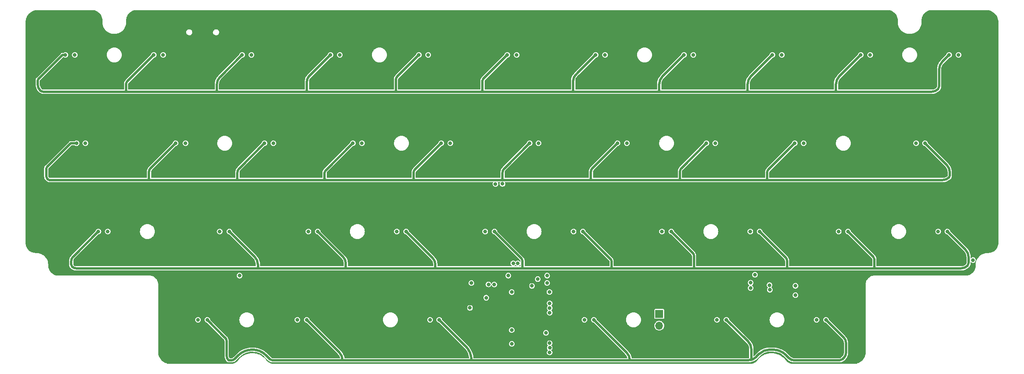
<source format=gbr>
%TF.GenerationSoftware,KiCad,Pcbnew,(7.0.0)*%
%TF.CreationDate,2023-08-03T23:03:56+02:00*%
%TF.ProjectId,travaulta,74726176-6175-46c7-9461-2e6b69636164,rev?*%
%TF.SameCoordinates,Original*%
%TF.FileFunction,Copper,L2,Inr*%
%TF.FilePolarity,Positive*%
%FSLAX46Y46*%
G04 Gerber Fmt 4.6, Leading zero omitted, Abs format (unit mm)*
G04 Created by KiCad (PCBNEW (7.0.0)) date 2023-08-03 23:03:56*
%MOMM*%
%LPD*%
G01*
G04 APERTURE LIST*
%TA.AperFunction,ComponentPad*%
%ADD10R,1.700000X1.700000*%
%TD*%
%TA.AperFunction,ComponentPad*%
%ADD11O,1.700000X1.700000*%
%TD*%
%TA.AperFunction,ViaPad*%
%ADD12C,0.800000*%
%TD*%
%TA.AperFunction,Conductor*%
%ADD13C,0.500000*%
%TD*%
G04 APERTURE END LIST*
D10*
%TO.N,VBAT*%
%TO.C,SW38*%
X180974999Y-113024999D03*
D11*
%TO.N,BOOT0*%
X180974999Y-115564999D03*
%TD*%
D12*
%TO.N,GND*%
X74295000Y-91313000D03*
X114300000Y-68278054D03*
X135597207Y-104261223D03*
X74457450Y-102146851D03*
X151003000Y-99314000D03*
X111125000Y-107950000D03*
X96463710Y-101616045D03*
X153987500Y-92075000D03*
X177165000Y-109855000D03*
X81280000Y-57277000D03*
X79634279Y-102166606D03*
X153988003Y-102068356D03*
X82550000Y-49999000D03*
X177176938Y-83255788D03*
X183356250Y-119062500D03*
X87249000Y-80010000D03*
X117475000Y-68262500D03*
X47117000Y-76200000D03*
X131445000Y-101854000D03*
X207962500Y-104366597D03*
X103187500Y-83125992D03*
X226028066Y-101600000D03*
X119027099Y-64169317D03*
X77430000Y-51094000D03*
X178593750Y-104324688D03*
X175451935Y-104317849D03*
X231534211Y-101576668D03*
X84198075Y-57286253D03*
X107950000Y-68278054D03*
X137577839Y-104298443D03*
X182499000Y-80010000D03*
X92075000Y-117475000D03*
X117445381Y-65971118D03*
X117475491Y-121047612D03*
X65244068Y-83266471D03*
X113284000Y-114300000D03*
X171831000Y-101981000D03*
X120215418Y-83268437D03*
X156464799Y-64146969D03*
X144653000Y-76200000D03*
X233867827Y-64186346D03*
X158602637Y-85060062D03*
X144688580Y-83212362D03*
X88926415Y-65964205D03*
X142113000Y-110617000D03*
X213758720Y-65997413D03*
X194539821Y-104317849D03*
X175816362Y-65997905D03*
X214425221Y-102091428D03*
X101155500Y-83125992D03*
X75819000Y-120777000D03*
X215272292Y-83233441D03*
X173101000Y-95250000D03*
X141859000Y-80010000D03*
X121059099Y-64169317D03*
X152584000Y-112903000D03*
X144374097Y-116215501D03*
X158753070Y-104320989D03*
X137901311Y-64231533D03*
X47371000Y-50800000D03*
X121095883Y-65974574D03*
X192539949Y-102088341D03*
X82558981Y-83268437D03*
X234950000Y-61087000D03*
X60075298Y-64176230D03*
X160918079Y-102299291D03*
X177839421Y-64193631D03*
X139700000Y-57150000D03*
X99867728Y-65952852D03*
X88900000Y-68262500D03*
X215781779Y-64193139D03*
X154003054Y-85382318D03*
X190232918Y-104293450D03*
X122237500Y-118268750D03*
X120650491Y-121047612D03*
X158750000Y-57150000D03*
X139262558Y-85049380D03*
X99815881Y-64231533D03*
X111125000Y-65960003D03*
X141294558Y-85049380D03*
X142081250Y-106362500D03*
X142081250Y-107950000D03*
X197035308Y-64193631D03*
X122986934Y-104249644D03*
X63212068Y-83266471D03*
X215900000Y-57150000D03*
X187325000Y-102108000D03*
X197044249Y-65997905D03*
X117331079Y-107950000D03*
X114272348Y-65964205D03*
X196850000Y-57150000D03*
X106426000Y-76200000D03*
X98422526Y-65950379D03*
X123825000Y-65951243D03*
X92868750Y-107950000D03*
X86288880Y-104214561D03*
X65253009Y-85070745D03*
X231512224Y-97872127D03*
X120506079Y-107950000D03*
X144716101Y-85427602D03*
X143668750Y-104344178D03*
X92075000Y-104154757D03*
X206505152Y-107452269D03*
X159004000Y-110744000D03*
X209550000Y-101508785D03*
X138303000Y-101981000D03*
X120904000Y-101727000D03*
X78607665Y-65964205D03*
X144653000Y-72517000D03*
X125349000Y-80010000D03*
X77600359Y-104245177D03*
X233876768Y-65990620D03*
X177800000Y-53213000D03*
X82189797Y-64153271D03*
X188111837Y-104311833D03*
X251079000Y-50800000D03*
X85751415Y-65964205D03*
X199852839Y-121754293D03*
X127000000Y-68309162D03*
X92075000Y-68262500D03*
X234146640Y-85107708D03*
X101092000Y-101600000D03*
X173573173Y-104293450D03*
X134874000Y-95250000D03*
X67120529Y-102090937D03*
X111125000Y-104214561D03*
X196338366Y-83219809D03*
X77300138Y-108312928D03*
X133985000Y-101727000D03*
X92075000Y-65964205D03*
X51435000Y-95250000D03*
X96774000Y-95250000D03*
X251206000Y-63500000D03*
X140493750Y-104333809D03*
X80962500Y-60071000D03*
X222758000Y-120650000D03*
X231844768Y-65990620D03*
X124474829Y-107950000D03*
X244094000Y-69723000D03*
X158496799Y-64146969D03*
X184221378Y-107343390D03*
X172415783Y-107530039D03*
X130175000Y-68309162D03*
X160911418Y-104281020D03*
X217417014Y-104354056D03*
X164306250Y-104289692D03*
X187216121Y-107327344D03*
X179217879Y-85060062D03*
X98425000Y-68262500D03*
X95250000Y-68262500D03*
X49530000Y-69850000D03*
X60116776Y-66008155D03*
X98425491Y-121047612D03*
X101847881Y-64231533D03*
X104728337Y-104167899D03*
X87249000Y-72644000D03*
X127000000Y-65951243D03*
X75692000Y-48895000D03*
X177848362Y-65997905D03*
X116496665Y-104176446D03*
X133383834Y-65953835D03*
X139933311Y-64231533D03*
X236537500Y-101600000D03*
X111125000Y-68278054D03*
X87312500Y-107950000D03*
X85725000Y-68262500D03*
X175807421Y-64193631D03*
X123825000Y-68309162D03*
X136525000Y-68262500D03*
X192561494Y-104301005D03*
X175418750Y-107530039D03*
X234950000Y-53340000D03*
X181768750Y-104324688D03*
X118375427Y-104200845D03*
X95250000Y-65964205D03*
X103148167Y-85096043D03*
X153987500Y-88900000D03*
X182499000Y-72390000D03*
X234154774Y-83203271D03*
X82567922Y-85072711D03*
X101899728Y-65952852D03*
X107950000Y-104191230D03*
X133350000Y-68309162D03*
X161131250Y-107950000D03*
X232114640Y-85107708D03*
X178593750Y-107530039D03*
X141285617Y-83245106D03*
X101121020Y-104154757D03*
X175895000Y-101981000D03*
X119063883Y-65974574D03*
X207168750Y-101473000D03*
X198361068Y-85095059D03*
X150018750Y-88900000D03*
X115824000Y-99314000D03*
X247015000Y-89027000D03*
X137872571Y-65974082D03*
X84599922Y-85072711D03*
X141859000Y-72517000D03*
X156473740Y-65951243D03*
X217304292Y-83233441D03*
X132556250Y-104249644D03*
X160634637Y-85060062D03*
X68453000Y-76200000D03*
X201676000Y-76200000D03*
X146681488Y-64206158D03*
X192024000Y-91313000D03*
X231835827Y-64186346D03*
X120650000Y-53213000D03*
X77851000Y-95250000D03*
X158593696Y-83255788D03*
X197643750Y-104323931D03*
X224282000Y-80137000D03*
X160625696Y-83255788D03*
X115607034Y-101739495D03*
X124619241Y-121047612D03*
X170676988Y-104308377D03*
X115824000Y-91313000D03*
X146793645Y-104323439D03*
X122247418Y-83268437D03*
X147066000Y-107315000D03*
X77602279Y-102166606D03*
X120650000Y-60960000D03*
X121126329Y-68333618D03*
X220662500Y-104354056D03*
X114298033Y-104219745D03*
X153321343Y-104242074D03*
X215281233Y-85037715D03*
X183356250Y-109855000D03*
X232122774Y-83203271D03*
X158505740Y-65951243D03*
X126206250Y-104261223D03*
X196329068Y-85095059D03*
X130175000Y-65951243D03*
X213749779Y-64193139D03*
X144653000Y-67691000D03*
X229235000Y-95250000D03*
X65659000Y-76200000D03*
X147896567Y-109273002D03*
X62148776Y-66008155D03*
X101600000Y-57150000D03*
X153987500Y-99218750D03*
X78581250Y-68262500D03*
X122256359Y-85072711D03*
X169545000Y-101981000D03*
X99212437Y-104149937D03*
X243967000Y-85725000D03*
X139904571Y-65974082D03*
X89408000Y-48895000D03*
X224282000Y-72390000D03*
X125349000Y-72517000D03*
X148586409Y-83241559D03*
X67120529Y-104050751D03*
X195003308Y-64193631D03*
X185166000Y-114300000D03*
X157162500Y-99314000D03*
X101911437Y-68262500D03*
X104775000Y-65960003D03*
X189144827Y-108929415D03*
X163576000Y-76200000D03*
X195012249Y-65997905D03*
X120888576Y-104225245D03*
X153288724Y-110807639D03*
X63221009Y-85070745D03*
X211905460Y-101600000D03*
X158750000Y-107950000D03*
X74295000Y-99314000D03*
X144652281Y-64206158D03*
X144653000Y-80010000D03*
X251079000Y-95123000D03*
X148209000Y-101981000D03*
X157956250Y-88900000D03*
X107936174Y-65943466D03*
X114300491Y-121047612D03*
X179208938Y-83255788D03*
X98806000Y-50800000D03*
X211201000Y-95250000D03*
X231521000Y-91186000D03*
X146685000Y-72517000D03*
X98425000Y-108743750D03*
X206375000Y-118268750D03*
X167481250Y-104289692D03*
X62107298Y-64176230D03*
X217313233Y-85037715D03*
X78581250Y-63500000D03*
X146685000Y-80010000D03*
X120224359Y-85072711D03*
X198370366Y-83219809D03*
X181768750Y-107343390D03*
X74441896Y-104246652D03*
X190240765Y-102103407D03*
X214312500Y-104348659D03*
X129381250Y-104261223D03*
X84590981Y-83268437D03*
X188641422Y-121694338D03*
X101116167Y-85096043D03*
X114156079Y-107950000D03*
X84137500Y-68262500D03*
X87312500Y-63500000D03*
X104775000Y-68278054D03*
X150550100Y-110815963D03*
X136558834Y-65953835D03*
X227965000Y-76200000D03*
X184936837Y-104311833D03*
X246473566Y-101666909D03*
X79653498Y-104245177D03*
X177185879Y-85060062D03*
X70970165Y-102114268D03*
X223043750Y-108743750D03*
X203835000Y-114300000D03*
X204787500Y-104370593D03*
X211681401Y-104370102D03*
X139253617Y-83245106D03*
X246062500Y-76200000D03*
X92075000Y-101600000D03*
X146685000Y-67691000D03*
X228600000Y-101600000D03*
X54356000Y-88900000D03*
X177800000Y-60960000D03*
X215790720Y-65997413D03*
X139953601Y-68350091D03*
X228600000Y-98425000D03*
X153346000Y-115062000D03*
X87653038Y-51101306D03*
X84074000Y-69850000D03*
X177165000Y-119062500D03*
X150425000Y-115062000D03*
%TO.N,APLEX_OUT_PIN_0*%
X210352632Y-106976214D03*
X156787000Y-106362500D03*
X156787000Y-104775000D03*
X148431250Y-104775000D03*
X140493750Y-106362500D03*
X140168917Y-111725196D03*
%TO.N,ROW0*%
X243459000Y-57150000D03*
X110109000Y-57150000D03*
X186309000Y-57150000D03*
X148209000Y-57150000D03*
X167259000Y-57150000D03*
X224409000Y-57150000D03*
X129159000Y-57150000D03*
X72009000Y-57150000D03*
X52959000Y-57150000D03*
X91059000Y-57150000D03*
X149495497Y-102108000D03*
X145669000Y-84987000D03*
X205359000Y-57150000D03*
%TO.N,ROW1*%
X55372000Y-76200000D03*
X191135000Y-76200000D03*
X133985000Y-76200000D03*
X147189272Y-84974626D03*
X76708000Y-76200000D03*
X153035000Y-76200000D03*
X210185000Y-76200000D03*
X171958000Y-76200000D03*
X114935000Y-76200000D03*
X150495000Y-102108000D03*
X238252000Y-76200000D03*
X95885000Y-76200000D03*
%TO.N,VBAT*%
X149155000Y-108331000D03*
X201599534Y-104576503D03*
X149158000Y-116524000D03*
X153545858Y-106982709D03*
X156556000Y-117129000D03*
X149189578Y-119489093D03*
X157291782Y-108302925D03*
X90487500Y-104775000D03*
X154781250Y-105533209D03*
%TO.N,COL0*%
X62103000Y-95250000D03*
X54991000Y-57150000D03*
X57277000Y-76200000D03*
%TO.N,COL1*%
X74041000Y-57150000D03*
X81550000Y-114300000D03*
X86233000Y-95250000D03*
X78867000Y-76200000D03*
%TO.N,COL2*%
X93075000Y-57150000D03*
X105362500Y-95250000D03*
X97790000Y-76200000D03*
X102980000Y-114300000D03*
%TO.N,COL3*%
X124412500Y-95250000D03*
X116887500Y-76200000D03*
X131555000Y-114300000D03*
X112125000Y-57150000D03*
%TO.N,COL4*%
X143462500Y-95250000D03*
X135937500Y-76200000D03*
X131175000Y-57150000D03*
%TO.N,COL5*%
X150241000Y-57150000D03*
X162512500Y-95250000D03*
X164846000Y-114300000D03*
X154940000Y-76200000D03*
%TO.N,COL6*%
X169291000Y-57150000D03*
X173990000Y-76200000D03*
X181562500Y-95250000D03*
X204755969Y-106823574D03*
X200668410Y-107440416D03*
%TO.N,COL7*%
X188325000Y-57150000D03*
X200674646Y-106307080D03*
X200612500Y-95250000D03*
X193421000Y-114300000D03*
X204787500Y-107822580D03*
X193040000Y-76200000D03*
%TO.N,COL8*%
X207391000Y-57150000D03*
X214884000Y-114300000D03*
X219662500Y-95250000D03*
X212090000Y-76200000D03*
%TO.N,COL9*%
X241095000Y-95250000D03*
X226441000Y-57150000D03*
X236347000Y-76200000D03*
%TO.N,ROW2*%
X164512500Y-95250000D03*
X221662500Y-95250000D03*
X126412500Y-95250000D03*
X243078000Y-95250000D03*
X202612500Y-95250000D03*
X107362500Y-95250000D03*
X145462500Y-95250000D03*
X60071000Y-95250000D03*
X88312500Y-95250000D03*
X183562500Y-95250000D03*
%TO.N,ROW3*%
X144157368Y-106657415D03*
X104980000Y-114300000D03*
X143668750Y-109537500D03*
X195453000Y-114300000D03*
X216916000Y-114300000D03*
X166878000Y-114300000D03*
X133555000Y-114300000D03*
X83550000Y-114300000D03*
%TO.N,AMUX_SEL_2*%
X157348680Y-121365408D03*
X157353000Y-110744000D03*
%TO.N,AMUX_SEL_1*%
X157357299Y-111755701D03*
X157364941Y-120356364D03*
%TO.N,AMUX_SEL_0*%
X157353500Y-119342500D03*
X157353000Y-112776000D03*
%TO.N,APLEX_EN_PIN_1*%
X145415000Y-106680000D03*
X210343750Y-108997080D03*
%TO.N,COL10*%
X245491000Y-57150000D03*
X248602500Y-101409500D03*
%TD*%
D13*
%TO.N,ROW0*%
X105029000Y-65016873D02*
X105029000Y-62836167D01*
X200025000Y-65087500D02*
X200025000Y-63449377D01*
X219075000Y-65087500D02*
X200025000Y-65087500D01*
X85725000Y-65087500D02*
X85613875Y-64976375D01*
X48158100Y-65087500D02*
X66078529Y-65087500D01*
X47147154Y-62326845D02*
X52324000Y-57150000D01*
X200025000Y-65087500D02*
X180975000Y-65087500D01*
X219075000Y-65087500D02*
X239712500Y-65087500D01*
X86253718Y-61955282D02*
X91059000Y-57150000D01*
X142875000Y-65087500D02*
X124204966Y-65087500D01*
X241300000Y-63964968D02*
X241300000Y-60274377D01*
X219075000Y-65087500D02*
X219075000Y-63449377D01*
X143032154Y-62326845D02*
X148209000Y-57150000D01*
X124204966Y-65087500D02*
X124206000Y-65086466D01*
X52324000Y-57150000D02*
X52959000Y-57150000D01*
X124206000Y-65086466D02*
X124206000Y-62529562D01*
X162949365Y-61459636D02*
X163401375Y-61007625D01*
X66040000Y-65048971D02*
X66078529Y-65087500D01*
X180975000Y-65087500D02*
X180975000Y-63449377D01*
X66040000Y-63500000D02*
X66040000Y-65048971D01*
X181657625Y-61801375D02*
X186309000Y-57150000D01*
X162433000Y-62706250D02*
X162433000Y-65027535D01*
X46990000Y-63500000D02*
X46990000Y-62706250D01*
X66309408Y-62849593D02*
X72009000Y-57150000D01*
X124204966Y-65087500D02*
X105099627Y-65087500D01*
X85613875Y-64976375D02*
X85613875Y-63500000D01*
X241982625Y-58626375D02*
X243459000Y-57150000D01*
X200707625Y-61801375D02*
X205359000Y-57150000D01*
X142875000Y-62706250D02*
X142875000Y-65087500D01*
X167259000Y-57150000D02*
X163401375Y-61007625D01*
X105457625Y-61801375D02*
X110109000Y-57150000D01*
X66078529Y-65087500D02*
X85725000Y-65087500D01*
X162373035Y-65087500D02*
X142875000Y-65087500D01*
X105099627Y-65087500D02*
X105029000Y-65016873D01*
X162433000Y-65027535D02*
X162373035Y-65087500D01*
X219757625Y-61801375D02*
X224409000Y-57150000D01*
X105099627Y-65087500D02*
X85725000Y-65087500D01*
X180975000Y-65087500D02*
X162373035Y-65087500D01*
X124507625Y-61801375D02*
X129159000Y-57150000D01*
X47147171Y-62326862D02*
G75*
G03*
X46990000Y-62706250I379429J-379438D01*
G01*
X241982642Y-58626392D02*
G75*
G03*
X241300000Y-60274377I1647958J-1648008D01*
G01*
X181657642Y-61801392D02*
G75*
G03*
X180975000Y-63449377I1647958J-1648008D01*
G01*
X162949335Y-61459606D02*
G75*
G03*
X162433000Y-62706250I1246665J-1246594D01*
G01*
X66309411Y-62849596D02*
G75*
G03*
X66040000Y-63500000I650389J-650404D01*
G01*
X239712500Y-65087494D02*
G75*
G03*
X241067515Y-64526233I0J1916294D01*
G01*
X200707642Y-61801392D02*
G75*
G03*
X200025000Y-63449377I1647958J-1648008D01*
G01*
X47541837Y-64832224D02*
G75*
G03*
X48158100Y-65087500I616263J616224D01*
G01*
X143032171Y-62326862D02*
G75*
G03*
X142875000Y-62706250I379429J-379438D01*
G01*
X46990012Y-63500000D02*
G75*
G03*
X47541829Y-64832232I1884088J0D01*
G01*
X105457645Y-61801395D02*
G75*
G03*
X105029000Y-62836167I1034755J-1034805D01*
G01*
X86253726Y-61955290D02*
G75*
G03*
X85613875Y-63500000I1544674J-1544710D01*
G01*
X219757642Y-61801392D02*
G75*
G03*
X219075000Y-63449377I1647958J-1648008D01*
G01*
X124507646Y-61801396D02*
G75*
G03*
X124206000Y-62529562I728154J-728204D01*
G01*
X241067542Y-64526260D02*
G75*
G03*
X241300000Y-63964968I-561342J561260D01*
G01*
%TO.N,ROW1*%
X49212500Y-84020665D02*
X49040744Y-83848909D01*
X204311566Y-84137500D02*
X242093750Y-84137500D01*
X147238308Y-84137500D02*
X147193000Y-84092192D01*
X242951000Y-80899000D02*
X238252000Y-76200000D01*
X90138914Y-84137500D02*
X90043000Y-84041586D01*
X166299158Y-84137500D02*
X166243000Y-84081342D01*
X128027327Y-84137500D02*
X147238308Y-84137500D01*
X71065829Y-84137500D02*
X90138914Y-84137500D01*
X90043000Y-84041586D02*
X90043000Y-82550000D01*
X128016000Y-84126173D02*
X128027327Y-84137500D01*
X147238308Y-84137500D02*
X166299158Y-84137500D01*
X128016000Y-82550000D02*
X128016000Y-84126173D01*
X70993000Y-84064671D02*
X70993000Y-82341562D01*
X71294625Y-81613375D02*
X76708000Y-76200000D01*
X166299158Y-84137500D02*
X185453222Y-84137500D01*
X243586000Y-83244922D02*
X243586000Y-82432025D01*
X109018605Y-82116395D02*
X114935000Y-76200000D01*
X204485408Y-81899593D02*
X210185000Y-76200000D01*
X109022879Y-84137500D02*
X128027327Y-84137500D01*
X90402210Y-81682790D02*
X95885000Y-76200000D01*
X54102000Y-76200000D02*
X55372000Y-76200000D01*
X128285408Y-81899593D02*
X133985000Y-76200000D01*
X109022879Y-84137500D02*
X108839000Y-83953621D01*
X204216000Y-84041934D02*
X204311566Y-84137500D01*
X185658125Y-81676875D02*
X191135000Y-76200000D01*
X49033556Y-81268444D02*
X54102000Y-76200000D01*
X166544625Y-81613375D02*
X171958000Y-76200000D01*
X185453222Y-84137500D02*
X204311566Y-84137500D01*
X185420000Y-84104278D02*
X185420000Y-82251759D01*
X204216000Y-82550000D02*
X204216000Y-84041934D01*
X166243000Y-84081342D02*
X166243000Y-82341562D01*
X108839000Y-83953621D02*
X108839000Y-82550000D01*
X185453222Y-84137500D02*
X185420000Y-84104278D01*
X71065829Y-84137500D02*
X70993000Y-84064671D01*
X48831500Y-83343750D02*
X48831500Y-81756250D01*
X147552210Y-81682790D02*
X153035000Y-76200000D01*
X71065829Y-84137500D02*
X49494564Y-84137500D01*
X90138914Y-84137500D02*
X109022879Y-84137500D01*
X147193000Y-84092192D02*
X147193000Y-82550000D01*
X204485411Y-81899596D02*
G75*
G03*
X204216000Y-82550000I650389J-650404D01*
G01*
X242093750Y-84137459D02*
G75*
G03*
X243448766Y-83576234I50J1916259D01*
G01*
X243585989Y-82432025D02*
G75*
G03*
X242951000Y-80899000I-2167989J25D01*
G01*
X71294646Y-81613396D02*
G75*
G03*
X70993000Y-82341562I728154J-728204D01*
G01*
X243448746Y-83576214D02*
G75*
G03*
X243586000Y-83244922I-331246J331314D01*
G01*
X49212518Y-84020647D02*
G75*
G03*
X49494564Y-84137500I282082J282047D01*
G01*
X90402214Y-81682794D02*
G75*
G03*
X90043000Y-82550000I867186J-867206D01*
G01*
X147552214Y-81682794D02*
G75*
G03*
X147193000Y-82550000I867186J-867206D01*
G01*
X109018607Y-82116397D02*
G75*
G03*
X108839000Y-82550000I433593J-433603D01*
G01*
X49033573Y-81268461D02*
G75*
G03*
X48831500Y-81756250I487827J-487839D01*
G01*
X166544646Y-81613396D02*
G75*
G03*
X166243000Y-82341562I728154J-728204D01*
G01*
X185658147Y-81676897D02*
G75*
G03*
X185420000Y-82251759I574853J-574903D01*
G01*
X48831535Y-83343750D02*
G75*
G03*
X49040744Y-83848909I714365J-50D01*
G01*
X128285411Y-81899596D02*
G75*
G03*
X128016000Y-82550000I650389J-650404D01*
G01*
%TO.N,ROW2*%
X188221875Y-99909375D02*
X183562500Y-95250000D01*
X54229000Y-101600000D02*
X54229000Y-102393750D01*
X145462500Y-95250000D02*
X151297807Y-101085308D01*
X55278070Y-103187500D02*
X94456250Y-103187500D01*
X132715000Y-102393750D02*
X132715000Y-103187500D01*
X170688000Y-103187500D02*
X188118750Y-103187500D01*
X126412500Y-95250000D02*
X132120146Y-100957647D01*
X170564610Y-101302110D02*
X164512500Y-95250000D01*
X113411000Y-103187500D02*
X113411000Y-102140487D01*
X208065625Y-100703125D02*
X202612500Y-95250000D01*
X208231005Y-100868504D02*
X208065625Y-100703125D01*
X188468000Y-103187500D02*
X188468000Y-100503573D01*
X170688000Y-103187500D02*
X170688000Y-101600000D01*
X151511000Y-101600000D02*
X151511000Y-103187500D01*
X246954030Y-99126030D02*
X243078000Y-95250000D01*
X227115625Y-100703125D02*
X221662500Y-95250000D01*
X188118750Y-103187500D02*
X188468000Y-103187500D01*
X60071000Y-95250000D02*
X54588210Y-100732790D01*
X208534000Y-101600000D02*
X208534000Y-103187500D01*
X188118750Y-103187500D02*
X208534000Y-103187500D01*
X94456250Y-103187500D02*
X94456250Y-102370441D01*
X113411000Y-103187500D02*
X132715000Y-103187500D01*
X247650000Y-102064968D02*
X247650000Y-100806250D01*
X93765625Y-100703125D02*
X88312500Y-95250000D01*
X94456250Y-103187500D02*
X113411000Y-103187500D01*
X132715000Y-103187500D02*
X151511000Y-103187500D01*
X227330000Y-103187500D02*
X246062500Y-103187500D01*
X208534000Y-103187500D02*
X227330000Y-103187500D01*
X151511000Y-103187500D02*
X170688000Y-103187500D01*
X227330000Y-103187500D02*
X227330000Y-101220672D01*
X112815625Y-100703125D02*
X107362500Y-95250000D01*
X54228962Y-102393750D02*
G75*
G03*
X54408606Y-102827356I613238J50D01*
G01*
X54408623Y-102827339D02*
G75*
G03*
X55278070Y-103187500I869477J869439D01*
G01*
X246062500Y-103187494D02*
G75*
G03*
X247417515Y-102626233I0J1916294D01*
G01*
X94456218Y-102370441D02*
G75*
G03*
X93765625Y-100703125I-2357918J41D01*
G01*
X208533997Y-101600000D02*
G75*
G03*
X208231004Y-100868505I-1034497J0D01*
G01*
X247417542Y-102626260D02*
G75*
G03*
X247650000Y-102064968I-561342J561260D01*
G01*
X188468025Y-100503573D02*
G75*
G03*
X188221875Y-99909375I-840325J-27D01*
G01*
X170687994Y-101600000D02*
G75*
G03*
X170564610Y-101302110I-421294J0D01*
G01*
X113411019Y-102140487D02*
G75*
G03*
X112815624Y-100703126I-2032719J-13D01*
G01*
X54588214Y-100732794D02*
G75*
G03*
X54229000Y-101600000I867186J-867206D01*
G01*
X132714980Y-102393750D02*
G75*
G03*
X132120146Y-100957647I-2030880J50D01*
G01*
X227330026Y-101220672D02*
G75*
G03*
X227115625Y-100703125I-731926J-28D01*
G01*
X247650032Y-100806250D02*
G75*
G03*
X246954030Y-99126030I-2376232J-50D01*
G01*
X151510995Y-101600000D02*
G75*
G03*
X151297807Y-101085308I-727895J0D01*
G01*
%TO.N,ROW3*%
X216916000Y-114300000D02*
X220773625Y-118157625D01*
X201886421Y-122312830D02*
X202565000Y-121634250D01*
X104980000Y-114300000D02*
X112006277Y-121326277D01*
X87717160Y-118893594D02*
X87717160Y-122015253D01*
X133555000Y-114300000D02*
X139226261Y-119971261D01*
X140493750Y-123031250D02*
X174625000Y-123031250D01*
X112712500Y-123031250D02*
X140493750Y-123031250D01*
X97557790Y-123031250D02*
X112712500Y-123031250D01*
X220837125Y-122412125D02*
X220440250Y-122809000D01*
X200152000Y-123031250D02*
X174625000Y-123031250D01*
X96163434Y-121912683D02*
X97086987Y-122836237D01*
X83550000Y-114300000D02*
X87415625Y-118165625D01*
X205486000Y-120745250D02*
X204711235Y-120745250D01*
X166878000Y-114300000D02*
X173929030Y-121351030D01*
X89587605Y-122597645D02*
X90170000Y-122015250D01*
X195453000Y-114300000D02*
X200152000Y-118999000D01*
X208978500Y-122586750D02*
X208304434Y-121912683D01*
X89423407Y-122761842D02*
X89587605Y-122597645D01*
X200818750Y-120608676D02*
X200818750Y-122938889D01*
X88138000Y-123031250D02*
X88773000Y-123031250D01*
X219903692Y-123031250D02*
X210051617Y-123031250D01*
X221234000Y-119269068D02*
X221234000Y-121453984D01*
X93236051Y-120745250D02*
X93345000Y-120745250D01*
X174625032Y-123031250D02*
G75*
G03*
X173929030Y-121351030I-2376232J-50D01*
G01*
X208978484Y-122586766D02*
G75*
G03*
X210051617Y-123031250I1073116J1073166D01*
G01*
X219903692Y-123031231D02*
G75*
G03*
X220440250Y-122809000I8J758831D01*
G01*
X88773000Y-123031239D02*
G75*
G03*
X89423407Y-122761842I0J919839D01*
G01*
X87717195Y-122015253D02*
G75*
G03*
X88138000Y-123031250I1436805J-47D01*
G01*
X220837130Y-122412130D02*
G75*
G03*
X221234000Y-121453984I-958130J958130D01*
G01*
X112712534Y-123031250D02*
G75*
G03*
X112006277Y-121326277I-2411234J-50D01*
G01*
X140493793Y-123031250D02*
G75*
G03*
X139226261Y-119971261I-4327493J-50D01*
G01*
X87717176Y-118893594D02*
G75*
G03*
X87415624Y-118165626I-1029476J-6D01*
G01*
X97086985Y-122836239D02*
G75*
G03*
X97557790Y-123031250I470815J470839D01*
G01*
X221234027Y-119269068D02*
G75*
G03*
X220773625Y-118157625I-1571827J-32D01*
G01*
X200818759Y-120608676D02*
G75*
G03*
X200152000Y-118999000I-2276459J-24D01*
G01*
X200152000Y-123031248D02*
G75*
G03*
X201886421Y-122312830I0J2452848D01*
G01*
X204711235Y-120745280D02*
G75*
G03*
X202565000Y-121634250I-35J-3035220D01*
G01*
X208304430Y-121912687D02*
G75*
G03*
X205486000Y-120745250I-2818430J-2818413D01*
G01*
X93236051Y-120745286D02*
G75*
G03*
X90170000Y-122015250I-51J-4336014D01*
G01*
X96163430Y-121912687D02*
G75*
G03*
X93345000Y-120745250I-2818430J-2818413D01*
G01*
%TD*%
%TA.AperFunction,Conductor*%
%TO.N,GND*%
G36*
X230200348Y-47475520D02*
G01*
X230298956Y-47481485D01*
X230298956Y-47481499D01*
X230299009Y-47481488D01*
X230471593Y-47492799D01*
X230472909Y-47492963D01*
X230599140Y-47516096D01*
X230599298Y-47516126D01*
X230743441Y-47544797D01*
X230744618Y-47545097D01*
X230872041Y-47584803D01*
X230872119Y-47584829D01*
X231006581Y-47630473D01*
X231007622Y-47630883D01*
X231131044Y-47686431D01*
X231131417Y-47686607D01*
X231138829Y-47690262D01*
X231256886Y-47748482D01*
X231257750Y-47748954D01*
X231323021Y-47788412D01*
X231374440Y-47819496D01*
X231374887Y-47819781D01*
X231490392Y-47896959D01*
X231491108Y-47897477D01*
X231598807Y-47981853D01*
X231599305Y-47982266D01*
X231703474Y-48073620D01*
X231704033Y-48074144D01*
X231800854Y-48170965D01*
X231801378Y-48171524D01*
X231892740Y-48275703D01*
X231893153Y-48276201D01*
X231977513Y-48383879D01*
X231978031Y-48384595D01*
X232055225Y-48500123D01*
X232055510Y-48500570D01*
X232126040Y-48617239D01*
X232126520Y-48618117D01*
X232188395Y-48743588D01*
X232188571Y-48743961D01*
X232244115Y-48867376D01*
X232244525Y-48868417D01*
X232290145Y-49002808D01*
X232290236Y-49003088D01*
X232329896Y-49130363D01*
X232330201Y-49131561D01*
X232358877Y-49275723D01*
X232358910Y-49275897D01*
X232382033Y-49402076D01*
X232382200Y-49403420D01*
X232393519Y-49576116D01*
X232393520Y-49576176D01*
X232393523Y-49576176D01*
X232399479Y-49674636D01*
X232399500Y-49675342D01*
X232399500Y-50074998D01*
X232399499Y-50075000D01*
X232399499Y-50229277D01*
X232399540Y-50229618D01*
X232399541Y-50229627D01*
X232436648Y-50535232D01*
X232436649Y-50535242D01*
X232436691Y-50535581D01*
X232436774Y-50535918D01*
X232436774Y-50535920D01*
X232510533Y-50835169D01*
X232510654Y-50835488D01*
X232510656Y-50835494D01*
X232619821Y-51123340D01*
X232619947Y-51123672D01*
X232763339Y-51396883D01*
X232763540Y-51397174D01*
X232763541Y-51397175D01*
X232938406Y-51650511D01*
X232938618Y-51650817D01*
X232938849Y-51651077D01*
X232938850Y-51651079D01*
X233143001Y-51881518D01*
X233143227Y-51881773D01*
X233374183Y-52086382D01*
X233628118Y-52261661D01*
X233901329Y-52405053D01*
X234189832Y-52514468D01*
X234489419Y-52588309D01*
X234795724Y-52625501D01*
X235103921Y-52625501D01*
X235104277Y-52625501D01*
X235410582Y-52588309D01*
X235710169Y-52514467D01*
X235998672Y-52405052D01*
X236271883Y-52261660D01*
X236525818Y-52086382D01*
X236756774Y-51881773D01*
X236961383Y-51650817D01*
X237136661Y-51396882D01*
X237280053Y-51123671D01*
X237389468Y-50835168D01*
X237463309Y-50535580D01*
X237500501Y-50229276D01*
X237500501Y-50074999D01*
X237500501Y-50074499D01*
X237500501Y-49675359D01*
X237500522Y-49674653D01*
X237502904Y-49635268D01*
X237506487Y-49576047D01*
X237506498Y-49576047D01*
X237506490Y-49575994D01*
X237517802Y-49403400D01*
X237517964Y-49402097D01*
X237541123Y-49275723D01*
X237569801Y-49131549D01*
X237570100Y-49130376D01*
X237609802Y-49002969D01*
X237609826Y-49002897D01*
X237655482Y-48868398D01*
X237655876Y-48867398D01*
X237711451Y-48743915D01*
X237711588Y-48743624D01*
X237773494Y-48618091D01*
X237773940Y-48617275D01*
X237844526Y-48500513D01*
X237844754Y-48500155D01*
X237921975Y-48384585D01*
X237922461Y-48383913D01*
X238006877Y-48276164D01*
X238007239Y-48275728D01*
X238098654Y-48171489D01*
X238099118Y-48170994D01*
X238195994Y-48074119D01*
X238196489Y-48073654D01*
X238300728Y-47982239D01*
X238301164Y-47981877D01*
X238408913Y-47897461D01*
X238409585Y-47896975D01*
X238525155Y-47819754D01*
X238525513Y-47819526D01*
X238642275Y-47748940D01*
X238643091Y-47748494D01*
X238768624Y-47686588D01*
X238768915Y-47686451D01*
X238892398Y-47630876D01*
X238893398Y-47630482D01*
X239027897Y-47584826D01*
X239027969Y-47584802D01*
X239155376Y-47545100D01*
X239156549Y-47544801D01*
X239300756Y-47516116D01*
X239427097Y-47492964D01*
X239428400Y-47492802D01*
X239600994Y-47481490D01*
X239601047Y-47481498D01*
X239601047Y-47481487D01*
X239601077Y-47481484D01*
X239699652Y-47475522D01*
X239700359Y-47475501D01*
X239700500Y-47475501D01*
X251474663Y-47475499D01*
X251475319Y-47475517D01*
X251477479Y-47475638D01*
X251590607Y-47481991D01*
X251772396Y-47492988D01*
X251773597Y-47493126D01*
X251914616Y-47517086D01*
X252070557Y-47545663D01*
X252071665Y-47545923D01*
X252213531Y-47586794D01*
X252213580Y-47586809D01*
X252360589Y-47632619D01*
X252361550Y-47632968D01*
X252499559Y-47690133D01*
X252499838Y-47690253D01*
X252629201Y-47748474D01*
X252638486Y-47752653D01*
X252639343Y-47753082D01*
X252770940Y-47825813D01*
X252771211Y-47825969D01*
X252888642Y-47896959D01*
X252900569Y-47904169D01*
X252901286Y-47904640D01*
X253024248Y-47991886D01*
X253024694Y-47992218D01*
X253143269Y-48085116D01*
X253143849Y-48085602D01*
X253256448Y-48186226D01*
X253256925Y-48186677D01*
X253363320Y-48293072D01*
X253363771Y-48293549D01*
X253464397Y-48406150D01*
X253464883Y-48406730D01*
X253513087Y-48468257D01*
X253557787Y-48525312D01*
X253558091Y-48525720D01*
X253623031Y-48617244D01*
X253645363Y-48648718D01*
X253645834Y-48649435D01*
X253723990Y-48778722D01*
X253724217Y-48779116D01*
X253796918Y-48910661D01*
X253797347Y-48911518D01*
X253859730Y-49050124D01*
X253859870Y-49050449D01*
X253917024Y-49188432D01*
X253917385Y-49189428D01*
X253963159Y-49336319D01*
X253963232Y-49336561D01*
X254004072Y-49478322D01*
X254004337Y-49479452D01*
X254032891Y-49635268D01*
X254032839Y-49635277D01*
X254032919Y-49635417D01*
X254056869Y-49776374D01*
X254057013Y-49777628D01*
X254068025Y-49959690D01*
X254068028Y-49959740D01*
X254074482Y-50074661D01*
X254074500Y-50075317D01*
X254074500Y-97683641D01*
X254074479Y-97684347D01*
X254068518Y-97782897D01*
X254068514Y-97782956D01*
X254057199Y-97955578D01*
X254057032Y-97956922D01*
X254033909Y-98083101D01*
X254033876Y-98083275D01*
X254005201Y-98227437D01*
X254004896Y-98228635D01*
X253965233Y-98355917D01*
X253965142Y-98356197D01*
X253919525Y-98490577D01*
X253919115Y-98491618D01*
X253863568Y-98615040D01*
X253863392Y-98615413D01*
X253801519Y-98740880D01*
X253801039Y-98741758D01*
X253730505Y-98858434D01*
X253730220Y-98858881D01*
X253653035Y-98974396D01*
X253652517Y-98975112D01*
X253568144Y-99082806D01*
X253567731Y-99083304D01*
X253476384Y-99187466D01*
X253475860Y-99188025D01*
X253379025Y-99284860D01*
X253378466Y-99285384D01*
X253274304Y-99376731D01*
X253273806Y-99377144D01*
X253166112Y-99461517D01*
X253165396Y-99462035D01*
X253049881Y-99539220D01*
X253049434Y-99539505D01*
X252932758Y-99610039D01*
X252931880Y-99610519D01*
X252806413Y-99672392D01*
X252806040Y-99672568D01*
X252682618Y-99728115D01*
X252681577Y-99728525D01*
X252547197Y-99774142D01*
X252546917Y-99774233D01*
X252419635Y-99813896D01*
X252418437Y-99814201D01*
X252274275Y-99842876D01*
X252274101Y-99842909D01*
X252147922Y-99866032D01*
X252146578Y-99866199D01*
X251974015Y-99877510D01*
X251973956Y-99877514D01*
X251875347Y-99883479D01*
X251874641Y-99883500D01*
X251734438Y-99883500D01*
X251734375Y-99883487D01*
X251734375Y-99883474D01*
X251734310Y-99883473D01*
X251734306Y-99883473D01*
X251591462Y-99883470D01*
X251591140Y-99883470D01*
X251590826Y-99883505D01*
X251590814Y-99883506D01*
X251306806Y-99915499D01*
X251306803Y-99915499D01*
X251306470Y-99915537D01*
X251306164Y-99915606D01*
X251306145Y-99915610D01*
X251027500Y-99979204D01*
X251027496Y-99979204D01*
X251027181Y-99979277D01*
X251026874Y-99979384D01*
X251026865Y-99979387D01*
X250757094Y-100073779D01*
X250757080Y-100073784D01*
X250756785Y-100073888D01*
X250756497Y-100074026D01*
X250756489Y-100074030D01*
X250498979Y-100198038D01*
X250498972Y-100198041D01*
X250498683Y-100198181D01*
X250498429Y-100198340D01*
X250498410Y-100198351D01*
X250256397Y-100350417D01*
X250256389Y-100350421D01*
X250256121Y-100350591D01*
X250255864Y-100350795D01*
X250255861Y-100350798D01*
X250143103Y-100440720D01*
X250032150Y-100529202D01*
X250031926Y-100529425D01*
X250031917Y-100529434D01*
X249829818Y-100731535D01*
X249829809Y-100731544D01*
X249829586Y-100731768D01*
X249829388Y-100732015D01*
X249829381Y-100732024D01*
X249651184Y-100955481D01*
X249650977Y-100955741D01*
X249650808Y-100956009D01*
X249650803Y-100956017D01*
X249498739Y-101198031D01*
X249498728Y-101198050D01*
X249498569Y-101198304D01*
X249498429Y-101198593D01*
X249498426Y-101198600D01*
X249374421Y-101456111D01*
X249374414Y-101456126D01*
X249374279Y-101456408D01*
X249374175Y-101456704D01*
X249374173Y-101456710D01*
X249279775Y-101726505D01*
X249279774Y-101726510D01*
X249279671Y-101726804D01*
X249279601Y-101727109D01*
X249279600Y-101727114D01*
X249216006Y-102005769D01*
X249216002Y-102005788D01*
X249215933Y-102006094D01*
X249215895Y-102006427D01*
X249215895Y-102006430D01*
X249183904Y-102290438D01*
X249183904Y-102290440D01*
X249183868Y-102290764D01*
X249183868Y-102291086D01*
X249183868Y-102291087D01*
X249183874Y-102433999D01*
X249183874Y-102574639D01*
X249183853Y-102575346D01*
X249177888Y-102673886D01*
X249177884Y-102673945D01*
X249166562Y-102846574D01*
X249166395Y-102847918D01*
X249143267Y-102974091D01*
X249143234Y-102974264D01*
X249114555Y-103118423D01*
X249114250Y-103119621D01*
X249074590Y-103246880D01*
X249074499Y-103247160D01*
X249028869Y-103381568D01*
X249028459Y-103382609D01*
X248972918Y-103506010D01*
X248972742Y-103506383D01*
X248910864Y-103631850D01*
X248910384Y-103632728D01*
X248839851Y-103749401D01*
X248839566Y-103749848D01*
X248762377Y-103865366D01*
X248761859Y-103866082D01*
X248677478Y-103973783D01*
X248677064Y-103974281D01*
X248585738Y-104078417D01*
X248585215Y-104078976D01*
X248488366Y-104175824D01*
X248487807Y-104176348D01*
X248383657Y-104267684D01*
X248383159Y-104268097D01*
X248275454Y-104352478D01*
X248274738Y-104352996D01*
X248159237Y-104430173D01*
X248158790Y-104430458D01*
X248042108Y-104500995D01*
X248041230Y-104501475D01*
X247915767Y-104563349D01*
X247915394Y-104563525D01*
X247791982Y-104619070D01*
X247790941Y-104619480D01*
X247656539Y-104665106D01*
X247656259Y-104665197D01*
X247529001Y-104704855D01*
X247527803Y-104705160D01*
X247383618Y-104733843D01*
X247383444Y-104733876D01*
X247257285Y-104757000D01*
X247255943Y-104757167D01*
X247086426Y-104768297D01*
X247086366Y-104768301D01*
X246984375Y-104774474D01*
X246984367Y-104774352D01*
X246983661Y-104774498D01*
X227299904Y-104774498D01*
X227299896Y-104774500D01*
X227181988Y-104774500D01*
X227181623Y-104774548D01*
X227181608Y-104774549D01*
X226948372Y-104805256D01*
X226948356Y-104805259D01*
X226947985Y-104805308D01*
X226947605Y-104805409D01*
X226947604Y-104805410D01*
X226720386Y-104866293D01*
X226720383Y-104866293D01*
X226720006Y-104866395D01*
X226719643Y-104866545D01*
X226719641Y-104866546D01*
X226502313Y-104956565D01*
X226502304Y-104956569D01*
X226501950Y-104956716D01*
X226501619Y-104956906D01*
X226501609Y-104956912D01*
X226297881Y-105074535D01*
X226297877Y-105074537D01*
X226297549Y-105074727D01*
X226297254Y-105074953D01*
X226297247Y-105074958D01*
X226110602Y-105218175D01*
X226110590Y-105218185D01*
X226110300Y-105218408D01*
X226110036Y-105218671D01*
X226110028Y-105218679D01*
X225943679Y-105385029D01*
X225943671Y-105385037D01*
X225943408Y-105385301D01*
X225943185Y-105385591D01*
X225943175Y-105385603D01*
X225799958Y-105572248D01*
X225799953Y-105572255D01*
X225799727Y-105572550D01*
X225799537Y-105572878D01*
X225799535Y-105572882D01*
X225681912Y-105776610D01*
X225681906Y-105776620D01*
X225681716Y-105776951D01*
X225681569Y-105777305D01*
X225681565Y-105777314D01*
X225591545Y-105994642D01*
X225591394Y-105995007D01*
X225591292Y-105995384D01*
X225591292Y-105995387D01*
X225548273Y-106155935D01*
X225530307Y-106222986D01*
X225530258Y-106223357D01*
X225530255Y-106223373D01*
X225499549Y-106456609D01*
X225499548Y-106456624D01*
X225499500Y-106456989D01*
X225499500Y-106457372D01*
X225499500Y-121224663D01*
X225499482Y-121225319D01*
X225493019Y-121340400D01*
X225493016Y-121340450D01*
X225482012Y-121522369D01*
X225481868Y-121523623D01*
X225457921Y-121664556D01*
X225457894Y-121664705D01*
X225429336Y-121820543D01*
X225429071Y-121821673D01*
X225388224Y-121963458D01*
X225388151Y-121963700D01*
X225342387Y-122110562D01*
X225342026Y-122111558D01*
X225284865Y-122249559D01*
X225284725Y-122249884D01*
X225222350Y-122388474D01*
X225221921Y-122389332D01*
X225149213Y-122520886D01*
X225148986Y-122521279D01*
X225070829Y-122650568D01*
X225070358Y-122651285D01*
X224983106Y-122774255D01*
X224982774Y-122774701D01*
X224889886Y-122893263D01*
X224889400Y-122893843D01*
X224788769Y-123006450D01*
X224788318Y-123006927D01*
X224681925Y-123113320D01*
X224681448Y-123113771D01*
X224568848Y-123214397D01*
X224568268Y-123214883D01*
X224449703Y-123307773D01*
X224449257Y-123308105D01*
X224326278Y-123395363D01*
X224325561Y-123395834D01*
X224196299Y-123473975D01*
X224195906Y-123474202D01*
X224064325Y-123546925D01*
X224063467Y-123547354D01*
X223924884Y-123609724D01*
X223924559Y-123609864D01*
X223786566Y-123667023D01*
X223785570Y-123667384D01*
X223638685Y-123713156D01*
X223638443Y-123713229D01*
X223496674Y-123754071D01*
X223495544Y-123754336D01*
X223339706Y-123782894D01*
X223339557Y-123782921D01*
X223198624Y-123806868D01*
X223197370Y-123807012D01*
X223015501Y-123818013D01*
X223015451Y-123818016D01*
X222900320Y-123824482D01*
X222899664Y-123824500D01*
X209934709Y-123824500D01*
X209934042Y-123824481D01*
X209873331Y-123821014D01*
X209873236Y-123821008D01*
X209669958Y-123807738D01*
X209668726Y-123807592D01*
X209557815Y-123788412D01*
X209557534Y-123788360D01*
X209404662Y-123758052D01*
X209403643Y-123757802D01*
X209287277Y-123723654D01*
X209286833Y-123723513D01*
X209218161Y-123700280D01*
X209147081Y-123676231D01*
X209146278Y-123675926D01*
X209032084Y-123627690D01*
X209031477Y-123627413D01*
X208900756Y-123563172D01*
X208900165Y-123562860D01*
X208792226Y-123501931D01*
X208791494Y-123501482D01*
X208668671Y-123419725D01*
X208668279Y-123419452D01*
X208659337Y-123412958D01*
X208570162Y-123348199D01*
X208569352Y-123347554D01*
X208451954Y-123245037D01*
X208451741Y-123244846D01*
X208445076Y-123238732D01*
X208368785Y-123168748D01*
X208367921Y-123167867D01*
X208347012Y-123144147D01*
X208234292Y-123016272D01*
X208193127Y-122968791D01*
X208192718Y-122968291D01*
X208189571Y-122964211D01*
X208081413Y-122823988D01*
X207831191Y-122557231D01*
X207556512Y-122315730D01*
X207556295Y-122315573D01*
X207556287Y-122315567D01*
X207260153Y-122101890D01*
X207260146Y-122101885D01*
X207259914Y-122101718D01*
X207259660Y-122101569D01*
X207259653Y-122101565D01*
X206944398Y-121917323D01*
X206944392Y-121917319D01*
X206944139Y-121917172D01*
X206903615Y-121898453D01*
X206612347Y-121763909D01*
X206612342Y-121763907D01*
X206612104Y-121763797D01*
X206527952Y-121734354D01*
X206267132Y-121643098D01*
X206267116Y-121643093D01*
X206266878Y-121643010D01*
X206266617Y-121642946D01*
X205911910Y-121555992D01*
X205911905Y-121555991D01*
X205911648Y-121555928D01*
X205911386Y-121555890D01*
X205911371Y-121555887D01*
X205549987Y-121503396D01*
X205549969Y-121503394D01*
X205549699Y-121503355D01*
X205549426Y-121503341D01*
X205549407Y-121503340D01*
X205184666Y-121485790D01*
X205184375Y-121485776D01*
X205184084Y-121485790D01*
X204819341Y-121503340D01*
X204819320Y-121503341D01*
X204819050Y-121503355D01*
X204818781Y-121503394D01*
X204818761Y-121503396D01*
X204457377Y-121555887D01*
X204457358Y-121555890D01*
X204457101Y-121555928D01*
X204456847Y-121555990D01*
X204456838Y-121555992D01*
X204102132Y-121642946D01*
X204102126Y-121642947D01*
X204101872Y-121643010D01*
X204101639Y-121643091D01*
X204101617Y-121643098D01*
X203756896Y-121763709D01*
X203756892Y-121763710D01*
X203756645Y-121763797D01*
X203756413Y-121763904D01*
X203756401Y-121763909D01*
X203424875Y-121917049D01*
X203424865Y-121917054D01*
X203424610Y-121917172D01*
X203424365Y-121917315D01*
X203424350Y-121917323D01*
X203109095Y-122101565D01*
X203109078Y-122101575D01*
X203108835Y-122101718D01*
X203108611Y-122101879D01*
X203108595Y-122101890D01*
X202812462Y-122315567D01*
X202812444Y-122315581D01*
X202812238Y-122315730D01*
X202812038Y-122315905D01*
X202812029Y-122315913D01*
X202537771Y-122557044D01*
X202537764Y-122557050D01*
X202537559Y-122557231D01*
X202537372Y-122557429D01*
X202537362Y-122557440D01*
X202287538Y-122823773D01*
X202287531Y-122823780D01*
X202287336Y-122823989D01*
X202287164Y-122824211D01*
X202287158Y-122824219D01*
X202175861Y-122968511D01*
X202175437Y-122969030D01*
X202135571Y-123015006D01*
X202135508Y-123015078D01*
X202000817Y-123167878D01*
X201999949Y-123168763D01*
X201916987Y-123244859D01*
X201916773Y-123245050D01*
X201799405Y-123347534D01*
X201798585Y-123348188D01*
X201700455Y-123419446D01*
X201700063Y-123419719D01*
X201577249Y-123501468D01*
X201576517Y-123501917D01*
X201468579Y-123562843D01*
X201467988Y-123563155D01*
X201337258Y-123627401D01*
X201336651Y-123627678D01*
X201222465Y-123675911D01*
X201221662Y-123676216D01*
X201081899Y-123723506D01*
X201081444Y-123723649D01*
X200965112Y-123757792D01*
X200964093Y-123758043D01*
X200811223Y-123788356D01*
X200810941Y-123788408D01*
X200700025Y-123807594D01*
X200698793Y-123807740D01*
X200493883Y-123821114D01*
X200493789Y-123821120D01*
X200435007Y-123824481D01*
X200434339Y-123824500D01*
X98015961Y-123824500D01*
X98015293Y-123824481D01*
X97954584Y-123821011D01*
X97954489Y-123821005D01*
X97751206Y-123807723D01*
X97749975Y-123807577D01*
X97639080Y-123788395D01*
X97638798Y-123788343D01*
X97485918Y-123758030D01*
X97484899Y-123757780D01*
X97368533Y-123723629D01*
X97368078Y-123723485D01*
X97228329Y-123676201D01*
X97227526Y-123675896D01*
X97113353Y-123627670D01*
X97112746Y-123627393D01*
X96982008Y-123563147D01*
X96981417Y-123562835D01*
X96947241Y-123543545D01*
X96873471Y-123501908D01*
X96872755Y-123501468D01*
X96767864Y-123431652D01*
X96749913Y-123419704D01*
X96749521Y-123419431D01*
X96651417Y-123348195D01*
X96650597Y-123347541D01*
X96613799Y-123315412D01*
X96533161Y-123245005D01*
X96533009Y-123244869D01*
X96478127Y-123194531D01*
X96450045Y-123168774D01*
X96449177Y-123167888D01*
X96315539Y-123016272D01*
X96313123Y-123013530D01*
X96274768Y-122969300D01*
X96274550Y-122969040D01*
X96274537Y-122969024D01*
X96274354Y-122968792D01*
X96231608Y-122913374D01*
X96162663Y-122823989D01*
X95912440Y-122557231D01*
X95637761Y-122315731D01*
X95637544Y-122315574D01*
X95637536Y-122315568D01*
X95341403Y-122101891D01*
X95341396Y-122101886D01*
X95341164Y-122101719D01*
X95340910Y-122101570D01*
X95340903Y-122101566D01*
X95025648Y-121917324D01*
X95025642Y-121917320D01*
X95025389Y-121917173D01*
X94966442Y-121889944D01*
X94693597Y-121763910D01*
X94693592Y-121763908D01*
X94693354Y-121763798D01*
X94605583Y-121733089D01*
X94348381Y-121643099D01*
X94348365Y-121643094D01*
X94348127Y-121643011D01*
X94285458Y-121627648D01*
X93993160Y-121555993D01*
X93993155Y-121555992D01*
X93992898Y-121555929D01*
X93992636Y-121555891D01*
X93992621Y-121555888D01*
X93631237Y-121503397D01*
X93631219Y-121503395D01*
X93630949Y-121503356D01*
X93630676Y-121503342D01*
X93630657Y-121503341D01*
X93265916Y-121485791D01*
X93265625Y-121485777D01*
X93265334Y-121485791D01*
X92900592Y-121503341D01*
X92900571Y-121503342D01*
X92900301Y-121503356D01*
X92900032Y-121503395D01*
X92900012Y-121503397D01*
X92538628Y-121555888D01*
X92538609Y-121555891D01*
X92538352Y-121555929D01*
X92538098Y-121555991D01*
X92538089Y-121555993D01*
X92183383Y-121642947D01*
X92183377Y-121642948D01*
X92183123Y-121643011D01*
X92182890Y-121643092D01*
X92182868Y-121643099D01*
X91838147Y-121763710D01*
X91838143Y-121763711D01*
X91837896Y-121763798D01*
X91837664Y-121763905D01*
X91837652Y-121763910D01*
X91506126Y-121917050D01*
X91506116Y-121917055D01*
X91505861Y-121917173D01*
X91505616Y-121917316D01*
X91505601Y-121917324D01*
X91190346Y-122101566D01*
X91190329Y-122101576D01*
X91190086Y-122101719D01*
X91189862Y-122101880D01*
X91189846Y-122101891D01*
X90893713Y-122315568D01*
X90893695Y-122315582D01*
X90893489Y-122315731D01*
X90893289Y-122315906D01*
X90893280Y-122315914D01*
X90619022Y-122557044D01*
X90619015Y-122557050D01*
X90618810Y-122557231D01*
X90618623Y-122557429D01*
X90618613Y-122557440D01*
X90368789Y-122823773D01*
X90368782Y-122823780D01*
X90368587Y-122823989D01*
X90368415Y-122824211D01*
X90368409Y-122824219D01*
X90257112Y-122968511D01*
X90256687Y-122969030D01*
X90216793Y-123015036D01*
X90216731Y-123015108D01*
X90082070Y-123167868D01*
X90081202Y-123168753D01*
X89998217Y-123244869D01*
X89998003Y-123245060D01*
X89880655Y-123347523D01*
X89879835Y-123348177D01*
X89781690Y-123419445D01*
X89781298Y-123419718D01*
X89658503Y-123501453D01*
X89657771Y-123501902D01*
X89549799Y-123562847D01*
X89549208Y-123563158D01*
X89418531Y-123627379D01*
X89417924Y-123627657D01*
X89303698Y-123675907D01*
X89302895Y-123676212D01*
X89163172Y-123723489D01*
X89162717Y-123723632D01*
X89046349Y-123757787D01*
X89045330Y-123758038D01*
X88892496Y-123788346D01*
X88892214Y-123788398D01*
X88781270Y-123807590D01*
X88780038Y-123807736D01*
X88575043Y-123821119D01*
X88574949Y-123821125D01*
X88516277Y-123824481D01*
X88515609Y-123824500D01*
X75550335Y-123824500D01*
X75549679Y-123824482D01*
X75549661Y-123824481D01*
X75542545Y-123824081D01*
X75434548Y-123818016D01*
X75434498Y-123818013D01*
X75252628Y-123807012D01*
X75251374Y-123806868D01*
X75110441Y-123782921D01*
X75110292Y-123782894D01*
X74954454Y-123754336D01*
X74953324Y-123754071D01*
X74811555Y-123713229D01*
X74811313Y-123713156D01*
X74664428Y-123667384D01*
X74663432Y-123667023D01*
X74525439Y-123609864D01*
X74525114Y-123609724D01*
X74386531Y-123547354D01*
X74385673Y-123546925D01*
X74254092Y-123474202D01*
X74253699Y-123473975D01*
X74124437Y-123395834D01*
X74123720Y-123395363D01*
X74000741Y-123308105D01*
X74000295Y-123307773D01*
X73998625Y-123306465D01*
X73881729Y-123214882D01*
X73881150Y-123214397D01*
X73837718Y-123175584D01*
X73768550Y-123113771D01*
X73768073Y-123113320D01*
X73661680Y-123006927D01*
X73661229Y-123006450D01*
X73560598Y-122893843D01*
X73560112Y-122893263D01*
X73506019Y-122824219D01*
X73467213Y-122774687D01*
X73466905Y-122774272D01*
X73379634Y-122651277D01*
X73379175Y-122650578D01*
X73336061Y-122579258D01*
X73301012Y-122521279D01*
X73300785Y-122520886D01*
X73228077Y-122389332D01*
X73227648Y-122388474D01*
X73165250Y-122249831D01*
X73165161Y-122249624D01*
X73107970Y-122111555D01*
X73107611Y-122110562D01*
X73061833Y-121963655D01*
X73061774Y-121963458D01*
X73059617Y-121955972D01*
X73020926Y-121821668D01*
X73020662Y-121820543D01*
X73016833Y-121799651D01*
X72992077Y-121664556D01*
X72989380Y-121648682D01*
X72968126Y-121523594D01*
X72967989Y-121522399D01*
X72956988Y-121340536D01*
X72950517Y-121225319D01*
X72950500Y-121224664D01*
X72950500Y-114300000D01*
X80944318Y-114300000D01*
X80944418Y-114300760D01*
X80964855Y-114455999D01*
X80964856Y-114456003D01*
X80964956Y-114456762D01*
X80965249Y-114457469D01*
X80965250Y-114457473D01*
X81004052Y-114551148D01*
X81025464Y-114602841D01*
X81121718Y-114728282D01*
X81247159Y-114824536D01*
X81393238Y-114885044D01*
X81513814Y-114900918D01*
X81535142Y-114903726D01*
X81550000Y-114905682D01*
X81706762Y-114885044D01*
X81852841Y-114824536D01*
X81978282Y-114728282D01*
X82074536Y-114602841D01*
X82135044Y-114456762D01*
X82155682Y-114300000D01*
X82944318Y-114300000D01*
X82944418Y-114300760D01*
X82964855Y-114455999D01*
X82964856Y-114456003D01*
X82964956Y-114456762D01*
X82965249Y-114457469D01*
X82965250Y-114457473D01*
X83004052Y-114551148D01*
X83025464Y-114602841D01*
X83121718Y-114728282D01*
X83247159Y-114824536D01*
X83393238Y-114885044D01*
X83509877Y-114900399D01*
X83516622Y-114903726D01*
X87055133Y-118442236D01*
X87055141Y-118442245D01*
X87055145Y-118442251D01*
X87055157Y-118442263D01*
X87055158Y-118442264D01*
X87096674Y-118483778D01*
X87097445Y-118484628D01*
X87168361Y-118571035D01*
X87169635Y-118572942D01*
X87222056Y-118671007D01*
X87222934Y-118673127D01*
X87255214Y-118779535D01*
X87255662Y-118781784D01*
X87266604Y-118892866D01*
X87266660Y-118894013D01*
X87266660Y-122049015D01*
X87266681Y-122049159D01*
X87266692Y-122049465D01*
X87266691Y-122138556D01*
X87266691Y-122138940D01*
X87266739Y-122139305D01*
X87266740Y-122139319D01*
X87298924Y-122383840D01*
X87298926Y-122383853D01*
X87298976Y-122384228D01*
X87299077Y-122384607D01*
X87299078Y-122384609D01*
X87351098Y-122578778D01*
X87363001Y-122623204D01*
X87363142Y-122623545D01*
X87363145Y-122623553D01*
X87457526Y-122851426D01*
X87457529Y-122851433D01*
X87457672Y-122851777D01*
X87457858Y-122852100D01*
X87457861Y-122852105D01*
X87581179Y-123065713D01*
X87581184Y-123065721D01*
X87581368Y-123066039D01*
X87581599Y-123066340D01*
X87581601Y-123066343D01*
X87731732Y-123262009D01*
X87731736Y-123262014D01*
X87731972Y-123262321D01*
X87732248Y-123262597D01*
X87801085Y-123331437D01*
X87801959Y-123332415D01*
X87814543Y-123348195D01*
X87828121Y-123365220D01*
X87848410Y-123379053D01*
X87850092Y-123380447D01*
X87861378Y-123391733D01*
X87897753Y-123412735D01*
X87898493Y-123413199D01*
X87940327Y-123441722D01*
X87955445Y-123446385D01*
X87957848Y-123447433D01*
X87964103Y-123451045D01*
X87964843Y-123451243D01*
X87964845Y-123451244D01*
X87974119Y-123453729D01*
X88013038Y-123464157D01*
X88013428Y-123464269D01*
X88070098Y-123481750D01*
X88157759Y-123481750D01*
X88197298Y-123481751D01*
X88197302Y-123481750D01*
X88713691Y-123481750D01*
X88806762Y-123481750D01*
X88806810Y-123481742D01*
X88806908Y-123481739D01*
X88862431Y-123481739D01*
X88862814Y-123481739D01*
X89040904Y-123458294D01*
X89214411Y-123411804D01*
X89380366Y-123343066D01*
X89535930Y-123253255D01*
X89678440Y-123143908D01*
X89693937Y-123128411D01*
X89693944Y-123128408D01*
X89769438Y-123052915D01*
X89783889Y-123038465D01*
X89783890Y-123038462D01*
X89858141Y-122964211D01*
X89858143Y-122964211D01*
X90488394Y-122333957D01*
X90488715Y-122333650D01*
X90738095Y-122105140D01*
X90738864Y-122104495D01*
X91006998Y-121898752D01*
X91007794Y-121898194D01*
X91292856Y-121716593D01*
X91293718Y-121716096D01*
X91593508Y-121560039D01*
X91594406Y-121559621D01*
X91906644Y-121430292D01*
X91907577Y-121429951D01*
X92229934Y-121328316D01*
X92230869Y-121328065D01*
X92560836Y-121254917D01*
X92561835Y-121254741D01*
X92896908Y-121210632D01*
X92897892Y-121210546D01*
X93236046Y-121195786D01*
X93236049Y-121195871D01*
X93236611Y-121195750D01*
X93285691Y-121195750D01*
X93344711Y-121195750D01*
X93345284Y-121195763D01*
X93690976Y-121212746D01*
X93692078Y-121212856D01*
X94034157Y-121263598D01*
X94035261Y-121263817D01*
X94370704Y-121347842D01*
X94371796Y-121348173D01*
X94662113Y-121452051D01*
X94697383Y-121464671D01*
X94698443Y-121465110D01*
X95011042Y-121612959D01*
X95012056Y-121613501D01*
X95308651Y-121791274D01*
X95309586Y-121791897D01*
X95587361Y-121997910D01*
X95588235Y-121998628D01*
X95836759Y-122223880D01*
X95844748Y-122231121D01*
X95845164Y-122231517D01*
X95867170Y-122253522D01*
X96726503Y-123112856D01*
X96726505Y-123112859D01*
X96768435Y-123154788D01*
X96768442Y-123154798D01*
X96768441Y-123154799D01*
X96830565Y-123216920D01*
X96972718Y-123320196D01*
X97129276Y-123399964D01*
X97296384Y-123454261D01*
X97469929Y-123481749D01*
X97489882Y-123481749D01*
X97489886Y-123481749D01*
X97489888Y-123481750D01*
X97557783Y-123481750D01*
X97617093Y-123481751D01*
X97617097Y-123481750D01*
X112644598Y-123481750D01*
X112653196Y-123481750D01*
X112653200Y-123481751D01*
X112692740Y-123481750D01*
X112746262Y-123481750D01*
X140425848Y-123481750D01*
X140434446Y-123481750D01*
X140527512Y-123481750D01*
X174557098Y-123481750D01*
X174565696Y-123481750D01*
X174565700Y-123481751D01*
X174605240Y-123481750D01*
X174658762Y-123481750D01*
X200092691Y-123481750D01*
X200185762Y-123481750D01*
X200185770Y-123481748D01*
X200185788Y-123481748D01*
X200294348Y-123481748D01*
X200294632Y-123481748D01*
X200578522Y-123453787D01*
X200858304Y-123398135D01*
X200902814Y-123384632D01*
X200905323Y-123384163D01*
X200920128Y-123383055D01*
X200960945Y-123367035D01*
X200961773Y-123366747D01*
X201131285Y-123315328D01*
X201394834Y-123206162D01*
X201646415Y-123071690D01*
X201883603Y-122913207D01*
X202104115Y-122732238D01*
X202204972Y-122631382D01*
X202246910Y-122589444D01*
X202246910Y-122589443D01*
X202883324Y-121953028D01*
X202883763Y-121952613D01*
X203099198Y-121760093D01*
X203100202Y-121759292D01*
X203335551Y-121592307D01*
X203336629Y-121591630D01*
X203589202Y-121452042D01*
X203590349Y-121451490D01*
X203856940Y-121341068D01*
X203858169Y-121340637D01*
X204135447Y-121260758D01*
X204136716Y-121260468D01*
X204421188Y-121212138D01*
X204422484Y-121211992D01*
X204711230Y-121195780D01*
X204711236Y-121195898D01*
X204711912Y-121195750D01*
X204770539Y-121195750D01*
X205426691Y-121195750D01*
X205485711Y-121195750D01*
X205486284Y-121195763D01*
X205831976Y-121212746D01*
X205833078Y-121212856D01*
X206175157Y-121263598D01*
X206176261Y-121263817D01*
X206511704Y-121347842D01*
X206512796Y-121348173D01*
X206803113Y-121452051D01*
X206838383Y-121464671D01*
X206839443Y-121465110D01*
X207152042Y-121612959D01*
X207153056Y-121613501D01*
X207449651Y-121791274D01*
X207450586Y-121791897D01*
X207728361Y-121997910D01*
X207729235Y-121998628D01*
X207977759Y-122223880D01*
X207985748Y-122231121D01*
X207986164Y-122231517D01*
X208008170Y-122253522D01*
X208618007Y-122863361D01*
X208618017Y-122863372D01*
X208641373Y-122886726D01*
X208659917Y-122905271D01*
X208659947Y-122905316D01*
X208659940Y-122905325D01*
X208738097Y-122983477D01*
X208910927Y-123121299D01*
X208997325Y-123175584D01*
X209097828Y-123238732D01*
X209097834Y-123238735D01*
X209098101Y-123238903D01*
X209297266Y-123334811D01*
X209505917Y-123407818D01*
X209674902Y-123446385D01*
X209721105Y-123456930D01*
X209721107Y-123456930D01*
X209721430Y-123457004D01*
X209941095Y-123481751D01*
X210051622Y-123481750D01*
X219903687Y-123481750D01*
X219937454Y-123481750D01*
X219937536Y-123481737D01*
X219937700Y-123481731D01*
X219998859Y-123481732D01*
X220186860Y-123451959D01*
X220367890Y-123393144D01*
X220537490Y-123306735D01*
X220691486Y-123194860D01*
X220710768Y-123175578D01*
X220710776Y-123175571D01*
X220710788Y-123175566D01*
X220773495Y-123112859D01*
X220800727Y-123085630D01*
X220800731Y-123085622D01*
X221143500Y-122742853D01*
X221155669Y-122730684D01*
X221155678Y-122730678D01*
X221155681Y-122730681D01*
X221239361Y-122647002D01*
X221383442Y-122459230D01*
X221501782Y-122254258D01*
X221592355Y-122035592D01*
X221653611Y-121806976D01*
X221684501Y-121572319D01*
X221684500Y-121453979D01*
X221684500Y-121430098D01*
X221684500Y-119328372D01*
X221684501Y-119328368D01*
X221684500Y-119269158D01*
X221684513Y-119269059D01*
X221684527Y-119269059D01*
X221684525Y-119155487D01*
X221659088Y-118929772D01*
X221608540Y-118708325D01*
X221533514Y-118493929D01*
X221434956Y-118289282D01*
X221314104Y-118096957D01*
X221172478Y-117919372D01*
X221112246Y-117859143D01*
X217519726Y-114266622D01*
X217516399Y-114259878D01*
X217501044Y-114143238D01*
X217440536Y-113997159D01*
X217344282Y-113871718D01*
X217218841Y-113775464D01*
X217218127Y-113775168D01*
X217218125Y-113775167D01*
X217073473Y-113715250D01*
X217073469Y-113715249D01*
X217072762Y-113714956D01*
X217072003Y-113714856D01*
X217071999Y-113714855D01*
X216916760Y-113694418D01*
X216916000Y-113694318D01*
X216915240Y-113694418D01*
X216760000Y-113714855D01*
X216759995Y-113714856D01*
X216759238Y-113714956D01*
X216758532Y-113715248D01*
X216758526Y-113715250D01*
X216613874Y-113775167D01*
X216613868Y-113775169D01*
X216613159Y-113775464D01*
X216612545Y-113775934D01*
X216612545Y-113775935D01*
X216488328Y-113871249D01*
X216488323Y-113871253D01*
X216487718Y-113871718D01*
X216487253Y-113872323D01*
X216487249Y-113872328D01*
X216426038Y-113952101D01*
X216391464Y-113997159D01*
X216391169Y-113997868D01*
X216391167Y-113997874D01*
X216331250Y-114142526D01*
X216331248Y-114142532D01*
X216330956Y-114143238D01*
X216330856Y-114143995D01*
X216330855Y-114144000D01*
X216315600Y-114259877D01*
X216310318Y-114300000D01*
X216310418Y-114300760D01*
X216330855Y-114455999D01*
X216330856Y-114456003D01*
X216330956Y-114456762D01*
X216331249Y-114457469D01*
X216331250Y-114457473D01*
X216370052Y-114551148D01*
X216391464Y-114602841D01*
X216487718Y-114728282D01*
X216613159Y-114824536D01*
X216759238Y-114885044D01*
X216875877Y-114900399D01*
X216882622Y-114903726D01*
X220413140Y-118434243D01*
X220413142Y-118434246D01*
X220454742Y-118475845D01*
X220455366Y-118476519D01*
X220470236Y-118493929D01*
X220537722Y-118572942D01*
X220568762Y-118609283D01*
X220569841Y-118610769D01*
X220660818Y-118759222D01*
X220661651Y-118760857D01*
X220716809Y-118894013D01*
X220728284Y-118921713D01*
X220728852Y-118923459D01*
X220769503Y-119092769D01*
X220769790Y-119094583D01*
X220783464Y-119268277D01*
X220783500Y-119269195D01*
X220783500Y-121453528D01*
X220783464Y-121454446D01*
X220772437Y-121594568D01*
X220772150Y-121596381D01*
X220739446Y-121732608D01*
X220738878Y-121734354D01*
X220685270Y-121863777D01*
X220684437Y-121865413D01*
X220611239Y-121984861D01*
X220610160Y-121986347D01*
X220518927Y-122093167D01*
X220518303Y-122093841D01*
X220122262Y-122489884D01*
X220121111Y-122490893D01*
X220059078Y-122538489D01*
X220056433Y-122540017D01*
X219984916Y-122569638D01*
X219981966Y-122570428D01*
X219904312Y-122580650D01*
X219902785Y-122580750D01*
X210052072Y-122580750D01*
X210051154Y-122580714D01*
X209885593Y-122567686D01*
X209883780Y-122567399D01*
X209722740Y-122528738D01*
X209720994Y-122528170D01*
X209567995Y-122464800D01*
X209566359Y-122463967D01*
X209425147Y-122377436D01*
X209423662Y-122376357D01*
X209297591Y-122268687D01*
X209296916Y-122268063D01*
X209122694Y-122093841D01*
X208599113Y-121570258D01*
X208599092Y-121570242D01*
X208599054Y-121570207D01*
X208486200Y-121457353D01*
X208486199Y-121457352D01*
X208486019Y-121457172D01*
X208347137Y-121340636D01*
X208189450Y-121208320D01*
X208189444Y-121208315D01*
X208189260Y-121208161D01*
X208189057Y-121208019D01*
X208189052Y-121208015D01*
X207872131Y-120986103D01*
X207872128Y-120986101D01*
X207871928Y-120985961D01*
X207672188Y-120870641D01*
X207536661Y-120792394D01*
X207536655Y-120792390D01*
X207536437Y-120792265D01*
X207521102Y-120785114D01*
X207185567Y-120628650D01*
X207185559Y-120628647D01*
X207185341Y-120628545D01*
X206940926Y-120539585D01*
X206821560Y-120496139D01*
X206821554Y-120496137D01*
X206821312Y-120496049D01*
X206821057Y-120495980D01*
X206821055Y-120495980D01*
X206447367Y-120395850D01*
X206447362Y-120395849D01*
X206447120Y-120395784D01*
X206446889Y-120395743D01*
X206446870Y-120395739D01*
X206065867Y-120328558D01*
X206065853Y-120328556D01*
X206065614Y-120328514D01*
X206065362Y-120328492D01*
X206065355Y-120328491D01*
X205679967Y-120294773D01*
X205679951Y-120294772D01*
X205679696Y-120294750D01*
X205553902Y-120294750D01*
X204677473Y-120294750D01*
X204677347Y-120294768D01*
X204677077Y-120294778D01*
X204540282Y-120294778D01*
X204540281Y-120294778D01*
X204539998Y-120294778D01*
X204539729Y-120294804D01*
X204539718Y-120294805D01*
X204199435Y-120328316D01*
X204199432Y-120328316D01*
X204199162Y-120328343D01*
X204198903Y-120328394D01*
X204198886Y-120328397D01*
X203863533Y-120395100D01*
X203863530Y-120395100D01*
X203863257Y-120395155D01*
X203863003Y-120395231D01*
X203862987Y-120395236D01*
X203535795Y-120494484D01*
X203535777Y-120494490D01*
X203535518Y-120494569D01*
X203535269Y-120494672D01*
X203535247Y-120494680D01*
X203219370Y-120625517D01*
X203219352Y-120625525D01*
X203219102Y-120625629D01*
X203218870Y-120625752D01*
X203218853Y-120625761D01*
X202917314Y-120786933D01*
X202917305Y-120786938D01*
X202917055Y-120787072D01*
X202916820Y-120787228D01*
X202916805Y-120787238D01*
X202632536Y-120977176D01*
X202632527Y-120977182D01*
X202632287Y-120977343D01*
X202632066Y-120977524D01*
X202632053Y-120977534D01*
X202367776Y-121194415D01*
X202367760Y-121194428D01*
X202367540Y-121194610D01*
X202367335Y-121194814D01*
X202367325Y-121194824D01*
X202294464Y-121267683D01*
X202294462Y-121267685D01*
X201580046Y-121982102D01*
X201568102Y-121994045D01*
X201567625Y-121994496D01*
X201400928Y-122143464D01*
X201399902Y-122144282D01*
X201287720Y-122223880D01*
X201279640Y-122225964D01*
X201272226Y-122222134D01*
X201269250Y-122214338D01*
X201269250Y-120608705D01*
X201269254Y-120608671D01*
X201269259Y-120608671D01*
X201269258Y-120455531D01*
X201234962Y-120151175D01*
X201166806Y-119852574D01*
X201065646Y-119563480D01*
X200932754Y-119287531D01*
X200769802Y-119028196D01*
X200578838Y-118788735D01*
X200518566Y-118728464D01*
X200518566Y-118728463D01*
X200470553Y-118680450D01*
X200470552Y-118680448D01*
X200449582Y-118659479D01*
X196090103Y-114300000D01*
X204769551Y-114300000D01*
X204769587Y-114300457D01*
X204787624Y-114529643D01*
X204789317Y-114551148D01*
X204789422Y-114551588D01*
X204789423Y-114551590D01*
X204822007Y-114687315D01*
X204848127Y-114796111D01*
X204848301Y-114796531D01*
X204848303Y-114796537D01*
X204944356Y-115028431D01*
X204944359Y-115028438D01*
X204944534Y-115028859D01*
X204944772Y-115029248D01*
X204944774Y-115029251D01*
X205025879Y-115161602D01*
X205076164Y-115243659D01*
X205239776Y-115435224D01*
X205431341Y-115598836D01*
X205646141Y-115730466D01*
X205878889Y-115826873D01*
X206123852Y-115885683D01*
X206312118Y-115900500D01*
X206437654Y-115900500D01*
X206437882Y-115900500D01*
X206626148Y-115885683D01*
X206871111Y-115826873D01*
X207103859Y-115730466D01*
X207318659Y-115598836D01*
X207510224Y-115435224D01*
X207673836Y-115243659D01*
X207805466Y-115028859D01*
X207901873Y-114796111D01*
X207960683Y-114551148D01*
X207980449Y-114300000D01*
X214278318Y-114300000D01*
X214278418Y-114300760D01*
X214298855Y-114455999D01*
X214298856Y-114456003D01*
X214298956Y-114456762D01*
X214299249Y-114457469D01*
X214299250Y-114457473D01*
X214338052Y-114551148D01*
X214359464Y-114602841D01*
X214455718Y-114728282D01*
X214581159Y-114824536D01*
X214727238Y-114885044D01*
X214847814Y-114900918D01*
X214869142Y-114903726D01*
X214884000Y-114905682D01*
X215040762Y-114885044D01*
X215186841Y-114824536D01*
X215312282Y-114728282D01*
X215408536Y-114602841D01*
X215469044Y-114456762D01*
X215489682Y-114300000D01*
X215469044Y-114143238D01*
X215408536Y-113997159D01*
X215312282Y-113871718D01*
X215186841Y-113775464D01*
X215186127Y-113775168D01*
X215186125Y-113775167D01*
X215041473Y-113715250D01*
X215041469Y-113715249D01*
X215040762Y-113714956D01*
X215040003Y-113714856D01*
X215039999Y-113714855D01*
X214884760Y-113694418D01*
X214884000Y-113694318D01*
X214883240Y-113694418D01*
X214728000Y-113714855D01*
X214727995Y-113714856D01*
X214727238Y-113714956D01*
X214726532Y-113715248D01*
X214726526Y-113715250D01*
X214581874Y-113775167D01*
X214581868Y-113775169D01*
X214581159Y-113775464D01*
X214580545Y-113775934D01*
X214580545Y-113775935D01*
X214456328Y-113871249D01*
X214456323Y-113871253D01*
X214455718Y-113871718D01*
X214455253Y-113872323D01*
X214455249Y-113872328D01*
X214394038Y-113952101D01*
X214359464Y-113997159D01*
X214359169Y-113997868D01*
X214359167Y-113997874D01*
X214299250Y-114142526D01*
X214299248Y-114142532D01*
X214298956Y-114143238D01*
X214298856Y-114143995D01*
X214298855Y-114144000D01*
X214283600Y-114259877D01*
X214278318Y-114300000D01*
X207980449Y-114300000D01*
X207960683Y-114048852D01*
X207901873Y-113803889D01*
X207805466Y-113571141D01*
X207673836Y-113356341D01*
X207510224Y-113164776D01*
X207318659Y-113001164D01*
X207208198Y-112933473D01*
X207104251Y-112869774D01*
X207104248Y-112869772D01*
X207103859Y-112869534D01*
X207103438Y-112869359D01*
X207103431Y-112869356D01*
X206871537Y-112773303D01*
X206871531Y-112773301D01*
X206871111Y-112773127D01*
X206870667Y-112773020D01*
X206870666Y-112773020D01*
X206626590Y-112714423D01*
X206626588Y-112714422D01*
X206626148Y-112714317D01*
X206625695Y-112714281D01*
X206625693Y-112714281D01*
X206438108Y-112699517D01*
X206438088Y-112699516D01*
X206437882Y-112699500D01*
X206312118Y-112699500D01*
X206311911Y-112699516D01*
X206311891Y-112699517D01*
X206124306Y-112714281D01*
X206124302Y-112714281D01*
X206123852Y-112714317D01*
X206123413Y-112714422D01*
X206123409Y-112714423D01*
X205879333Y-112773020D01*
X205879328Y-112773021D01*
X205878889Y-112773127D01*
X205878471Y-112773299D01*
X205878462Y-112773303D01*
X205646568Y-112869356D01*
X205646556Y-112869362D01*
X205646141Y-112869534D01*
X205645756Y-112869769D01*
X205645748Y-112869774D01*
X205431725Y-113000928D01*
X205431718Y-113000932D01*
X205431341Y-113001164D01*
X205431009Y-113001446D01*
X205431000Y-113001454D01*
X205240118Y-113164483D01*
X205240111Y-113164489D01*
X205239776Y-113164776D01*
X205239489Y-113165111D01*
X205239483Y-113165118D01*
X205076454Y-113356000D01*
X205076446Y-113356009D01*
X205076164Y-113356341D01*
X205075932Y-113356718D01*
X205075928Y-113356725D01*
X204944774Y-113570748D01*
X204944769Y-113570756D01*
X204944534Y-113571141D01*
X204944362Y-113571556D01*
X204944356Y-113571568D01*
X204848303Y-113803462D01*
X204848299Y-113803471D01*
X204848127Y-113803889D01*
X204848021Y-113804328D01*
X204848020Y-113804333D01*
X204789423Y-114048409D01*
X204789317Y-114048852D01*
X204789281Y-114049302D01*
X204789281Y-114049306D01*
X204772709Y-114259877D01*
X204769551Y-114300000D01*
X196090103Y-114300000D01*
X196056726Y-114266623D01*
X196053399Y-114259878D01*
X196038044Y-114143238D01*
X195977536Y-113997159D01*
X195881282Y-113871718D01*
X195755841Y-113775464D01*
X195755127Y-113775168D01*
X195755125Y-113775167D01*
X195610473Y-113715250D01*
X195610469Y-113715249D01*
X195609762Y-113714956D01*
X195609003Y-113714856D01*
X195608999Y-113714855D01*
X195453760Y-113694418D01*
X195453000Y-113694318D01*
X195452240Y-113694418D01*
X195297000Y-113714855D01*
X195296995Y-113714856D01*
X195296238Y-113714956D01*
X195295532Y-113715248D01*
X195295526Y-113715250D01*
X195150874Y-113775167D01*
X195150868Y-113775169D01*
X195150159Y-113775464D01*
X195149545Y-113775934D01*
X195149545Y-113775935D01*
X195025328Y-113871249D01*
X195025323Y-113871253D01*
X195024718Y-113871718D01*
X195024253Y-113872323D01*
X195024249Y-113872328D01*
X194963038Y-113952101D01*
X194928464Y-113997159D01*
X194928169Y-113997868D01*
X194928167Y-113997874D01*
X194868250Y-114142526D01*
X194868248Y-114142532D01*
X194867956Y-114143238D01*
X194867856Y-114143995D01*
X194867855Y-114144000D01*
X194852600Y-114259877D01*
X194847318Y-114300000D01*
X194847418Y-114300760D01*
X194867855Y-114455999D01*
X194867856Y-114456003D01*
X194867956Y-114456762D01*
X194868249Y-114457469D01*
X194868250Y-114457473D01*
X194907052Y-114551148D01*
X194928464Y-114602841D01*
X195024718Y-114728282D01*
X195150159Y-114824536D01*
X195296238Y-114885044D01*
X195412877Y-114900399D01*
X195419622Y-114903726D01*
X199803428Y-119287531D01*
X199833173Y-119317277D01*
X199833697Y-119317836D01*
X199990425Y-119496550D01*
X199991356Y-119497764D01*
X200035065Y-119563178D01*
X200094885Y-119652705D01*
X200123198Y-119695077D01*
X200123963Y-119696402D01*
X200228921Y-119909237D01*
X200229507Y-119910651D01*
X200305791Y-120135369D01*
X200306187Y-120136847D01*
X200352486Y-120369595D01*
X200352686Y-120371113D01*
X200368225Y-120608163D01*
X200368250Y-120608928D01*
X200368250Y-122557542D01*
X200365052Y-122565580D01*
X200357206Y-122569224D01*
X200157087Y-122580462D01*
X200152606Y-122580714D01*
X200152285Y-122580732D01*
X200151629Y-122580750D01*
X175050895Y-122580750D01*
X175043473Y-122578094D01*
X175039420Y-122571333D01*
X174994167Y-122343853D01*
X174994166Y-122343851D01*
X174994113Y-122343582D01*
X174913486Y-122077809D01*
X174835789Y-121890240D01*
X174807306Y-121821478D01*
X174807303Y-121821473D01*
X174807198Y-121821218D01*
X174676271Y-121576281D01*
X174672279Y-121570307D01*
X174554926Y-121394680D01*
X174521968Y-121345356D01*
X174345772Y-121130667D01*
X174247578Y-121032475D01*
X174236544Y-121021441D01*
X167515104Y-114300000D01*
X173813301Y-114300000D01*
X173813337Y-114300457D01*
X173831374Y-114529643D01*
X173833067Y-114551148D01*
X173833172Y-114551588D01*
X173833173Y-114551590D01*
X173865757Y-114687315D01*
X173891877Y-114796111D01*
X173892051Y-114796531D01*
X173892053Y-114796537D01*
X173988106Y-115028431D01*
X173988109Y-115028438D01*
X173988284Y-115028859D01*
X173988522Y-115029248D01*
X173988524Y-115029251D01*
X174069629Y-115161602D01*
X174119914Y-115243659D01*
X174283526Y-115435224D01*
X174475091Y-115598836D01*
X174689891Y-115730466D01*
X174922639Y-115826873D01*
X175167602Y-115885683D01*
X175355868Y-115900500D01*
X175481404Y-115900500D01*
X175481632Y-115900500D01*
X175669898Y-115885683D01*
X175914861Y-115826873D01*
X176147609Y-115730466D01*
X176362409Y-115598836D01*
X176402026Y-115565000D01*
X179919417Y-115565000D01*
X179919473Y-115565569D01*
X179935731Y-115730643D01*
X179939700Y-115770934D01*
X179939867Y-115771485D01*
X179939868Y-115771489D01*
X179956701Y-115826979D01*
X179999768Y-115968954D01*
X180000041Y-115969465D01*
X180000042Y-115969467D01*
X180067274Y-116095249D01*
X180097315Y-116151450D01*
X180097679Y-116151893D01*
X180097682Y-116151898D01*
X180154019Y-116220545D01*
X180228590Y-116311410D01*
X180229036Y-116311776D01*
X180388101Y-116442317D01*
X180388104Y-116442319D01*
X180388550Y-116442685D01*
X180571046Y-116540232D01*
X180769066Y-116600300D01*
X180975000Y-116620583D01*
X181180934Y-116600300D01*
X181378954Y-116540232D01*
X181561450Y-116442685D01*
X181721410Y-116311410D01*
X181852685Y-116151450D01*
X181950232Y-115968954D01*
X182010300Y-115770934D01*
X182030583Y-115565000D01*
X182010300Y-115359066D01*
X181950232Y-115161046D01*
X181852685Y-114978550D01*
X181788974Y-114900918D01*
X181721776Y-114819036D01*
X181721410Y-114818590D01*
X181693477Y-114795666D01*
X181561898Y-114687682D01*
X181561893Y-114687679D01*
X181561450Y-114687315D01*
X181560940Y-114687042D01*
X181560938Y-114687041D01*
X181379467Y-114590042D01*
X181379465Y-114590041D01*
X181378954Y-114589768D01*
X181253097Y-114551590D01*
X181181489Y-114529868D01*
X181181485Y-114529867D01*
X181180934Y-114529700D01*
X181180362Y-114529643D01*
X181180359Y-114529643D01*
X180975569Y-114509473D01*
X180975000Y-114509417D01*
X180974431Y-114509473D01*
X180769640Y-114529643D01*
X180769635Y-114529643D01*
X180769066Y-114529700D01*
X180768516Y-114529866D01*
X180768510Y-114529868D01*
X180571602Y-114589599D01*
X180571598Y-114589600D01*
X180571046Y-114589768D01*
X180570538Y-114590039D01*
X180570532Y-114590042D01*
X180389061Y-114687041D01*
X180389054Y-114687045D01*
X180388550Y-114687315D01*
X180388110Y-114687675D01*
X180388101Y-114687682D01*
X180229036Y-114818223D01*
X180229030Y-114818228D01*
X180228590Y-114818590D01*
X180228228Y-114819030D01*
X180228223Y-114819036D01*
X180097682Y-114978101D01*
X180097675Y-114978110D01*
X180097315Y-114978550D01*
X180097045Y-114979054D01*
X180097041Y-114979061D01*
X180000042Y-115160532D01*
X180000039Y-115160538D01*
X179999768Y-115161046D01*
X179999600Y-115161598D01*
X179999599Y-115161602D01*
X179939868Y-115358510D01*
X179939866Y-115358516D01*
X179939700Y-115359066D01*
X179939643Y-115359635D01*
X179939643Y-115359640D01*
X179932199Y-115435224D01*
X179919417Y-115565000D01*
X176402026Y-115565000D01*
X176553974Y-115435224D01*
X176717586Y-115243659D01*
X176849216Y-115028859D01*
X176945623Y-114796111D01*
X177004433Y-114551148D01*
X177024199Y-114300000D01*
X192815318Y-114300000D01*
X192815418Y-114300760D01*
X192835855Y-114455999D01*
X192835856Y-114456003D01*
X192835956Y-114456762D01*
X192836249Y-114457469D01*
X192836250Y-114457473D01*
X192875052Y-114551148D01*
X192896464Y-114602841D01*
X192992718Y-114728282D01*
X193118159Y-114824536D01*
X193264238Y-114885044D01*
X193384814Y-114900918D01*
X193406142Y-114903726D01*
X193421000Y-114905682D01*
X193577762Y-114885044D01*
X193723841Y-114824536D01*
X193849282Y-114728282D01*
X193945536Y-114602841D01*
X194006044Y-114456762D01*
X194026682Y-114300000D01*
X194006044Y-114143238D01*
X193945536Y-113997159D01*
X193849282Y-113871718D01*
X193723841Y-113775464D01*
X193723127Y-113775168D01*
X193723125Y-113775167D01*
X193578473Y-113715250D01*
X193578469Y-113715249D01*
X193577762Y-113714956D01*
X193577003Y-113714856D01*
X193576999Y-113714855D01*
X193421760Y-113694418D01*
X193421000Y-113694318D01*
X193420240Y-113694418D01*
X193265000Y-113714855D01*
X193264995Y-113714856D01*
X193264238Y-113714956D01*
X193263532Y-113715248D01*
X193263526Y-113715250D01*
X193118874Y-113775167D01*
X193118868Y-113775169D01*
X193118159Y-113775464D01*
X193117545Y-113775934D01*
X193117545Y-113775935D01*
X192993328Y-113871249D01*
X192993323Y-113871253D01*
X192992718Y-113871718D01*
X192992253Y-113872323D01*
X192992249Y-113872328D01*
X192931038Y-113952101D01*
X192896464Y-113997159D01*
X192896169Y-113997868D01*
X192896167Y-113997874D01*
X192836250Y-114142526D01*
X192836248Y-114142532D01*
X192835956Y-114143238D01*
X192835856Y-114143995D01*
X192835855Y-114144000D01*
X192820600Y-114259877D01*
X192815318Y-114300000D01*
X177024199Y-114300000D01*
X177004433Y-114048852D01*
X176967436Y-113894748D01*
X179924500Y-113894748D01*
X179936133Y-113953231D01*
X179980448Y-114019552D01*
X180046769Y-114063867D01*
X180105252Y-114075500D01*
X181844168Y-114075500D01*
X181844748Y-114075500D01*
X181903231Y-114063867D01*
X181969552Y-114019552D01*
X182013867Y-113953231D01*
X182025500Y-113894748D01*
X182025500Y-112155252D01*
X182013867Y-112096769D01*
X181969552Y-112030448D01*
X181903231Y-111986133D01*
X181902102Y-111985908D01*
X181902101Y-111985908D01*
X181845317Y-111974613D01*
X181845315Y-111974612D01*
X181844748Y-111974500D01*
X180105252Y-111974500D01*
X180104685Y-111974612D01*
X180104682Y-111974613D01*
X180047898Y-111985908D01*
X180047896Y-111985908D01*
X180046769Y-111986133D01*
X180045813Y-111986771D01*
X180045810Y-111986773D01*
X179981406Y-112029807D01*
X179981403Y-112029809D01*
X179980448Y-112030448D01*
X179979809Y-112031403D01*
X179979807Y-112031406D01*
X179936773Y-112095810D01*
X179936771Y-112095813D01*
X179936133Y-112096769D01*
X179935908Y-112097896D01*
X179935908Y-112097898D01*
X179924613Y-112154682D01*
X179924500Y-112155252D01*
X179924500Y-113894748D01*
X176967436Y-113894748D01*
X176945623Y-113803889D01*
X176849216Y-113571141D01*
X176717586Y-113356341D01*
X176553974Y-113164776D01*
X176362409Y-113001164D01*
X176251948Y-112933473D01*
X176148001Y-112869774D01*
X176147998Y-112869772D01*
X176147609Y-112869534D01*
X176147188Y-112869359D01*
X176147181Y-112869356D01*
X175915287Y-112773303D01*
X175915281Y-112773301D01*
X175914861Y-112773127D01*
X175914417Y-112773020D01*
X175914416Y-112773020D01*
X175670340Y-112714423D01*
X175670338Y-112714422D01*
X175669898Y-112714317D01*
X175669445Y-112714281D01*
X175669443Y-112714281D01*
X175481858Y-112699517D01*
X175481838Y-112699516D01*
X175481632Y-112699500D01*
X175355868Y-112699500D01*
X175355661Y-112699516D01*
X175355641Y-112699517D01*
X175168056Y-112714281D01*
X175168052Y-112714281D01*
X175167602Y-112714317D01*
X175167163Y-112714422D01*
X175167159Y-112714423D01*
X174923083Y-112773020D01*
X174923078Y-112773021D01*
X174922639Y-112773127D01*
X174922221Y-112773299D01*
X174922212Y-112773303D01*
X174690318Y-112869356D01*
X174690306Y-112869362D01*
X174689891Y-112869534D01*
X174689506Y-112869769D01*
X174689498Y-112869774D01*
X174475475Y-113000928D01*
X174475468Y-113000932D01*
X174475091Y-113001164D01*
X174474759Y-113001446D01*
X174474750Y-113001454D01*
X174283868Y-113164483D01*
X174283861Y-113164489D01*
X174283526Y-113164776D01*
X174283239Y-113165111D01*
X174283233Y-113165118D01*
X174120204Y-113356000D01*
X174120196Y-113356009D01*
X174119914Y-113356341D01*
X174119682Y-113356718D01*
X174119678Y-113356725D01*
X173988524Y-113570748D01*
X173988519Y-113570756D01*
X173988284Y-113571141D01*
X173988112Y-113571556D01*
X173988106Y-113571568D01*
X173892053Y-113803462D01*
X173892049Y-113803471D01*
X173891877Y-113803889D01*
X173891771Y-113804328D01*
X173891770Y-113804333D01*
X173833173Y-114048409D01*
X173833067Y-114048852D01*
X173833031Y-114049302D01*
X173833031Y-114049306D01*
X173816459Y-114259877D01*
X173813301Y-114300000D01*
X167515104Y-114300000D01*
X167481726Y-114266622D01*
X167478399Y-114259878D01*
X167463044Y-114143238D01*
X167402536Y-113997159D01*
X167306282Y-113871718D01*
X167180841Y-113775464D01*
X167180127Y-113775168D01*
X167180125Y-113775167D01*
X167035473Y-113715250D01*
X167035469Y-113715249D01*
X167034762Y-113714956D01*
X167034003Y-113714856D01*
X167033999Y-113714855D01*
X166878760Y-113694418D01*
X166878000Y-113694318D01*
X166877240Y-113694418D01*
X166722000Y-113714855D01*
X166721995Y-113714856D01*
X166721238Y-113714956D01*
X166720532Y-113715248D01*
X166720526Y-113715250D01*
X166575874Y-113775167D01*
X166575868Y-113775169D01*
X166575159Y-113775464D01*
X166574545Y-113775934D01*
X166574545Y-113775935D01*
X166450328Y-113871249D01*
X166450323Y-113871253D01*
X166449718Y-113871718D01*
X166449253Y-113872323D01*
X166449249Y-113872328D01*
X166388038Y-113952101D01*
X166353464Y-113997159D01*
X166353169Y-113997868D01*
X166353167Y-113997874D01*
X166293250Y-114142526D01*
X166293248Y-114142532D01*
X166292956Y-114143238D01*
X166292856Y-114143995D01*
X166292855Y-114144000D01*
X166277600Y-114259877D01*
X166272318Y-114300000D01*
X166272418Y-114300760D01*
X166292855Y-114455999D01*
X166292856Y-114456003D01*
X166292956Y-114456762D01*
X166293249Y-114457469D01*
X166293250Y-114457473D01*
X166332052Y-114551148D01*
X166353464Y-114602841D01*
X166449718Y-114728282D01*
X166575159Y-114824536D01*
X166721238Y-114885044D01*
X166837877Y-114900399D01*
X166844622Y-114903726D01*
X173568542Y-121627645D01*
X173568544Y-121627648D01*
X173610208Y-121669311D01*
X173610731Y-121669870D01*
X173776062Y-121858389D01*
X173776994Y-121859603D01*
X173815380Y-121917050D01*
X173889062Y-122027320D01*
X173916092Y-122067771D01*
X173916855Y-122069093D01*
X173923990Y-122083560D01*
X174027591Y-122293635D01*
X174028177Y-122295049D01*
X174108658Y-122532124D01*
X174109054Y-122533602D01*
X174115652Y-122566767D01*
X174114986Y-122573527D01*
X174110677Y-122578778D01*
X174104177Y-122580750D01*
X140934423Y-122580750D01*
X140926481Y-122577642D01*
X140922759Y-122569968D01*
X140922700Y-122569224D01*
X140914829Y-122469218D01*
X140856090Y-122098385D01*
X140768437Y-121733304D01*
X140652411Y-121376225D01*
X140647930Y-121365408D01*
X156742998Y-121365408D01*
X156743098Y-121366168D01*
X156763535Y-121521407D01*
X156763536Y-121521411D01*
X156763636Y-121522170D01*
X156763929Y-121522877D01*
X156763930Y-121522881D01*
X156821259Y-121661285D01*
X156824144Y-121668249D01*
X156874868Y-121734354D01*
X156919027Y-121791904D01*
X156920398Y-121793690D01*
X157045839Y-121889944D01*
X157191918Y-121950452D01*
X157348680Y-121971090D01*
X157505442Y-121950452D01*
X157651521Y-121889944D01*
X157776962Y-121793690D01*
X157873216Y-121668249D01*
X157933724Y-121522170D01*
X157954362Y-121365408D01*
X157933724Y-121208646D01*
X157873216Y-121062567D01*
X157776962Y-120937126D01*
X157730844Y-120901738D01*
X157697830Y-120876405D01*
X157693794Y-120870641D01*
X157693795Y-120863605D01*
X157697829Y-120857842D01*
X157793223Y-120784646D01*
X157889477Y-120659205D01*
X157949985Y-120513126D01*
X157970623Y-120356364D01*
X157949985Y-120199602D01*
X157889477Y-120053523D01*
X157793223Y-119928082D01*
X157746539Y-119892260D01*
X157697099Y-119854323D01*
X157693063Y-119848559D01*
X157693064Y-119841523D01*
X157697098Y-119835760D01*
X157781782Y-119770782D01*
X157878036Y-119645341D01*
X157938544Y-119499262D01*
X157959182Y-119342500D01*
X157957749Y-119331619D01*
X157949531Y-119269195D01*
X157938544Y-119185738D01*
X157878036Y-119039659D01*
X157781782Y-118914218D01*
X157768529Y-118904049D01*
X157741633Y-118883411D01*
X157656341Y-118817964D01*
X157655627Y-118817668D01*
X157655625Y-118817667D01*
X157510973Y-118757750D01*
X157510969Y-118757749D01*
X157510262Y-118757456D01*
X157509503Y-118757356D01*
X157509499Y-118757355D01*
X157354260Y-118736918D01*
X157353500Y-118736818D01*
X157352740Y-118736918D01*
X157197500Y-118757355D01*
X157197495Y-118757356D01*
X157196738Y-118757456D01*
X157196032Y-118757748D01*
X157196026Y-118757750D01*
X157051374Y-118817667D01*
X157051368Y-118817669D01*
X157050659Y-118817964D01*
X157050045Y-118818434D01*
X157050045Y-118818435D01*
X156925828Y-118913749D01*
X156925823Y-118913753D01*
X156925218Y-118914218D01*
X156924753Y-118914823D01*
X156924749Y-118914828D01*
X156886230Y-118965028D01*
X156828964Y-119039659D01*
X156828669Y-119040368D01*
X156828667Y-119040374D01*
X156768750Y-119185026D01*
X156768748Y-119185032D01*
X156768456Y-119185738D01*
X156768356Y-119186495D01*
X156768355Y-119186500D01*
X156749157Y-119332331D01*
X156747818Y-119342500D01*
X156747918Y-119343260D01*
X156768355Y-119498499D01*
X156768356Y-119498503D01*
X156768456Y-119499262D01*
X156768749Y-119499969D01*
X156768750Y-119499973D01*
X156795056Y-119563480D01*
X156828964Y-119645341D01*
X156925218Y-119770782D01*
X156925828Y-119771250D01*
X157021339Y-119844538D01*
X157025375Y-119850302D01*
X157025376Y-119857338D01*
X157021340Y-119863102D01*
X156937266Y-119927616D01*
X156936659Y-119928082D01*
X156936194Y-119928687D01*
X156936191Y-119928691D01*
X156840876Y-120052909D01*
X156840405Y-120053523D01*
X156840110Y-120054232D01*
X156840108Y-120054238D01*
X156780191Y-120198890D01*
X156780189Y-120198896D01*
X156779897Y-120199602D01*
X156779797Y-120200359D01*
X156779796Y-120200364D01*
X156762920Y-120328558D01*
X156759259Y-120356364D01*
X156759359Y-120357124D01*
X156779796Y-120512363D01*
X156779797Y-120512367D01*
X156779897Y-120513126D01*
X156780190Y-120513833D01*
X156780191Y-120513837D01*
X156840108Y-120658489D01*
X156840405Y-120659205D01*
X156936659Y-120784646D01*
X156966455Y-120807509D01*
X157015789Y-120845365D01*
X157019824Y-120851129D01*
X157019824Y-120858165D01*
X157015789Y-120863929D01*
X156921005Y-120936660D01*
X156920398Y-120937126D01*
X156919933Y-120937731D01*
X156919930Y-120937735D01*
X156855701Y-121021441D01*
X156824144Y-121062567D01*
X156823849Y-121063276D01*
X156823847Y-121063282D01*
X156763930Y-121207934D01*
X156763928Y-121207940D01*
X156763636Y-121208646D01*
X156763536Y-121209403D01*
X156763535Y-121209408D01*
X156745638Y-121345356D01*
X156742998Y-121365408D01*
X140647930Y-121365408D01*
X140508726Y-121029350D01*
X140338268Y-120694818D01*
X140147291Y-120383179D01*
X140142211Y-120374890D01*
X140142210Y-120374889D01*
X140142089Y-120374691D01*
X139921397Y-120070944D01*
X139743879Y-119863102D01*
X139677697Y-119785615D01*
X139677692Y-119785610D01*
X139677554Y-119785448D01*
X139577994Y-119685891D01*
X139544810Y-119652707D01*
X139544809Y-119652705D01*
X139521655Y-119629552D01*
X139381196Y-119489093D01*
X148583896Y-119489093D01*
X148583996Y-119489853D01*
X148604433Y-119645092D01*
X148604434Y-119645096D01*
X148604534Y-119645855D01*
X148604827Y-119646562D01*
X148604828Y-119646566D01*
X148664745Y-119791218D01*
X148665042Y-119791934D01*
X148712915Y-119854323D01*
X148756136Y-119910651D01*
X148761296Y-119917375D01*
X148886737Y-120013629D01*
X149032816Y-120074137D01*
X149189578Y-120094775D01*
X149346340Y-120074137D01*
X149492419Y-120013629D01*
X149617860Y-119917375D01*
X149714114Y-119791934D01*
X149774622Y-119645855D01*
X149795260Y-119489093D01*
X149774622Y-119332331D01*
X149714114Y-119186252D01*
X149617860Y-119060811D01*
X149492419Y-118964557D01*
X149491705Y-118964261D01*
X149491703Y-118964260D01*
X149347051Y-118904343D01*
X149347047Y-118904342D01*
X149346340Y-118904049D01*
X149345581Y-118903949D01*
X149345577Y-118903948D01*
X149190338Y-118883511D01*
X149189578Y-118883411D01*
X149188818Y-118883511D01*
X149033578Y-118903948D01*
X149033573Y-118903949D01*
X149032816Y-118904049D01*
X149032110Y-118904341D01*
X149032104Y-118904343D01*
X148887452Y-118964260D01*
X148887446Y-118964262D01*
X148886737Y-118964557D01*
X148886123Y-118965027D01*
X148886123Y-118965028D01*
X148761906Y-119060342D01*
X148761901Y-119060346D01*
X148761296Y-119060811D01*
X148760831Y-119061416D01*
X148760827Y-119061421D01*
X148688401Y-119155810D01*
X148665042Y-119186252D01*
X148664747Y-119186961D01*
X148664745Y-119186967D01*
X148604828Y-119331619D01*
X148604826Y-119331625D01*
X148604534Y-119332331D01*
X148604434Y-119333088D01*
X148604433Y-119333093D01*
X148603295Y-119341740D01*
X148583896Y-119489093D01*
X139381196Y-119489093D01*
X136416103Y-116524000D01*
X148552318Y-116524000D01*
X148552418Y-116524760D01*
X148572855Y-116679999D01*
X148572856Y-116680003D01*
X148572956Y-116680762D01*
X148573249Y-116681469D01*
X148573250Y-116681473D01*
X148632927Y-116825545D01*
X148633464Y-116826841D01*
X148729718Y-116952282D01*
X148855159Y-117048536D01*
X149001238Y-117109044D01*
X149134259Y-117126556D01*
X149152819Y-117129000D01*
X149158000Y-117129682D01*
X149163181Y-117129000D01*
X155950318Y-117129000D01*
X155950418Y-117129760D01*
X155970855Y-117284999D01*
X155970856Y-117285003D01*
X155970956Y-117285762D01*
X155971249Y-117286469D01*
X155971250Y-117286473D01*
X156031167Y-117431125D01*
X156031464Y-117431841D01*
X156127718Y-117557282D01*
X156253159Y-117653536D01*
X156399238Y-117714044D01*
X156556000Y-117734682D01*
X156712762Y-117714044D01*
X156858841Y-117653536D01*
X156984282Y-117557282D01*
X157080536Y-117431841D01*
X157141044Y-117285762D01*
X157161682Y-117129000D01*
X157141044Y-116972238D01*
X157080536Y-116826159D01*
X156984282Y-116700718D01*
X156858841Y-116604464D01*
X156858127Y-116604168D01*
X156858125Y-116604167D01*
X156713473Y-116544250D01*
X156713469Y-116544249D01*
X156712762Y-116543956D01*
X156712003Y-116543856D01*
X156711999Y-116543855D01*
X156556760Y-116523418D01*
X156556000Y-116523318D01*
X156555240Y-116523418D01*
X156400000Y-116543855D01*
X156399995Y-116543856D01*
X156399238Y-116543956D01*
X156398532Y-116544248D01*
X156398526Y-116544250D01*
X156253874Y-116604167D01*
X156253868Y-116604169D01*
X156253159Y-116604464D01*
X156252545Y-116604934D01*
X156252545Y-116604935D01*
X156128328Y-116700249D01*
X156128323Y-116700253D01*
X156127718Y-116700718D01*
X156127253Y-116701323D01*
X156127249Y-116701328D01*
X156031935Y-116825545D01*
X156031464Y-116826159D01*
X156031169Y-116826868D01*
X156031167Y-116826874D01*
X155971250Y-116971526D01*
X155971248Y-116971532D01*
X155970956Y-116972238D01*
X155970856Y-116972995D01*
X155970855Y-116973000D01*
X155960973Y-117048064D01*
X155950318Y-117129000D01*
X149163181Y-117129000D01*
X149175757Y-117127344D01*
X149314762Y-117109044D01*
X149460841Y-117048536D01*
X149586282Y-116952282D01*
X149682536Y-116826841D01*
X149743044Y-116680762D01*
X149763682Y-116524000D01*
X149743044Y-116367238D01*
X149682536Y-116221159D01*
X149586282Y-116095718D01*
X149460841Y-115999464D01*
X149460127Y-115999168D01*
X149460125Y-115999167D01*
X149315473Y-115939250D01*
X149315469Y-115939249D01*
X149314762Y-115938956D01*
X149314003Y-115938856D01*
X149313999Y-115938855D01*
X149158760Y-115918418D01*
X149158000Y-115918318D01*
X149157240Y-115918418D01*
X149002000Y-115938855D01*
X149001995Y-115938856D01*
X149001238Y-115938956D01*
X149000532Y-115939248D01*
X149000526Y-115939250D01*
X148855874Y-115999167D01*
X148855868Y-115999169D01*
X148855159Y-115999464D01*
X148854545Y-115999934D01*
X148854545Y-115999935D01*
X148730328Y-116095249D01*
X148730323Y-116095253D01*
X148729718Y-116095718D01*
X148729253Y-116096323D01*
X148729249Y-116096328D01*
X148633935Y-116220545D01*
X148633464Y-116221159D01*
X148633169Y-116221868D01*
X148633167Y-116221874D01*
X148573250Y-116366526D01*
X148573248Y-116366532D01*
X148572956Y-116367238D01*
X148572856Y-116367995D01*
X148572855Y-116368000D01*
X148563023Y-116442685D01*
X148552318Y-116524000D01*
X136416103Y-116524000D01*
X134192103Y-114300000D01*
X164240318Y-114300000D01*
X164240418Y-114300760D01*
X164260855Y-114455999D01*
X164260856Y-114456003D01*
X164260956Y-114456762D01*
X164261249Y-114457469D01*
X164261250Y-114457473D01*
X164300052Y-114551148D01*
X164321464Y-114602841D01*
X164417718Y-114728282D01*
X164543159Y-114824536D01*
X164689238Y-114885044D01*
X164809814Y-114900918D01*
X164831142Y-114903726D01*
X164846000Y-114905682D01*
X165002762Y-114885044D01*
X165148841Y-114824536D01*
X165274282Y-114728282D01*
X165370536Y-114602841D01*
X165431044Y-114456762D01*
X165451682Y-114300000D01*
X165431044Y-114143238D01*
X165370536Y-113997159D01*
X165274282Y-113871718D01*
X165148841Y-113775464D01*
X165148127Y-113775168D01*
X165148125Y-113775167D01*
X165003473Y-113715250D01*
X165003469Y-113715249D01*
X165002762Y-113714956D01*
X165002003Y-113714856D01*
X165001999Y-113714855D01*
X164846760Y-113694418D01*
X164846000Y-113694318D01*
X164845240Y-113694418D01*
X164690000Y-113714855D01*
X164689995Y-113714856D01*
X164689238Y-113714956D01*
X164688532Y-113715248D01*
X164688526Y-113715250D01*
X164543874Y-113775167D01*
X164543868Y-113775169D01*
X164543159Y-113775464D01*
X164542545Y-113775934D01*
X164542545Y-113775935D01*
X164418328Y-113871249D01*
X164418323Y-113871253D01*
X164417718Y-113871718D01*
X164417253Y-113872323D01*
X164417249Y-113872328D01*
X164356038Y-113952101D01*
X164321464Y-113997159D01*
X164321169Y-113997868D01*
X164321167Y-113997874D01*
X164261250Y-114142526D01*
X164261248Y-114142532D01*
X164260956Y-114143238D01*
X164260856Y-114143995D01*
X164260855Y-114144000D01*
X164245600Y-114259877D01*
X164240318Y-114300000D01*
X134192103Y-114300000D01*
X134158726Y-114266623D01*
X134155399Y-114259878D01*
X134140044Y-114143238D01*
X134079536Y-113997159D01*
X133983282Y-113871718D01*
X133857841Y-113775464D01*
X133857127Y-113775168D01*
X133857125Y-113775167D01*
X133712473Y-113715250D01*
X133712469Y-113715249D01*
X133711762Y-113714956D01*
X133711003Y-113714856D01*
X133710999Y-113714855D01*
X133555760Y-113694418D01*
X133555000Y-113694318D01*
X133554240Y-113694418D01*
X133399000Y-113714855D01*
X133398995Y-113714856D01*
X133398238Y-113714956D01*
X133397532Y-113715248D01*
X133397526Y-113715250D01*
X133252874Y-113775167D01*
X133252868Y-113775169D01*
X133252159Y-113775464D01*
X133251545Y-113775934D01*
X133251545Y-113775935D01*
X133127328Y-113871249D01*
X133127323Y-113871253D01*
X133126718Y-113871718D01*
X133126253Y-113872323D01*
X133126249Y-113872328D01*
X133065038Y-113952101D01*
X133030464Y-113997159D01*
X133030169Y-113997868D01*
X133030167Y-113997874D01*
X132970250Y-114142526D01*
X132970248Y-114142532D01*
X132969956Y-114143238D01*
X132969856Y-114143995D01*
X132969855Y-114144000D01*
X132954600Y-114259877D01*
X132949318Y-114300000D01*
X132949418Y-114300760D01*
X132969855Y-114455999D01*
X132969856Y-114456003D01*
X132969956Y-114456762D01*
X132970249Y-114457469D01*
X132970250Y-114457473D01*
X133009052Y-114551148D01*
X133030464Y-114602841D01*
X133126718Y-114728282D01*
X133252159Y-114824536D01*
X133398238Y-114885044D01*
X133514877Y-114900399D01*
X133521622Y-114903726D01*
X138865773Y-120247876D01*
X138865775Y-120247879D01*
X138907524Y-120289628D01*
X138907877Y-120289996D01*
X139135879Y-120538810D01*
X139136524Y-120539578D01*
X139247557Y-120684276D01*
X139341804Y-120807099D01*
X139342390Y-120807935D01*
X139523577Y-121092334D01*
X139524087Y-121093218D01*
X139679794Y-121392319D01*
X139680225Y-121393244D01*
X139756045Y-121576281D01*
X139809112Y-121704392D01*
X139809272Y-121704777D01*
X139809621Y-121705737D01*
X139911019Y-122027320D01*
X139911284Y-122028306D01*
X139984274Y-122357525D01*
X139984451Y-122358530D01*
X140011968Y-122567523D01*
X140010972Y-122573995D01*
X140006654Y-122578918D01*
X140000368Y-122580750D01*
X113139083Y-122580750D01*
X113131661Y-122578094D01*
X113127608Y-122571333D01*
X113080660Y-122335336D01*
X113080659Y-122335334D01*
X113080606Y-122335065D01*
X112998981Y-122066001D01*
X112897772Y-121821673D01*
X112891484Y-121806492D01*
X112891481Y-121806487D01*
X112891376Y-121806232D01*
X112758828Y-121558262D01*
X112602613Y-121324477D01*
X112424235Y-121107130D01*
X112324824Y-121007721D01*
X112320587Y-121003484D01*
X105617103Y-114300000D01*
X121425801Y-114300000D01*
X121425837Y-114300457D01*
X121443874Y-114529643D01*
X121445567Y-114551148D01*
X121445672Y-114551588D01*
X121445673Y-114551590D01*
X121478257Y-114687315D01*
X121504377Y-114796111D01*
X121504551Y-114796531D01*
X121504553Y-114796537D01*
X121600606Y-115028431D01*
X121600609Y-115028438D01*
X121600784Y-115028859D01*
X121601022Y-115029248D01*
X121601024Y-115029251D01*
X121682129Y-115161602D01*
X121732414Y-115243659D01*
X121896026Y-115435224D01*
X122087591Y-115598836D01*
X122302391Y-115730466D01*
X122535139Y-115826873D01*
X122780102Y-115885683D01*
X122968368Y-115900500D01*
X123093904Y-115900500D01*
X123094132Y-115900500D01*
X123282398Y-115885683D01*
X123527361Y-115826873D01*
X123760109Y-115730466D01*
X123974909Y-115598836D01*
X124166474Y-115435224D01*
X124330086Y-115243659D01*
X124461716Y-115028859D01*
X124558123Y-114796111D01*
X124616933Y-114551148D01*
X124636699Y-114300000D01*
X130949318Y-114300000D01*
X130949418Y-114300760D01*
X130969855Y-114455999D01*
X130969856Y-114456003D01*
X130969956Y-114456762D01*
X130970249Y-114457469D01*
X130970250Y-114457473D01*
X131009052Y-114551148D01*
X131030464Y-114602841D01*
X131126718Y-114728282D01*
X131252159Y-114824536D01*
X131398238Y-114885044D01*
X131518814Y-114900918D01*
X131540142Y-114903726D01*
X131555000Y-114905682D01*
X131711762Y-114885044D01*
X131857841Y-114824536D01*
X131983282Y-114728282D01*
X132079536Y-114602841D01*
X132140044Y-114456762D01*
X132160682Y-114300000D01*
X132140044Y-114143238D01*
X132079536Y-113997159D01*
X131983282Y-113871718D01*
X131857841Y-113775464D01*
X131857127Y-113775168D01*
X131857125Y-113775167D01*
X131712473Y-113715250D01*
X131712469Y-113715249D01*
X131711762Y-113714956D01*
X131711003Y-113714856D01*
X131710999Y-113714855D01*
X131555760Y-113694418D01*
X131555000Y-113694318D01*
X131554240Y-113694418D01*
X131399000Y-113714855D01*
X131398995Y-113714856D01*
X131398238Y-113714956D01*
X131397532Y-113715248D01*
X131397526Y-113715250D01*
X131252874Y-113775167D01*
X131252868Y-113775169D01*
X131252159Y-113775464D01*
X131251545Y-113775934D01*
X131251545Y-113775935D01*
X131127328Y-113871249D01*
X131127323Y-113871253D01*
X131126718Y-113871718D01*
X131126253Y-113872323D01*
X131126249Y-113872328D01*
X131065038Y-113952101D01*
X131030464Y-113997159D01*
X131030169Y-113997868D01*
X131030167Y-113997874D01*
X130970250Y-114142526D01*
X130970248Y-114142532D01*
X130969956Y-114143238D01*
X130969856Y-114143995D01*
X130969855Y-114144000D01*
X130954600Y-114259877D01*
X130949318Y-114300000D01*
X124636699Y-114300000D01*
X124616933Y-114048852D01*
X124558123Y-113803889D01*
X124461716Y-113571141D01*
X124330086Y-113356341D01*
X124166474Y-113164776D01*
X123974909Y-113001164D01*
X123864448Y-112933473D01*
X123760501Y-112869774D01*
X123760498Y-112869772D01*
X123760109Y-112869534D01*
X123759688Y-112869359D01*
X123759681Y-112869356D01*
X123534298Y-112776000D01*
X156747318Y-112776000D01*
X156747418Y-112776760D01*
X156767855Y-112931999D01*
X156767856Y-112932003D01*
X156767956Y-112932762D01*
X156768249Y-112933469D01*
X156768250Y-112933473D01*
X156796191Y-113000928D01*
X156828464Y-113078841D01*
X156924718Y-113204282D01*
X157050159Y-113300536D01*
X157196238Y-113361044D01*
X157353000Y-113381682D01*
X157509762Y-113361044D01*
X157655841Y-113300536D01*
X157781282Y-113204282D01*
X157877536Y-113078841D01*
X157938044Y-112932762D01*
X157958682Y-112776000D01*
X157938044Y-112619238D01*
X157877536Y-112473159D01*
X157781282Y-112347718D01*
X157732440Y-112310240D01*
X157688835Y-112276780D01*
X157684799Y-112271016D01*
X157684800Y-112263980D01*
X157688834Y-112258217D01*
X157785581Y-112183983D01*
X157881835Y-112058542D01*
X157942343Y-111912463D01*
X157962981Y-111755701D01*
X157942343Y-111598939D01*
X157881835Y-111452860D01*
X157785581Y-111327419D01*
X157694436Y-111257481D01*
X157690401Y-111251719D01*
X157690401Y-111244683D01*
X157694436Y-111238920D01*
X157781282Y-111172282D01*
X157877536Y-111046841D01*
X157938044Y-110900762D01*
X157958682Y-110744000D01*
X157938044Y-110587238D01*
X157877536Y-110441159D01*
X157781282Y-110315718D01*
X157655841Y-110219464D01*
X157655127Y-110219168D01*
X157655125Y-110219167D01*
X157510473Y-110159250D01*
X157510469Y-110159249D01*
X157509762Y-110158956D01*
X157509003Y-110158856D01*
X157508999Y-110158855D01*
X157353760Y-110138418D01*
X157353000Y-110138318D01*
X157352240Y-110138418D01*
X157197000Y-110158855D01*
X157196995Y-110158856D01*
X157196238Y-110158956D01*
X157195532Y-110159248D01*
X157195526Y-110159250D01*
X157050874Y-110219167D01*
X157050868Y-110219169D01*
X157050159Y-110219464D01*
X157049545Y-110219934D01*
X157049545Y-110219935D01*
X156925328Y-110315249D01*
X156925323Y-110315253D01*
X156924718Y-110315718D01*
X156924253Y-110316323D01*
X156924249Y-110316328D01*
X156828935Y-110440545D01*
X156828464Y-110441159D01*
X156828169Y-110441868D01*
X156828167Y-110441874D01*
X156768250Y-110586526D01*
X156768248Y-110586532D01*
X156767956Y-110587238D01*
X156767856Y-110587995D01*
X156767855Y-110588000D01*
X156747418Y-110743240D01*
X156747318Y-110744000D01*
X156747418Y-110744760D01*
X156767855Y-110899999D01*
X156767856Y-110900003D01*
X156767956Y-110900762D01*
X156768249Y-110901469D01*
X156768250Y-110901473D01*
X156828167Y-111046125D01*
X156828464Y-111046841D01*
X156924718Y-111172282D01*
X156925328Y-111172750D01*
X157015859Y-111242216D01*
X157019895Y-111247980D01*
X157019896Y-111255016D01*
X157015860Y-111260780D01*
X156929628Y-111326950D01*
X156929017Y-111327419D01*
X156928552Y-111328024D01*
X156928549Y-111328028D01*
X156833234Y-111452246D01*
X156832763Y-111452860D01*
X156832468Y-111453569D01*
X156832466Y-111453575D01*
X156772549Y-111598227D01*
X156772547Y-111598233D01*
X156772255Y-111598939D01*
X156772155Y-111599696D01*
X156772154Y-111599701D01*
X156755733Y-111724436D01*
X156751617Y-111755701D01*
X156751717Y-111756461D01*
X156772154Y-111911700D01*
X156772155Y-111911704D01*
X156772255Y-111912463D01*
X156772548Y-111913170D01*
X156772549Y-111913174D01*
X156832466Y-112057826D01*
X156832763Y-112058542D01*
X156929017Y-112183983D01*
X156991802Y-112232159D01*
X157021462Y-112254919D01*
X157025497Y-112260683D01*
X157025497Y-112267719D01*
X157021462Y-112273483D01*
X156946664Y-112330878D01*
X156924718Y-112347718D01*
X156924253Y-112348323D01*
X156924250Y-112348327D01*
X156828935Y-112472545D01*
X156828464Y-112473159D01*
X156828169Y-112473868D01*
X156828167Y-112473874D01*
X156768250Y-112618526D01*
X156768248Y-112618532D01*
X156767956Y-112619238D01*
X156767856Y-112619995D01*
X156767855Y-112620000D01*
X156747710Y-112773020D01*
X156747318Y-112776000D01*
X123534298Y-112776000D01*
X123527787Y-112773303D01*
X123527781Y-112773301D01*
X123527361Y-112773127D01*
X123526917Y-112773020D01*
X123526916Y-112773020D01*
X123282840Y-112714423D01*
X123282838Y-112714422D01*
X123282398Y-112714317D01*
X123281945Y-112714281D01*
X123281943Y-112714281D01*
X123094358Y-112699517D01*
X123094338Y-112699516D01*
X123094132Y-112699500D01*
X122968368Y-112699500D01*
X122968161Y-112699516D01*
X122968141Y-112699517D01*
X122780556Y-112714281D01*
X122780552Y-112714281D01*
X122780102Y-112714317D01*
X122779663Y-112714422D01*
X122779659Y-112714423D01*
X122535583Y-112773020D01*
X122535578Y-112773021D01*
X122535139Y-112773127D01*
X122534721Y-112773299D01*
X122534712Y-112773303D01*
X122302818Y-112869356D01*
X122302806Y-112869362D01*
X122302391Y-112869534D01*
X122302006Y-112869769D01*
X122301998Y-112869774D01*
X122087975Y-113000928D01*
X122087968Y-113000932D01*
X122087591Y-113001164D01*
X122087259Y-113001446D01*
X122087250Y-113001454D01*
X121896368Y-113164483D01*
X121896361Y-113164489D01*
X121896026Y-113164776D01*
X121895739Y-113165111D01*
X121895733Y-113165118D01*
X121732704Y-113356000D01*
X121732696Y-113356009D01*
X121732414Y-113356341D01*
X121732182Y-113356718D01*
X121732178Y-113356725D01*
X121601024Y-113570748D01*
X121601019Y-113570756D01*
X121600784Y-113571141D01*
X121600612Y-113571556D01*
X121600606Y-113571568D01*
X121504553Y-113803462D01*
X121504549Y-113803471D01*
X121504377Y-113803889D01*
X121504271Y-113804328D01*
X121504270Y-113804333D01*
X121445673Y-114048409D01*
X121445567Y-114048852D01*
X121445531Y-114049302D01*
X121445531Y-114049306D01*
X121428959Y-114259877D01*
X121425801Y-114300000D01*
X105617103Y-114300000D01*
X105583726Y-114266623D01*
X105580399Y-114259878D01*
X105565044Y-114143238D01*
X105504536Y-113997159D01*
X105408282Y-113871718D01*
X105282841Y-113775464D01*
X105282127Y-113775168D01*
X105282125Y-113775167D01*
X105137473Y-113715250D01*
X105137469Y-113715249D01*
X105136762Y-113714956D01*
X105136003Y-113714856D01*
X105135999Y-113714855D01*
X104980760Y-113694418D01*
X104980000Y-113694318D01*
X104979240Y-113694418D01*
X104824000Y-113714855D01*
X104823995Y-113714856D01*
X104823238Y-113714956D01*
X104822532Y-113715248D01*
X104822526Y-113715250D01*
X104677874Y-113775167D01*
X104677868Y-113775169D01*
X104677159Y-113775464D01*
X104676545Y-113775934D01*
X104676545Y-113775935D01*
X104552328Y-113871249D01*
X104552323Y-113871253D01*
X104551718Y-113871718D01*
X104551253Y-113872323D01*
X104551249Y-113872328D01*
X104490038Y-113952101D01*
X104455464Y-113997159D01*
X104455169Y-113997868D01*
X104455167Y-113997874D01*
X104395250Y-114142526D01*
X104395248Y-114142532D01*
X104394956Y-114143238D01*
X104394856Y-114143995D01*
X104394855Y-114144000D01*
X104379600Y-114259877D01*
X104374318Y-114300000D01*
X104374418Y-114300760D01*
X104394855Y-114455999D01*
X104394856Y-114456003D01*
X104394956Y-114456762D01*
X104395249Y-114457469D01*
X104395250Y-114457473D01*
X104434052Y-114551148D01*
X104455464Y-114602841D01*
X104551718Y-114728282D01*
X104677159Y-114824536D01*
X104823238Y-114885044D01*
X104939877Y-114900399D01*
X104946622Y-114903726D01*
X111645789Y-121602892D01*
X111645791Y-121602895D01*
X111687463Y-121644566D01*
X111687986Y-121645125D01*
X111856329Y-121837079D01*
X111857261Y-121838293D01*
X111909969Y-121917173D01*
X111998066Y-122049015D01*
X111998904Y-122050268D01*
X111999669Y-122051593D01*
X112112428Y-122280239D01*
X112113014Y-122281653D01*
X112194967Y-122523064D01*
X112195363Y-122524542D01*
X112203763Y-122566767D01*
X112203097Y-122573527D01*
X112198788Y-122578778D01*
X112192288Y-122580750D01*
X97558564Y-122580750D01*
X97557037Y-122580650D01*
X97503588Y-122573612D01*
X97500638Y-122572821D01*
X97451550Y-122552489D01*
X97448905Y-122550962D01*
X97406155Y-122518160D01*
X97405004Y-122517151D01*
X96499325Y-121611471D01*
X96458161Y-121570307D01*
X96458160Y-121570306D01*
X96458112Y-121570258D01*
X96458093Y-121570244D01*
X96458061Y-121570214D01*
X96345200Y-121457353D01*
X96345199Y-121457352D01*
X96345019Y-121457172D01*
X96206137Y-121340636D01*
X96048450Y-121208320D01*
X96048444Y-121208315D01*
X96048260Y-121208161D01*
X96048057Y-121208019D01*
X96048052Y-121208015D01*
X95731131Y-120986103D01*
X95731128Y-120986101D01*
X95730928Y-120985961D01*
X95531188Y-120870641D01*
X95395661Y-120792394D01*
X95395655Y-120792390D01*
X95395437Y-120792265D01*
X95380102Y-120785114D01*
X95044567Y-120628650D01*
X95044559Y-120628647D01*
X95044341Y-120628545D01*
X94799926Y-120539585D01*
X94680560Y-120496139D01*
X94680554Y-120496137D01*
X94680312Y-120496049D01*
X94680057Y-120495980D01*
X94680055Y-120495980D01*
X94306367Y-120395850D01*
X94306362Y-120395849D01*
X94306120Y-120395784D01*
X94305889Y-120395743D01*
X94305870Y-120395739D01*
X93924867Y-120328558D01*
X93924853Y-120328556D01*
X93924614Y-120328514D01*
X93924362Y-120328492D01*
X93924355Y-120328491D01*
X93538967Y-120294773D01*
X93538951Y-120294772D01*
X93538696Y-120294750D01*
X93412902Y-120294750D01*
X93202289Y-120294750D01*
X93202137Y-120294772D01*
X93201814Y-120294784D01*
X93048221Y-120294784D01*
X93048220Y-120294784D01*
X93047993Y-120294784D01*
X93047787Y-120294800D01*
X93047765Y-120294801D01*
X92673257Y-120324271D01*
X92673238Y-120324273D01*
X92673025Y-120324290D01*
X92672811Y-120324323D01*
X92672793Y-120324326D01*
X92301761Y-120383088D01*
X92301758Y-120383088D01*
X92301528Y-120383125D01*
X92301317Y-120383175D01*
X92301300Y-120383179D01*
X91936005Y-120470875D01*
X91935985Y-120470880D01*
X91935792Y-120470927D01*
X91935587Y-120470993D01*
X91935575Y-120470997D01*
X91578302Y-120587077D01*
X91578288Y-120587082D01*
X91578073Y-120587152D01*
X91577866Y-120587237D01*
X91577849Y-120587244D01*
X91230795Y-120730996D01*
X91230788Y-120730998D01*
X91230576Y-120731087D01*
X91230392Y-120731180D01*
X91230374Y-120731189D01*
X90895643Y-120901738D01*
X90895631Y-120901744D01*
X90895442Y-120901841D01*
X90895258Y-120901953D01*
X90895245Y-120901961D01*
X90574934Y-121098244D01*
X90574914Y-121098257D01*
X90574740Y-121098364D01*
X90574567Y-121098489D01*
X90574559Y-121098495D01*
X90270617Y-121319318D01*
X90270600Y-121319331D01*
X90270445Y-121319444D01*
X90270302Y-121319565D01*
X90270278Y-121319585D01*
X89984603Y-121563570D01*
X89984591Y-121563580D01*
X89984433Y-121563716D01*
X89984286Y-121563862D01*
X89984273Y-121563875D01*
X89899467Y-121648679D01*
X89214519Y-122333627D01*
X89113099Y-122435047D01*
X89105268Y-122442877D01*
X89105268Y-122442878D01*
X89104417Y-122443648D01*
X89034636Y-122500912D01*
X89032729Y-122502187D01*
X88953615Y-122544473D01*
X88951496Y-122545350D01*
X88865665Y-122571385D01*
X88863416Y-122571833D01*
X88773457Y-122580694D01*
X88772310Y-122580750D01*
X88353858Y-122580750D01*
X88348141Y-122579258D01*
X88343882Y-122575163D01*
X88343166Y-122573995D01*
X88275663Y-122463833D01*
X88274831Y-122462200D01*
X88216307Y-122320898D01*
X88215745Y-122319167D01*
X88180045Y-122170448D01*
X88179761Y-122168651D01*
X88167695Y-122015268D01*
X88167660Y-122014363D01*
X88167660Y-122010348D01*
X88167662Y-121955958D01*
X88167660Y-121955951D01*
X88167660Y-118893630D01*
X88167668Y-118893591D01*
X88167676Y-118893591D01*
X88167676Y-118796585D01*
X88142350Y-118604233D01*
X88092133Y-118416832D01*
X88017884Y-118237589D01*
X87920873Y-118069571D01*
X87861817Y-117992612D01*
X87802993Y-117915956D01*
X87802990Y-117915953D01*
X87802761Y-117915654D01*
X87747884Y-117860781D01*
X87734167Y-117847064D01*
X87734166Y-117847062D01*
X87723680Y-117836577D01*
X87723680Y-117836576D01*
X84187103Y-114300000D01*
X90469551Y-114300000D01*
X90469587Y-114300457D01*
X90487624Y-114529643D01*
X90489317Y-114551148D01*
X90489422Y-114551588D01*
X90489423Y-114551590D01*
X90522007Y-114687315D01*
X90548127Y-114796111D01*
X90548301Y-114796531D01*
X90548303Y-114796537D01*
X90644356Y-115028431D01*
X90644359Y-115028438D01*
X90644534Y-115028859D01*
X90644772Y-115029248D01*
X90644774Y-115029251D01*
X90725879Y-115161602D01*
X90776164Y-115243659D01*
X90939776Y-115435224D01*
X91131341Y-115598836D01*
X91346141Y-115730466D01*
X91578889Y-115826873D01*
X91823852Y-115885683D01*
X92012118Y-115900500D01*
X92137654Y-115900500D01*
X92137882Y-115900500D01*
X92326148Y-115885683D01*
X92571111Y-115826873D01*
X92803859Y-115730466D01*
X93018659Y-115598836D01*
X93210224Y-115435224D01*
X93373836Y-115243659D01*
X93505466Y-115028859D01*
X93601873Y-114796111D01*
X93660683Y-114551148D01*
X93680449Y-114300000D01*
X102374318Y-114300000D01*
X102374418Y-114300760D01*
X102394855Y-114455999D01*
X102394856Y-114456003D01*
X102394956Y-114456762D01*
X102395249Y-114457469D01*
X102395250Y-114457473D01*
X102434052Y-114551148D01*
X102455464Y-114602841D01*
X102551718Y-114728282D01*
X102677159Y-114824536D01*
X102823238Y-114885044D01*
X102943814Y-114900918D01*
X102965142Y-114903726D01*
X102980000Y-114905682D01*
X103136762Y-114885044D01*
X103282841Y-114824536D01*
X103408282Y-114728282D01*
X103504536Y-114602841D01*
X103565044Y-114456762D01*
X103585682Y-114300000D01*
X103565044Y-114143238D01*
X103504536Y-113997159D01*
X103408282Y-113871718D01*
X103282841Y-113775464D01*
X103282127Y-113775168D01*
X103282125Y-113775167D01*
X103137473Y-113715250D01*
X103137469Y-113715249D01*
X103136762Y-113714956D01*
X103136003Y-113714856D01*
X103135999Y-113714855D01*
X102980760Y-113694418D01*
X102980000Y-113694318D01*
X102979240Y-113694418D01*
X102824000Y-113714855D01*
X102823995Y-113714856D01*
X102823238Y-113714956D01*
X102822532Y-113715248D01*
X102822526Y-113715250D01*
X102677874Y-113775167D01*
X102677868Y-113775169D01*
X102677159Y-113775464D01*
X102676545Y-113775934D01*
X102676545Y-113775935D01*
X102552328Y-113871249D01*
X102552323Y-113871253D01*
X102551718Y-113871718D01*
X102551253Y-113872323D01*
X102551249Y-113872328D01*
X102490038Y-113952101D01*
X102455464Y-113997159D01*
X102455169Y-113997868D01*
X102455167Y-113997874D01*
X102395250Y-114142526D01*
X102395248Y-114142532D01*
X102394956Y-114143238D01*
X102394856Y-114143995D01*
X102394855Y-114144000D01*
X102379600Y-114259877D01*
X102374318Y-114300000D01*
X93680449Y-114300000D01*
X93660683Y-114048852D01*
X93601873Y-113803889D01*
X93505466Y-113571141D01*
X93373836Y-113356341D01*
X93210224Y-113164776D01*
X93018659Y-113001164D01*
X92908198Y-112933473D01*
X92804251Y-112869774D01*
X92804248Y-112869772D01*
X92803859Y-112869534D01*
X92803438Y-112869359D01*
X92803431Y-112869356D01*
X92571537Y-112773303D01*
X92571531Y-112773301D01*
X92571111Y-112773127D01*
X92570667Y-112773020D01*
X92570666Y-112773020D01*
X92326590Y-112714423D01*
X92326588Y-112714422D01*
X92326148Y-112714317D01*
X92325695Y-112714281D01*
X92325693Y-112714281D01*
X92138108Y-112699517D01*
X92138088Y-112699516D01*
X92137882Y-112699500D01*
X92012118Y-112699500D01*
X92011911Y-112699516D01*
X92011891Y-112699517D01*
X91824306Y-112714281D01*
X91824302Y-112714281D01*
X91823852Y-112714317D01*
X91823413Y-112714422D01*
X91823409Y-112714423D01*
X91579333Y-112773020D01*
X91579328Y-112773021D01*
X91578889Y-112773127D01*
X91578471Y-112773299D01*
X91578462Y-112773303D01*
X91346568Y-112869356D01*
X91346556Y-112869362D01*
X91346141Y-112869534D01*
X91345756Y-112869769D01*
X91345748Y-112869774D01*
X91131725Y-113000928D01*
X91131718Y-113000932D01*
X91131341Y-113001164D01*
X91131009Y-113001446D01*
X91131000Y-113001454D01*
X90940118Y-113164483D01*
X90940111Y-113164489D01*
X90939776Y-113164776D01*
X90939489Y-113165111D01*
X90939483Y-113165118D01*
X90776454Y-113356000D01*
X90776446Y-113356009D01*
X90776164Y-113356341D01*
X90775932Y-113356718D01*
X90775928Y-113356725D01*
X90644774Y-113570748D01*
X90644769Y-113570756D01*
X90644534Y-113571141D01*
X90644362Y-113571556D01*
X90644356Y-113571568D01*
X90548303Y-113803462D01*
X90548299Y-113803471D01*
X90548127Y-113803889D01*
X90548021Y-113804328D01*
X90548020Y-113804333D01*
X90489423Y-114048409D01*
X90489317Y-114048852D01*
X90489281Y-114049302D01*
X90489281Y-114049306D01*
X90472709Y-114259877D01*
X90469551Y-114300000D01*
X84187103Y-114300000D01*
X84153726Y-114266623D01*
X84150399Y-114259878D01*
X84135044Y-114143238D01*
X84074536Y-113997159D01*
X83978282Y-113871718D01*
X83852841Y-113775464D01*
X83852127Y-113775168D01*
X83852125Y-113775167D01*
X83707473Y-113715250D01*
X83707469Y-113715249D01*
X83706762Y-113714956D01*
X83706003Y-113714856D01*
X83705999Y-113714855D01*
X83550760Y-113694418D01*
X83550000Y-113694318D01*
X83549240Y-113694418D01*
X83394000Y-113714855D01*
X83393995Y-113714856D01*
X83393238Y-113714956D01*
X83392532Y-113715248D01*
X83392526Y-113715250D01*
X83247874Y-113775167D01*
X83247868Y-113775169D01*
X83247159Y-113775464D01*
X83246545Y-113775934D01*
X83246545Y-113775935D01*
X83122328Y-113871249D01*
X83122323Y-113871253D01*
X83121718Y-113871718D01*
X83121253Y-113872323D01*
X83121249Y-113872328D01*
X83060038Y-113952101D01*
X83025464Y-113997159D01*
X83025169Y-113997868D01*
X83025167Y-113997874D01*
X82965250Y-114142526D01*
X82965248Y-114142532D01*
X82964956Y-114143238D01*
X82964856Y-114143995D01*
X82964855Y-114144000D01*
X82949600Y-114259877D01*
X82944318Y-114300000D01*
X82155682Y-114300000D01*
X82135044Y-114143238D01*
X82074536Y-113997159D01*
X81978282Y-113871718D01*
X81852841Y-113775464D01*
X81852127Y-113775168D01*
X81852125Y-113775167D01*
X81707473Y-113715250D01*
X81707469Y-113715249D01*
X81706762Y-113714956D01*
X81706003Y-113714856D01*
X81705999Y-113714855D01*
X81550760Y-113694418D01*
X81550000Y-113694318D01*
X81549240Y-113694418D01*
X81394000Y-113714855D01*
X81393995Y-113714856D01*
X81393238Y-113714956D01*
X81392532Y-113715248D01*
X81392526Y-113715250D01*
X81247874Y-113775167D01*
X81247868Y-113775169D01*
X81247159Y-113775464D01*
X81246545Y-113775934D01*
X81246545Y-113775935D01*
X81122328Y-113871249D01*
X81122323Y-113871253D01*
X81121718Y-113871718D01*
X81121253Y-113872323D01*
X81121249Y-113872328D01*
X81060038Y-113952101D01*
X81025464Y-113997159D01*
X81025169Y-113997868D01*
X81025167Y-113997874D01*
X80965250Y-114142526D01*
X80965248Y-114142532D01*
X80964956Y-114143238D01*
X80964856Y-114143995D01*
X80964855Y-114144000D01*
X80949600Y-114259877D01*
X80944318Y-114300000D01*
X72950500Y-114300000D01*
X72950500Y-111725196D01*
X139563235Y-111725196D01*
X139563335Y-111725956D01*
X139583772Y-111881195D01*
X139583773Y-111881199D01*
X139583873Y-111881958D01*
X139584166Y-111882665D01*
X139584167Y-111882669D01*
X139644084Y-112027321D01*
X139644381Y-112028037D01*
X139740635Y-112153478D01*
X139866076Y-112249732D01*
X140012155Y-112310240D01*
X140168917Y-112330878D01*
X140325679Y-112310240D01*
X140471758Y-112249732D01*
X140597199Y-112153478D01*
X140693453Y-112028037D01*
X140753961Y-111881958D01*
X140774599Y-111725196D01*
X140753961Y-111568434D01*
X140693453Y-111422355D01*
X140597199Y-111296914D01*
X140471758Y-111200660D01*
X140471044Y-111200364D01*
X140471042Y-111200363D01*
X140326390Y-111140446D01*
X140326386Y-111140445D01*
X140325679Y-111140152D01*
X140324920Y-111140052D01*
X140324916Y-111140051D01*
X140169677Y-111119614D01*
X140168917Y-111119514D01*
X140168157Y-111119614D01*
X140012917Y-111140051D01*
X140012912Y-111140052D01*
X140012155Y-111140152D01*
X140011449Y-111140444D01*
X140011443Y-111140446D01*
X139866791Y-111200363D01*
X139866785Y-111200365D01*
X139866076Y-111200660D01*
X139865462Y-111201130D01*
X139865462Y-111201131D01*
X139741245Y-111296445D01*
X139741240Y-111296449D01*
X139740635Y-111296914D01*
X139740170Y-111297519D01*
X139740166Y-111297524D01*
X139644852Y-111421741D01*
X139644381Y-111422355D01*
X139644086Y-111423064D01*
X139644084Y-111423070D01*
X139584167Y-111567722D01*
X139584165Y-111567728D01*
X139583873Y-111568434D01*
X139583773Y-111569191D01*
X139583772Y-111569196D01*
X139563335Y-111724436D01*
X139563235Y-111725196D01*
X72950500Y-111725196D01*
X72950500Y-109537500D01*
X143063068Y-109537500D01*
X143063168Y-109538260D01*
X143083605Y-109693499D01*
X143083606Y-109693503D01*
X143083706Y-109694262D01*
X143083999Y-109694969D01*
X143084000Y-109694973D01*
X143143917Y-109839625D01*
X143144214Y-109840341D01*
X143240468Y-109965782D01*
X143365909Y-110062036D01*
X143511988Y-110122544D01*
X143668750Y-110143182D01*
X143825512Y-110122544D01*
X143971591Y-110062036D01*
X144097032Y-109965782D01*
X144193286Y-109840341D01*
X144253794Y-109694262D01*
X144274432Y-109537500D01*
X144253794Y-109380738D01*
X144193286Y-109234659D01*
X144097032Y-109109218D01*
X143971591Y-109012964D01*
X143970877Y-109012668D01*
X143970875Y-109012667D01*
X143933245Y-108997080D01*
X209738068Y-108997080D01*
X209738168Y-108997840D01*
X209758605Y-109153079D01*
X209758606Y-109153083D01*
X209758706Y-109153842D01*
X209758999Y-109154549D01*
X209759000Y-109154553D01*
X209818917Y-109299205D01*
X209819214Y-109299921D01*
X209915468Y-109425362D01*
X210040909Y-109521616D01*
X210186988Y-109582124D01*
X210343750Y-109602762D01*
X210500512Y-109582124D01*
X210646591Y-109521616D01*
X210772032Y-109425362D01*
X210868286Y-109299921D01*
X210928794Y-109153842D01*
X210949432Y-108997080D01*
X210928794Y-108840318D01*
X210868286Y-108694239D01*
X210772032Y-108568798D01*
X210646591Y-108472544D01*
X210645877Y-108472248D01*
X210645875Y-108472247D01*
X210501223Y-108412330D01*
X210501219Y-108412329D01*
X210500512Y-108412036D01*
X210499753Y-108411936D01*
X210499749Y-108411935D01*
X210344510Y-108391498D01*
X210343750Y-108391398D01*
X210342990Y-108391498D01*
X210187750Y-108411935D01*
X210187745Y-108411936D01*
X210186988Y-108412036D01*
X210186282Y-108412328D01*
X210186276Y-108412330D01*
X210041624Y-108472247D01*
X210041618Y-108472249D01*
X210040909Y-108472544D01*
X210040295Y-108473014D01*
X210040295Y-108473015D01*
X209916078Y-108568329D01*
X209916073Y-108568333D01*
X209915468Y-108568798D01*
X209915003Y-108569403D01*
X209914999Y-108569408D01*
X209819685Y-108693625D01*
X209819214Y-108694239D01*
X209818919Y-108694948D01*
X209818917Y-108694954D01*
X209759000Y-108839606D01*
X209758998Y-108839612D01*
X209758706Y-108840318D01*
X209758606Y-108841075D01*
X209758605Y-108841080D01*
X209743956Y-108952355D01*
X209738068Y-108997080D01*
X143933245Y-108997080D01*
X143826223Y-108952750D01*
X143826219Y-108952749D01*
X143825512Y-108952456D01*
X143824753Y-108952356D01*
X143824749Y-108952355D01*
X143669510Y-108931918D01*
X143668750Y-108931818D01*
X143667990Y-108931918D01*
X143512750Y-108952355D01*
X143512745Y-108952356D01*
X143511988Y-108952456D01*
X143511282Y-108952748D01*
X143511276Y-108952750D01*
X143366624Y-109012667D01*
X143366618Y-109012669D01*
X143365909Y-109012964D01*
X143365295Y-109013434D01*
X143365295Y-109013435D01*
X143241078Y-109108749D01*
X143241073Y-109108753D01*
X143240468Y-109109218D01*
X143240003Y-109109823D01*
X143239999Y-109109828D01*
X143205681Y-109154553D01*
X143144214Y-109234659D01*
X143143919Y-109235368D01*
X143143917Y-109235374D01*
X143084000Y-109380026D01*
X143083998Y-109380032D01*
X143083706Y-109380738D01*
X143083606Y-109381495D01*
X143083605Y-109381500D01*
X143065221Y-109521144D01*
X143063068Y-109537500D01*
X72950500Y-109537500D01*
X72950500Y-108331000D01*
X148549318Y-108331000D01*
X148549418Y-108331760D01*
X148569855Y-108486999D01*
X148569856Y-108487003D01*
X148569956Y-108487762D01*
X148570249Y-108488469D01*
X148570250Y-108488473D01*
X148630167Y-108633125D01*
X148630464Y-108633841D01*
X148726718Y-108759282D01*
X148852159Y-108855536D01*
X148998238Y-108916044D01*
X149155000Y-108936682D01*
X149311762Y-108916044D01*
X149457841Y-108855536D01*
X149583282Y-108759282D01*
X149679536Y-108633841D01*
X149740044Y-108487762D01*
X149760682Y-108331000D01*
X149756986Y-108302925D01*
X156686100Y-108302925D01*
X156686200Y-108303685D01*
X156706637Y-108458924D01*
X156706638Y-108458928D01*
X156706738Y-108459687D01*
X156707031Y-108460394D01*
X156707032Y-108460398D01*
X156751739Y-108568329D01*
X156767246Y-108605766D01*
X156863500Y-108731207D01*
X156988941Y-108827461D01*
X157135020Y-108887969D01*
X157291782Y-108908607D01*
X157448544Y-108887969D01*
X157594623Y-108827461D01*
X157720064Y-108731207D01*
X157816318Y-108605766D01*
X157876826Y-108459687D01*
X157897464Y-108302925D01*
X157876826Y-108146163D01*
X157816318Y-108000084D01*
X157720064Y-107874643D01*
X157594623Y-107778389D01*
X157593909Y-107778093D01*
X157593907Y-107778092D01*
X157449255Y-107718175D01*
X157449251Y-107718174D01*
X157448544Y-107717881D01*
X157447785Y-107717781D01*
X157447781Y-107717780D01*
X157292542Y-107697343D01*
X157291782Y-107697243D01*
X157291022Y-107697343D01*
X157135782Y-107717780D01*
X157135777Y-107717781D01*
X157135020Y-107717881D01*
X157134314Y-107718173D01*
X157134308Y-107718175D01*
X156989656Y-107778092D01*
X156989650Y-107778094D01*
X156988941Y-107778389D01*
X156988327Y-107778859D01*
X156988327Y-107778860D01*
X156864110Y-107874174D01*
X156864105Y-107874178D01*
X156863500Y-107874643D01*
X156863035Y-107875248D01*
X156863031Y-107875253D01*
X156783747Y-107978579D01*
X156767246Y-108000084D01*
X156766951Y-108000793D01*
X156766949Y-108000799D01*
X156707032Y-108145451D01*
X156707030Y-108145457D01*
X156706738Y-108146163D01*
X156706638Y-108146920D01*
X156706637Y-108146925D01*
X156686200Y-108302165D01*
X156686100Y-108302925D01*
X149756986Y-108302925D01*
X149740044Y-108174238D01*
X149679536Y-108028159D01*
X149583282Y-107902718D01*
X149457841Y-107806464D01*
X149457127Y-107806168D01*
X149457125Y-107806167D01*
X149312473Y-107746250D01*
X149312469Y-107746249D01*
X149311762Y-107745956D01*
X149311003Y-107745856D01*
X149310999Y-107745855D01*
X149155760Y-107725418D01*
X149155000Y-107725318D01*
X149154240Y-107725418D01*
X148999000Y-107745855D01*
X148998995Y-107745856D01*
X148998238Y-107745956D01*
X148997532Y-107746248D01*
X148997526Y-107746250D01*
X148852874Y-107806167D01*
X148852868Y-107806169D01*
X148852159Y-107806464D01*
X148851545Y-107806934D01*
X148851545Y-107806935D01*
X148727328Y-107902249D01*
X148727323Y-107902253D01*
X148726718Y-107902718D01*
X148726253Y-107903323D01*
X148726249Y-107903328D01*
X148651458Y-108000799D01*
X148630464Y-108028159D01*
X148630169Y-108028868D01*
X148630167Y-108028874D01*
X148570250Y-108173526D01*
X148570248Y-108173532D01*
X148569956Y-108174238D01*
X148569856Y-108174995D01*
X148569855Y-108175000D01*
X148553114Y-108302165D01*
X148549318Y-108331000D01*
X72950500Y-108331000D01*
X72950500Y-106575002D01*
X72950500Y-106575000D01*
X72950501Y-106575000D01*
X72950501Y-106456989D01*
X72942317Y-106394823D01*
X72938062Y-106362500D01*
X139888068Y-106362500D01*
X139888168Y-106363260D01*
X139908605Y-106518499D01*
X139908606Y-106518503D01*
X139908706Y-106519262D01*
X139908999Y-106519969D01*
X139909000Y-106519973D01*
X139968917Y-106664625D01*
X139969214Y-106665341D01*
X140065468Y-106790782D01*
X140190909Y-106887036D01*
X140336988Y-106947544D01*
X140493750Y-106968182D01*
X140650512Y-106947544D01*
X140796591Y-106887036D01*
X140922032Y-106790782D01*
X141018286Y-106665341D01*
X141021569Y-106657415D01*
X143551686Y-106657415D01*
X143551786Y-106658175D01*
X143572223Y-106813414D01*
X143572224Y-106813418D01*
X143572324Y-106814177D01*
X143572617Y-106814884D01*
X143572618Y-106814888D01*
X143627608Y-106947644D01*
X143632832Y-106960256D01*
X143729086Y-107085697D01*
X143854527Y-107181951D01*
X144000606Y-107242459D01*
X144157368Y-107263097D01*
X144314130Y-107242459D01*
X144460209Y-107181951D01*
X144585650Y-107085697D01*
X144681904Y-106960256D01*
X144742412Y-106814177D01*
X144760077Y-106680000D01*
X144809318Y-106680000D01*
X144809418Y-106680760D01*
X144829855Y-106835999D01*
X144829856Y-106836003D01*
X144829956Y-106836762D01*
X144830249Y-106837469D01*
X144830250Y-106837473D01*
X144890167Y-106982125D01*
X144890464Y-106982841D01*
X144986718Y-107108282D01*
X145112159Y-107204536D01*
X145258238Y-107265044D01*
X145364663Y-107279055D01*
X145408558Y-107284834D01*
X145415000Y-107285682D01*
X145421442Y-107284834D01*
X145435812Y-107282942D01*
X145571762Y-107265044D01*
X145717841Y-107204536D01*
X145843282Y-107108282D01*
X145939536Y-106982841D01*
X145939591Y-106982709D01*
X152940176Y-106982709D01*
X152940276Y-106983469D01*
X152960713Y-107138708D01*
X152960714Y-107138712D01*
X152960814Y-107139471D01*
X152961107Y-107140178D01*
X152961108Y-107140182D01*
X153020852Y-107284416D01*
X153021322Y-107285550D01*
X153117576Y-107410991D01*
X153243017Y-107507245D01*
X153389096Y-107567753D01*
X153545858Y-107588391D01*
X153702620Y-107567753D01*
X153848699Y-107507245D01*
X153935792Y-107440416D01*
X200062728Y-107440416D01*
X200062828Y-107441176D01*
X200083265Y-107596415D01*
X200083266Y-107596419D01*
X200083366Y-107597178D01*
X200083659Y-107597885D01*
X200083660Y-107597889D01*
X200143577Y-107742541D01*
X200143874Y-107743257D01*
X200240128Y-107868698D01*
X200365569Y-107964952D01*
X200511648Y-108025460D01*
X200668410Y-108046098D01*
X200825172Y-108025460D01*
X200971251Y-107964952D01*
X201096692Y-107868698D01*
X201192946Y-107743257D01*
X201253454Y-107597178D01*
X201274092Y-107440416D01*
X201253454Y-107283654D01*
X201192946Y-107137575D01*
X201096692Y-107012134D01*
X200971251Y-106915880D01*
X200970537Y-106915584D01*
X200970535Y-106915583D01*
X200898748Y-106885848D01*
X200893497Y-106881539D01*
X200891525Y-106875039D01*
X200893497Y-106868539D01*
X200898747Y-106864230D01*
X200977487Y-106831616D01*
X200987968Y-106823574D01*
X204150287Y-106823574D01*
X204150387Y-106824334D01*
X204170824Y-106979573D01*
X204170825Y-106979577D01*
X204170925Y-106980336D01*
X204171218Y-106981043D01*
X204171219Y-106981047D01*
X204231136Y-107125699D01*
X204231433Y-107126415D01*
X204327687Y-107251856D01*
X204368199Y-107282942D01*
X204424172Y-107325892D01*
X204428207Y-107331656D01*
X204428208Y-107338692D01*
X204424172Y-107344456D01*
X204359825Y-107393832D01*
X204359218Y-107394298D01*
X204358753Y-107394903D01*
X204358750Y-107394907D01*
X204272913Y-107506773D01*
X204262964Y-107519739D01*
X204262669Y-107520448D01*
X204262667Y-107520454D01*
X204202750Y-107665106D01*
X204202748Y-107665112D01*
X204202456Y-107665818D01*
X204202356Y-107666575D01*
X204202355Y-107666580D01*
X204191867Y-107746250D01*
X204181818Y-107822580D01*
X204181918Y-107823340D01*
X204202355Y-107978579D01*
X204202356Y-107978583D01*
X204202456Y-107979342D01*
X204202749Y-107980049D01*
X204202750Y-107980053D01*
X204230107Y-108046098D01*
X204262964Y-108125421D01*
X204359218Y-108250862D01*
X204484659Y-108347116D01*
X204630738Y-108407624D01*
X204787500Y-108428262D01*
X204944262Y-108407624D01*
X205090341Y-108347116D01*
X205215782Y-108250862D01*
X205312036Y-108125421D01*
X205372544Y-107979342D01*
X205393182Y-107822580D01*
X205372544Y-107665818D01*
X205312036Y-107519739D01*
X205215782Y-107394298D01*
X205150827Y-107344456D01*
X205119295Y-107320260D01*
X205115259Y-107314496D01*
X205115260Y-107307460D01*
X205119294Y-107301697D01*
X205184251Y-107251856D01*
X205280505Y-107126415D01*
X205341013Y-106980336D01*
X205341556Y-106976214D01*
X209746950Y-106976214D01*
X209747050Y-106976974D01*
X209767487Y-107132213D01*
X209767488Y-107132217D01*
X209767588Y-107132976D01*
X209767881Y-107133683D01*
X209767882Y-107133687D01*
X209827799Y-107278339D01*
X209828096Y-107279055D01*
X209924350Y-107404496D01*
X210049791Y-107500750D01*
X210195870Y-107561258D01*
X210352632Y-107581896D01*
X210509394Y-107561258D01*
X210655473Y-107500750D01*
X210780914Y-107404496D01*
X210877168Y-107279055D01*
X210937676Y-107132976D01*
X210958314Y-106976214D01*
X210937676Y-106819452D01*
X210877168Y-106673373D01*
X210780914Y-106547932D01*
X210655473Y-106451678D01*
X210654759Y-106451382D01*
X210654757Y-106451381D01*
X210510105Y-106391464D01*
X210510101Y-106391463D01*
X210509394Y-106391170D01*
X210508635Y-106391070D01*
X210508631Y-106391069D01*
X210353392Y-106370632D01*
X210352632Y-106370532D01*
X210351872Y-106370632D01*
X210196632Y-106391069D01*
X210196627Y-106391070D01*
X210195870Y-106391170D01*
X210195164Y-106391462D01*
X210195158Y-106391464D01*
X210050506Y-106451381D01*
X210050500Y-106451383D01*
X210049791Y-106451678D01*
X210049177Y-106452148D01*
X210049177Y-106452149D01*
X209924960Y-106547463D01*
X209924955Y-106547467D01*
X209924350Y-106547932D01*
X209923885Y-106548537D01*
X209923881Y-106548542D01*
X209834259Y-106665341D01*
X209828096Y-106673373D01*
X209827801Y-106674082D01*
X209827799Y-106674088D01*
X209767882Y-106818740D01*
X209767880Y-106818746D01*
X209767588Y-106819452D01*
X209767488Y-106820209D01*
X209767487Y-106820214D01*
X209758690Y-106887036D01*
X209746950Y-106976214D01*
X205341556Y-106976214D01*
X205361651Y-106823574D01*
X205360507Y-106814888D01*
X205341971Y-106674088D01*
X205341013Y-106666812D01*
X205280505Y-106520733D01*
X205184251Y-106395292D01*
X205178747Y-106391069D01*
X205142506Y-106363260D01*
X205058810Y-106299038D01*
X205058096Y-106298742D01*
X205058094Y-106298741D01*
X204913442Y-106238824D01*
X204913438Y-106238823D01*
X204912731Y-106238530D01*
X204911972Y-106238430D01*
X204911968Y-106238429D01*
X204756729Y-106217992D01*
X204755969Y-106217892D01*
X204755209Y-106217992D01*
X204599969Y-106238429D01*
X204599964Y-106238430D01*
X204599207Y-106238530D01*
X204598501Y-106238822D01*
X204598495Y-106238824D01*
X204453843Y-106298741D01*
X204453837Y-106298743D01*
X204453128Y-106299038D01*
X204452514Y-106299508D01*
X204452514Y-106299509D01*
X204328297Y-106394823D01*
X204328292Y-106394827D01*
X204327687Y-106395292D01*
X204327222Y-106395897D01*
X204327218Y-106395902D01*
X204274541Y-106464553D01*
X204231433Y-106520733D01*
X204231138Y-106521442D01*
X204231136Y-106521448D01*
X204171219Y-106666100D01*
X204171217Y-106666106D01*
X204170925Y-106666812D01*
X204170825Y-106667569D01*
X204170824Y-106667574D01*
X204150923Y-106818740D01*
X204150287Y-106823574D01*
X200987968Y-106823574D01*
X201102928Y-106735362D01*
X201199182Y-106609921D01*
X201259690Y-106463842D01*
X201280328Y-106307080D01*
X201259690Y-106150318D01*
X201199182Y-106004239D01*
X201102928Y-105878798D01*
X200977487Y-105782544D01*
X200976773Y-105782248D01*
X200976771Y-105782247D01*
X200832119Y-105722330D01*
X200832115Y-105722329D01*
X200831408Y-105722036D01*
X200830649Y-105721936D01*
X200830645Y-105721935D01*
X200675406Y-105701498D01*
X200674646Y-105701398D01*
X200673886Y-105701498D01*
X200518646Y-105721935D01*
X200518641Y-105721936D01*
X200517884Y-105722036D01*
X200517178Y-105722328D01*
X200517172Y-105722330D01*
X200372520Y-105782247D01*
X200372514Y-105782249D01*
X200371805Y-105782544D01*
X200371191Y-105783014D01*
X200371191Y-105783015D01*
X200246974Y-105878329D01*
X200246969Y-105878333D01*
X200246364Y-105878798D01*
X200245899Y-105879403D01*
X200245895Y-105879408D01*
X200182552Y-105961959D01*
X200150110Y-106004239D01*
X200149815Y-106004948D01*
X200149813Y-106004954D01*
X200089896Y-106149606D01*
X200089894Y-106149612D01*
X200089602Y-106150318D01*
X200089502Y-106151075D01*
X200089501Y-106151080D01*
X200076172Y-106252328D01*
X200068964Y-106307080D01*
X200069064Y-106307840D01*
X200089501Y-106463079D01*
X200089502Y-106463083D01*
X200089602Y-106463842D01*
X200089895Y-106464549D01*
X200089896Y-106464553D01*
X200127376Y-106555037D01*
X200150110Y-106609921D01*
X200246364Y-106735362D01*
X200371805Y-106831616D01*
X200372520Y-106831912D01*
X200444306Y-106861647D01*
X200450638Y-106867979D01*
X200450638Y-106876933D01*
X200444306Y-106883265D01*
X200365569Y-106915880D01*
X200364955Y-106916350D01*
X200364955Y-106916351D01*
X200240738Y-107011665D01*
X200240733Y-107011669D01*
X200240128Y-107012134D01*
X200239663Y-107012739D01*
X200239659Y-107012744D01*
X200184150Y-107085086D01*
X200143874Y-107137575D01*
X200143579Y-107138284D01*
X200143577Y-107138290D01*
X200083660Y-107282942D01*
X200083658Y-107282948D01*
X200083366Y-107283654D01*
X200083266Y-107284411D01*
X200083265Y-107284416D01*
X200068719Y-107394907D01*
X200062728Y-107440416D01*
X153935792Y-107440416D01*
X153974140Y-107410991D01*
X154070394Y-107285550D01*
X154130902Y-107139471D01*
X154151540Y-106982709D01*
X154149627Y-106968182D01*
X154136509Y-106868539D01*
X154130902Y-106825947D01*
X154070394Y-106679868D01*
X153974140Y-106554427D01*
X153966470Y-106548542D01*
X153934487Y-106524000D01*
X153848699Y-106458173D01*
X153847985Y-106457877D01*
X153847983Y-106457876D01*
X153703331Y-106397959D01*
X153703327Y-106397958D01*
X153702620Y-106397665D01*
X153701861Y-106397565D01*
X153701857Y-106397564D01*
X153546618Y-106377127D01*
X153545858Y-106377027D01*
X153545098Y-106377127D01*
X153389858Y-106397564D01*
X153389853Y-106397565D01*
X153389096Y-106397665D01*
X153388390Y-106397957D01*
X153388384Y-106397959D01*
X153243732Y-106457876D01*
X153243726Y-106457878D01*
X153243017Y-106458173D01*
X153242403Y-106458643D01*
X153242403Y-106458644D01*
X153118186Y-106553958D01*
X153118181Y-106553962D01*
X153117576Y-106554427D01*
X153117111Y-106555032D01*
X153117107Y-106555037D01*
X153031340Y-106666812D01*
X153021322Y-106679868D01*
X153021027Y-106680577D01*
X153021025Y-106680583D01*
X152961108Y-106825235D01*
X152961106Y-106825241D01*
X152960814Y-106825947D01*
X152960714Y-106826704D01*
X152960713Y-106826709D01*
X152941131Y-106975454D01*
X152940176Y-106982709D01*
X145939591Y-106982709D01*
X146000044Y-106836762D01*
X146020682Y-106680000D01*
X146000044Y-106523238D01*
X145939536Y-106377159D01*
X145928288Y-106362500D01*
X156181318Y-106362500D01*
X156181418Y-106363260D01*
X156201855Y-106518499D01*
X156201856Y-106518503D01*
X156201956Y-106519262D01*
X156202249Y-106519969D01*
X156202250Y-106519973D01*
X156262167Y-106664625D01*
X156262464Y-106665341D01*
X156358718Y-106790782D01*
X156484159Y-106887036D01*
X156630238Y-106947544D01*
X156787000Y-106968182D01*
X156943762Y-106947544D01*
X157089841Y-106887036D01*
X157215282Y-106790782D01*
X157311536Y-106665341D01*
X157372044Y-106519262D01*
X157390756Y-106377127D01*
X157392582Y-106363260D01*
X157392682Y-106362500D01*
X157372044Y-106205738D01*
X157311536Y-106059659D01*
X157215282Y-105934218D01*
X157089841Y-105837964D01*
X157089127Y-105837668D01*
X157089125Y-105837667D01*
X156944473Y-105777750D01*
X156944469Y-105777749D01*
X156943762Y-105777456D01*
X156943003Y-105777356D01*
X156942999Y-105777355D01*
X156787760Y-105756918D01*
X156787000Y-105756818D01*
X156786240Y-105756918D01*
X156631000Y-105777355D01*
X156630995Y-105777356D01*
X156630238Y-105777456D01*
X156629532Y-105777748D01*
X156629526Y-105777750D01*
X156484874Y-105837667D01*
X156484868Y-105837669D01*
X156484159Y-105837964D01*
X156483545Y-105838434D01*
X156483545Y-105838435D01*
X156359328Y-105933749D01*
X156359323Y-105933753D01*
X156358718Y-105934218D01*
X156358253Y-105934823D01*
X156358249Y-105934828D01*
X156262935Y-106059045D01*
X156262464Y-106059659D01*
X156262169Y-106060368D01*
X156262167Y-106060374D01*
X156202250Y-106205026D01*
X156202248Y-106205032D01*
X156201956Y-106205738D01*
X156201856Y-106206495D01*
X156201855Y-106206500D01*
X156182442Y-106353960D01*
X156181318Y-106362500D01*
X145928288Y-106362500D01*
X145843282Y-106251718D01*
X145717841Y-106155464D01*
X145717127Y-106155168D01*
X145717125Y-106155167D01*
X145572473Y-106095250D01*
X145572469Y-106095249D01*
X145571762Y-106094956D01*
X145571003Y-106094856D01*
X145570999Y-106094855D01*
X145415760Y-106074418D01*
X145415000Y-106074318D01*
X145414240Y-106074418D01*
X145259000Y-106094855D01*
X145258995Y-106094856D01*
X145258238Y-106094956D01*
X145257532Y-106095248D01*
X145257526Y-106095250D01*
X145112874Y-106155167D01*
X145112868Y-106155169D01*
X145112159Y-106155464D01*
X145111545Y-106155934D01*
X145111545Y-106155935D01*
X144987328Y-106251249D01*
X144987323Y-106251253D01*
X144986718Y-106251718D01*
X144986253Y-106252323D01*
X144986249Y-106252328D01*
X144944237Y-106307080D01*
X144890464Y-106377159D01*
X144890169Y-106377868D01*
X144890167Y-106377874D01*
X144830250Y-106522526D01*
X144830248Y-106522532D01*
X144829956Y-106523238D01*
X144829856Y-106523995D01*
X144829855Y-106524000D01*
X144823141Y-106575000D01*
X144809318Y-106680000D01*
X144760077Y-106680000D01*
X144763050Y-106657415D01*
X144742412Y-106500653D01*
X144681904Y-106354574D01*
X144585650Y-106229133D01*
X144578143Y-106223373D01*
X144489255Y-106155167D01*
X144460209Y-106132879D01*
X144459495Y-106132583D01*
X144459493Y-106132582D01*
X144314841Y-106072665D01*
X144314837Y-106072664D01*
X144314130Y-106072371D01*
X144313371Y-106072271D01*
X144313367Y-106072270D01*
X144158128Y-106051833D01*
X144157368Y-106051733D01*
X144156608Y-106051833D01*
X144001368Y-106072270D01*
X144001363Y-106072271D01*
X144000606Y-106072371D01*
X143999900Y-106072663D01*
X143999894Y-106072665D01*
X143855242Y-106132582D01*
X143855236Y-106132584D01*
X143854527Y-106132879D01*
X143853913Y-106133349D01*
X143853913Y-106133350D01*
X143729696Y-106228664D01*
X143729691Y-106228668D01*
X143729086Y-106229133D01*
X143728621Y-106229738D01*
X143728617Y-106229743D01*
X143669858Y-106306320D01*
X143632832Y-106354574D01*
X143632537Y-106355283D01*
X143632535Y-106355289D01*
X143572618Y-106499941D01*
X143572616Y-106499947D01*
X143572324Y-106500653D01*
X143572224Y-106501410D01*
X143572223Y-106501415D01*
X143557858Y-106610534D01*
X143551686Y-106657415D01*
X141021569Y-106657415D01*
X141078794Y-106519262D01*
X141097506Y-106377127D01*
X141099332Y-106363260D01*
X141099432Y-106362500D01*
X141078794Y-106205738D01*
X141018286Y-106059659D01*
X140922032Y-105934218D01*
X140796591Y-105837964D01*
X140795877Y-105837668D01*
X140795875Y-105837667D01*
X140651223Y-105777750D01*
X140651219Y-105777749D01*
X140650512Y-105777456D01*
X140649753Y-105777356D01*
X140649749Y-105777355D01*
X140494510Y-105756918D01*
X140493750Y-105756818D01*
X140492990Y-105756918D01*
X140337750Y-105777355D01*
X140337745Y-105777356D01*
X140336988Y-105777456D01*
X140336282Y-105777748D01*
X140336276Y-105777750D01*
X140191624Y-105837667D01*
X140191618Y-105837669D01*
X140190909Y-105837964D01*
X140190295Y-105838434D01*
X140190295Y-105838435D01*
X140066078Y-105933749D01*
X140066073Y-105933753D01*
X140065468Y-105934218D01*
X140065003Y-105934823D01*
X140064999Y-105934828D01*
X139969685Y-106059045D01*
X139969214Y-106059659D01*
X139968919Y-106060368D01*
X139968917Y-106060374D01*
X139909000Y-106205026D01*
X139908998Y-106205032D01*
X139908706Y-106205738D01*
X139908606Y-106206495D01*
X139908605Y-106206500D01*
X139889192Y-106353960D01*
X139888068Y-106362500D01*
X72938062Y-106362500D01*
X72919745Y-106223373D01*
X72919744Y-106223372D01*
X72919694Y-106222986D01*
X72858607Y-105995006D01*
X72768285Y-105776950D01*
X72650274Y-105572549D01*
X72620087Y-105533209D01*
X154175568Y-105533209D01*
X154175668Y-105533969D01*
X154196105Y-105689208D01*
X154196106Y-105689212D01*
X154196206Y-105689971D01*
X154196499Y-105690678D01*
X154196500Y-105690682D01*
X154232565Y-105777750D01*
X154256714Y-105836050D01*
X154352968Y-105961491D01*
X154478409Y-106057745D01*
X154624488Y-106118253D01*
X154781250Y-106138891D01*
X154938012Y-106118253D01*
X155084091Y-106057745D01*
X155209532Y-105961491D01*
X155305786Y-105836050D01*
X155366294Y-105689971D01*
X155386932Y-105533209D01*
X155366294Y-105376447D01*
X155305786Y-105230368D01*
X155209532Y-105104927D01*
X155084091Y-105008673D01*
X155083377Y-105008377D01*
X155083375Y-105008376D01*
X154938723Y-104948459D01*
X154938719Y-104948458D01*
X154938012Y-104948165D01*
X154937253Y-104948065D01*
X154937249Y-104948064D01*
X154782010Y-104927627D01*
X154781250Y-104927527D01*
X154780490Y-104927627D01*
X154625250Y-104948064D01*
X154625245Y-104948065D01*
X154624488Y-104948165D01*
X154623782Y-104948457D01*
X154623776Y-104948459D01*
X154479124Y-105008376D01*
X154479118Y-105008378D01*
X154478409Y-105008673D01*
X154477795Y-105009143D01*
X154477795Y-105009144D01*
X154353578Y-105104458D01*
X154353573Y-105104462D01*
X154352968Y-105104927D01*
X154352503Y-105105532D01*
X154352499Y-105105537D01*
X154266070Y-105218175D01*
X154256714Y-105230368D01*
X154256419Y-105231077D01*
X154256417Y-105231083D01*
X154196500Y-105375735D01*
X154196498Y-105375741D01*
X154196206Y-105376447D01*
X154196106Y-105377204D01*
X154196105Y-105377209D01*
X154182634Y-105479534D01*
X154175568Y-105533209D01*
X72620087Y-105533209D01*
X72578433Y-105478924D01*
X72506825Y-105385602D01*
X72506822Y-105385599D01*
X72506593Y-105385300D01*
X72339700Y-105218408D01*
X72339401Y-105218178D01*
X72339397Y-105218175D01*
X72152752Y-105074958D01*
X72152451Y-105074727D01*
X72030251Y-105004174D01*
X71948390Y-104956911D01*
X71948386Y-104956909D01*
X71948050Y-104956715D01*
X71947688Y-104956565D01*
X71947686Y-104956564D01*
X71761259Y-104879344D01*
X71729995Y-104866394D01*
X71616004Y-104835850D01*
X71502396Y-104805409D01*
X71502394Y-104805408D01*
X71502015Y-104805307D01*
X71501640Y-104805257D01*
X71501627Y-104805255D01*
X71271824Y-104775000D01*
X89881818Y-104775000D01*
X89881918Y-104775760D01*
X89902355Y-104930999D01*
X89902356Y-104931003D01*
X89902456Y-104931762D01*
X89902749Y-104932469D01*
X89902750Y-104932473D01*
X89962667Y-105077125D01*
X89962964Y-105077841D01*
X90059218Y-105203282D01*
X90184659Y-105299536D01*
X90330738Y-105360044D01*
X90487500Y-105380682D01*
X90644262Y-105360044D01*
X90790341Y-105299536D01*
X90915782Y-105203282D01*
X91012036Y-105077841D01*
X91072544Y-104931762D01*
X91093182Y-104775000D01*
X147825568Y-104775000D01*
X147825668Y-104775760D01*
X147846105Y-104930999D01*
X147846106Y-104931003D01*
X147846206Y-104931762D01*
X147846499Y-104932469D01*
X147846500Y-104932473D01*
X147906417Y-105077125D01*
X147906714Y-105077841D01*
X148002968Y-105203282D01*
X148128409Y-105299536D01*
X148274488Y-105360044D01*
X148431250Y-105380682D01*
X148588012Y-105360044D01*
X148734091Y-105299536D01*
X148859532Y-105203282D01*
X148955786Y-105077841D01*
X149016294Y-104931762D01*
X149036932Y-104775000D01*
X156181318Y-104775000D01*
X156181418Y-104775760D01*
X156201855Y-104930999D01*
X156201856Y-104931003D01*
X156201956Y-104931762D01*
X156202249Y-104932469D01*
X156202250Y-104932473D01*
X156262167Y-105077125D01*
X156262464Y-105077841D01*
X156358718Y-105203282D01*
X156484159Y-105299536D01*
X156630238Y-105360044D01*
X156787000Y-105380682D01*
X156943762Y-105360044D01*
X157089841Y-105299536D01*
X157215282Y-105203282D01*
X157311536Y-105077841D01*
X157372044Y-104931762D01*
X157392682Y-104775000D01*
X157372044Y-104618238D01*
X157354757Y-104576503D01*
X200993852Y-104576503D01*
X200993952Y-104577263D01*
X201014389Y-104732502D01*
X201014390Y-104732506D01*
X201014490Y-104733265D01*
X201014783Y-104733972D01*
X201014784Y-104733976D01*
X201074701Y-104878628D01*
X201074998Y-104879344D01*
X201171252Y-105004785D01*
X201296693Y-105101039D01*
X201442772Y-105161547D01*
X201599534Y-105182185D01*
X201756296Y-105161547D01*
X201902375Y-105101039D01*
X202027816Y-105004785D01*
X202124070Y-104879344D01*
X202184578Y-104733265D01*
X202205216Y-104576503D01*
X202184578Y-104419741D01*
X202124070Y-104273662D01*
X202027816Y-104148221D01*
X201902375Y-104051967D01*
X201901661Y-104051671D01*
X201901659Y-104051670D01*
X201757007Y-103991753D01*
X201757003Y-103991752D01*
X201756296Y-103991459D01*
X201755537Y-103991359D01*
X201755533Y-103991358D01*
X201600294Y-103970921D01*
X201599534Y-103970821D01*
X201598774Y-103970921D01*
X201443534Y-103991358D01*
X201443529Y-103991359D01*
X201442772Y-103991459D01*
X201442066Y-103991751D01*
X201442060Y-103991753D01*
X201297408Y-104051670D01*
X201297402Y-104051672D01*
X201296693Y-104051967D01*
X201296079Y-104052437D01*
X201296079Y-104052438D01*
X201171862Y-104147752D01*
X201171857Y-104147756D01*
X201171252Y-104148221D01*
X201170787Y-104148826D01*
X201170783Y-104148831D01*
X201075469Y-104273048D01*
X201074998Y-104273662D01*
X201074703Y-104274371D01*
X201074701Y-104274377D01*
X201014784Y-104419029D01*
X201014782Y-104419035D01*
X201014490Y-104419741D01*
X201014390Y-104420498D01*
X201014389Y-104420503D01*
X200995555Y-104563567D01*
X200993852Y-104576503D01*
X157354757Y-104576503D01*
X157311536Y-104472159D01*
X157215282Y-104346718D01*
X157089841Y-104250464D01*
X157089127Y-104250168D01*
X157089125Y-104250167D01*
X156944473Y-104190250D01*
X156944469Y-104190249D01*
X156943762Y-104189956D01*
X156943003Y-104189856D01*
X156942999Y-104189855D01*
X156787760Y-104169418D01*
X156787000Y-104169318D01*
X156786240Y-104169418D01*
X156631000Y-104189855D01*
X156630995Y-104189856D01*
X156630238Y-104189956D01*
X156629532Y-104190248D01*
X156629526Y-104190250D01*
X156484874Y-104250167D01*
X156484868Y-104250169D01*
X156484159Y-104250464D01*
X156483545Y-104250934D01*
X156483545Y-104250935D01*
X156359328Y-104346249D01*
X156359323Y-104346253D01*
X156358718Y-104346718D01*
X156358253Y-104347323D01*
X156358249Y-104347328D01*
X156270609Y-104461544D01*
X156262464Y-104472159D01*
X156262169Y-104472868D01*
X156262167Y-104472874D01*
X156202250Y-104617526D01*
X156202248Y-104617532D01*
X156201956Y-104618238D01*
X156201856Y-104618995D01*
X156201855Y-104619000D01*
X156182172Y-104768513D01*
X156181318Y-104775000D01*
X149036932Y-104775000D01*
X149016294Y-104618238D01*
X148955786Y-104472159D01*
X148859532Y-104346718D01*
X148734091Y-104250464D01*
X148733377Y-104250168D01*
X148733375Y-104250167D01*
X148588723Y-104190250D01*
X148588719Y-104190249D01*
X148588012Y-104189956D01*
X148587253Y-104189856D01*
X148587249Y-104189855D01*
X148432010Y-104169418D01*
X148431250Y-104169318D01*
X148430490Y-104169418D01*
X148275250Y-104189855D01*
X148275245Y-104189856D01*
X148274488Y-104189956D01*
X148273782Y-104190248D01*
X148273776Y-104190250D01*
X148129124Y-104250167D01*
X148129118Y-104250169D01*
X148128409Y-104250464D01*
X148127795Y-104250934D01*
X148127795Y-104250935D01*
X148003578Y-104346249D01*
X148003573Y-104346253D01*
X148002968Y-104346718D01*
X148002503Y-104347323D01*
X148002499Y-104347328D01*
X147914859Y-104461544D01*
X147906714Y-104472159D01*
X147906419Y-104472868D01*
X147906417Y-104472874D01*
X147846500Y-104617526D01*
X147846498Y-104617532D01*
X147846206Y-104618238D01*
X147846106Y-104618995D01*
X147846105Y-104619000D01*
X147826422Y-104768513D01*
X147825568Y-104775000D01*
X91093182Y-104775000D01*
X91072544Y-104618238D01*
X91012036Y-104472159D01*
X90915782Y-104346718D01*
X90790341Y-104250464D01*
X90789627Y-104250168D01*
X90789625Y-104250167D01*
X90644973Y-104190250D01*
X90644969Y-104190249D01*
X90644262Y-104189956D01*
X90643503Y-104189856D01*
X90643499Y-104189855D01*
X90488260Y-104169418D01*
X90487500Y-104169318D01*
X90486740Y-104169418D01*
X90331500Y-104189855D01*
X90331495Y-104189856D01*
X90330738Y-104189956D01*
X90330032Y-104190248D01*
X90330026Y-104190250D01*
X90185374Y-104250167D01*
X90185368Y-104250169D01*
X90184659Y-104250464D01*
X90184045Y-104250934D01*
X90184045Y-104250935D01*
X90059828Y-104346249D01*
X90059823Y-104346253D01*
X90059218Y-104346718D01*
X90058753Y-104347323D01*
X90058749Y-104347328D01*
X89971109Y-104461544D01*
X89962964Y-104472159D01*
X89962669Y-104472868D01*
X89962667Y-104472874D01*
X89902750Y-104617526D01*
X89902748Y-104617532D01*
X89902456Y-104618238D01*
X89902356Y-104618995D01*
X89902355Y-104619000D01*
X89882672Y-104768513D01*
X89881818Y-104775000D01*
X71271824Y-104775000D01*
X71268391Y-104774548D01*
X71268377Y-104774547D01*
X71268012Y-104774499D01*
X71267629Y-104774499D01*
X51466359Y-104774499D01*
X51465653Y-104774478D01*
X51367046Y-104768513D01*
X51366987Y-104768509D01*
X51194419Y-104757198D01*
X51193075Y-104757031D01*
X51066904Y-104733909D01*
X51066730Y-104733876D01*
X50922561Y-104705199D01*
X50921363Y-104704894D01*
X50794086Y-104665233D01*
X50793806Y-104665142D01*
X50659418Y-104619523D01*
X50658377Y-104619113D01*
X50534959Y-104563567D01*
X50534586Y-104563391D01*
X50409122Y-104501520D01*
X50408244Y-104501040D01*
X50291556Y-104430499D01*
X50291109Y-104430214D01*
X50175607Y-104353038D01*
X50174891Y-104352520D01*
X50067195Y-104268146D01*
X50066697Y-104267733D01*
X49962520Y-104176372D01*
X49961961Y-104175848D01*
X49865150Y-104079037D01*
X49864626Y-104078478D01*
X49773265Y-103974301D01*
X49772852Y-103973803D01*
X49688478Y-103866107D01*
X49687960Y-103865391D01*
X49610784Y-103749889D01*
X49610499Y-103749442D01*
X49610474Y-103749401D01*
X49539952Y-103632743D01*
X49539484Y-103631888D01*
X49477593Y-103506383D01*
X49477431Y-103506039D01*
X49421885Y-103382621D01*
X49421475Y-103381580D01*
X49421471Y-103381568D01*
X49375841Y-103247147D01*
X49375783Y-103246969D01*
X49336100Y-103119621D01*
X49335799Y-103118437D01*
X49319993Y-103038976D01*
X49307116Y-102974240D01*
X49307089Y-102974094D01*
X49283965Y-102847909D01*
X49283801Y-102846592D01*
X49272486Y-102673945D01*
X49266520Y-102575330D01*
X49266500Y-102574625D01*
X49266500Y-102393933D01*
X53778462Y-102393933D01*
X53778468Y-102477044D01*
X53778468Y-102477056D01*
X53778469Y-102477504D01*
X53778539Y-102477947D01*
X53778540Y-102477957D01*
X53804603Y-102642421D01*
X53804675Y-102642874D01*
X53804816Y-102643310D01*
X53804817Y-102643311D01*
X53856284Y-102801671D01*
X53856286Y-102801678D01*
X53856427Y-102802109D01*
X53856634Y-102802515D01*
X53856636Y-102802520D01*
X53893849Y-102875541D01*
X53932451Y-102951288D01*
X53932721Y-102951660D01*
X53932722Y-102951661D01*
X54030608Y-103086368D01*
X54030613Y-103086374D01*
X54030877Y-103086737D01*
X54085382Y-103141236D01*
X54090047Y-103145901D01*
X54090048Y-103145901D01*
X54090077Y-103145930D01*
X54132018Y-103187865D01*
X54132055Y-103187886D01*
X54132126Y-103187948D01*
X54167928Y-103223752D01*
X54168227Y-103223981D01*
X54168230Y-103223984D01*
X54198109Y-103246912D01*
X54342652Y-103357829D01*
X54533382Y-103467952D01*
X54736854Y-103552238D01*
X54949586Y-103609245D01*
X54949972Y-103609295D01*
X54949973Y-103609296D01*
X55167560Y-103637947D01*
X55167940Y-103637997D01*
X55210162Y-103637998D01*
X55210168Y-103638000D01*
X55210181Y-103638000D01*
X55278059Y-103638000D01*
X55337368Y-103638001D01*
X55337372Y-103638000D01*
X94388348Y-103638000D01*
X94404170Y-103638000D01*
X94406772Y-103638292D01*
X94422204Y-103641815D01*
X94472669Y-103638033D01*
X94473544Y-103638000D01*
X94490012Y-103638000D01*
X113343098Y-103638000D01*
X113358920Y-103638000D01*
X113361522Y-103638292D01*
X113376954Y-103641815D01*
X113427419Y-103638033D01*
X113428294Y-103638000D01*
X113444762Y-103638000D01*
X132647098Y-103638000D01*
X132662920Y-103638000D01*
X132665522Y-103638292D01*
X132680954Y-103641815D01*
X132731419Y-103638033D01*
X132732294Y-103638000D01*
X132748762Y-103638000D01*
X151443098Y-103638000D01*
X151458920Y-103638000D01*
X151461522Y-103638292D01*
X151476954Y-103641815D01*
X151527419Y-103638033D01*
X151528294Y-103638000D01*
X151544762Y-103638000D01*
X170620098Y-103638000D01*
X170635920Y-103638000D01*
X170638522Y-103638292D01*
X170653954Y-103641815D01*
X170704419Y-103638033D01*
X170705294Y-103638000D01*
X170721762Y-103638000D01*
X188050848Y-103638000D01*
X188152512Y-103638000D01*
X188415920Y-103638000D01*
X188418522Y-103638292D01*
X188433954Y-103641815D01*
X188484419Y-103638033D01*
X188485294Y-103638000D01*
X208466098Y-103638000D01*
X208481920Y-103638000D01*
X208484522Y-103638292D01*
X208499954Y-103641815D01*
X208550419Y-103638033D01*
X208551294Y-103638000D01*
X208567762Y-103638000D01*
X227262098Y-103638000D01*
X227277920Y-103638000D01*
X227280522Y-103638292D01*
X227295954Y-103641815D01*
X227346419Y-103638033D01*
X227347294Y-103638000D01*
X246096181Y-103638000D01*
X246096262Y-103638000D01*
X246096288Y-103637996D01*
X246096343Y-103637994D01*
X246195091Y-103637994D01*
X246195415Y-103637994D01*
X246459574Y-103608230D01*
X246718740Y-103549078D01*
X246969653Y-103461281D01*
X247209158Y-103345942D01*
X247434244Y-103204513D01*
X247642079Y-103038772D01*
X247694127Y-102986723D01*
X247694142Y-102986710D01*
X247694156Y-102986703D01*
X247735992Y-102944860D01*
X247736103Y-102944775D01*
X247736117Y-102944789D01*
X247805356Y-102875541D01*
X247920462Y-102717088D01*
X248009365Y-102542580D01*
X248069876Y-102356314D01*
X248100505Y-102162874D01*
X248100500Y-102064950D01*
X248100500Y-102060562D01*
X248100500Y-101776178D01*
X248102690Y-101769363D01*
X248108439Y-101765099D01*
X248115596Y-101764982D01*
X248121481Y-101769054D01*
X248174218Y-101837782D01*
X248299659Y-101934036D01*
X248445738Y-101994544D01*
X248602500Y-102015182D01*
X248759262Y-101994544D01*
X248905341Y-101934036D01*
X249030782Y-101837782D01*
X249127036Y-101712341D01*
X249187544Y-101566262D01*
X249208182Y-101409500D01*
X249187544Y-101252738D01*
X249127036Y-101106659D01*
X249030782Y-100981218D01*
X249028888Y-100979765D01*
X248995403Y-100954071D01*
X248905341Y-100884964D01*
X248904627Y-100884668D01*
X248904625Y-100884667D01*
X248759973Y-100824750D01*
X248759969Y-100824749D01*
X248759262Y-100824456D01*
X248758503Y-100824356D01*
X248758499Y-100824355D01*
X248603260Y-100803918D01*
X248602500Y-100803818D01*
X248601740Y-100803918D01*
X248446500Y-100824355D01*
X248446495Y-100824356D01*
X248445738Y-100824456D01*
X248445032Y-100824748D01*
X248445026Y-100824750D01*
X248300374Y-100884667D01*
X248300368Y-100884669D01*
X248299659Y-100884964D01*
X248299045Y-100885434D01*
X248299045Y-100885435D01*
X248174827Y-100980750D01*
X248174823Y-100980753D01*
X248174218Y-100981218D01*
X248173752Y-100981824D01*
X248173752Y-100981825D01*
X248163262Y-100995496D01*
X248124854Y-101045551D01*
X248121482Y-101049945D01*
X248115596Y-101054018D01*
X248108439Y-101053901D01*
X248102690Y-101049637D01*
X248100500Y-101042822D01*
X248100500Y-100865554D01*
X248100501Y-100865550D01*
X248100500Y-100806359D01*
X248100515Y-100806241D01*
X248100532Y-100806241D01*
X248100529Y-100667374D01*
X248073301Y-100390978D01*
X248019113Y-100118582D01*
X247938486Y-99852809D01*
X247847835Y-99633968D01*
X247832306Y-99596478D01*
X247832303Y-99596473D01*
X247832198Y-99596218D01*
X247701271Y-99351281D01*
X247687284Y-99330349D01*
X247592184Y-99188025D01*
X247546968Y-99120356D01*
X247370772Y-98905667D01*
X247272578Y-98807475D01*
X247272577Y-98807474D01*
X243681725Y-95216622D01*
X243678399Y-95209878D01*
X243663044Y-95093238D01*
X243602536Y-94947159D01*
X243506282Y-94821718D01*
X243380841Y-94725464D01*
X243380127Y-94725168D01*
X243380125Y-94725167D01*
X243235473Y-94665250D01*
X243235469Y-94665249D01*
X243234762Y-94664956D01*
X243234003Y-94664856D01*
X243233999Y-94664855D01*
X243078760Y-94644418D01*
X243078000Y-94644318D01*
X243077240Y-94644418D01*
X242922000Y-94664855D01*
X242921995Y-94664856D01*
X242921238Y-94664956D01*
X242920532Y-94665248D01*
X242920526Y-94665250D01*
X242775874Y-94725167D01*
X242775868Y-94725169D01*
X242775159Y-94725464D01*
X242774545Y-94725934D01*
X242774545Y-94725935D01*
X242650328Y-94821249D01*
X242650323Y-94821253D01*
X242649718Y-94821718D01*
X242649253Y-94822323D01*
X242649249Y-94822328D01*
X242553935Y-94946545D01*
X242553464Y-94947159D01*
X242553169Y-94947868D01*
X242553167Y-94947874D01*
X242493250Y-95092526D01*
X242493248Y-95092532D01*
X242492956Y-95093238D01*
X242492856Y-95093995D01*
X242492855Y-95094000D01*
X242477600Y-95209876D01*
X242472318Y-95250000D01*
X242472418Y-95250760D01*
X242492855Y-95405999D01*
X242492856Y-95406003D01*
X242492956Y-95406762D01*
X242493249Y-95407469D01*
X242493250Y-95407473D01*
X242532052Y-95501148D01*
X242553464Y-95552841D01*
X242649718Y-95678282D01*
X242775159Y-95774536D01*
X242921238Y-95835044D01*
X243037877Y-95850399D01*
X243044622Y-95853726D01*
X246593542Y-99402645D01*
X246593544Y-99402648D01*
X246635208Y-99444311D01*
X246635731Y-99444870D01*
X246801062Y-99633389D01*
X246801994Y-99634603D01*
X246922001Y-99814201D01*
X246941092Y-99842771D01*
X246941855Y-99844093D01*
X246952675Y-99866032D01*
X247052591Y-100068635D01*
X247053177Y-100070049D01*
X247133658Y-100307124D01*
X247134054Y-100308602D01*
X247182902Y-100554150D01*
X247183102Y-100555668D01*
X247199475Y-100805390D01*
X247199500Y-100806155D01*
X247199500Y-102005670D01*
X247199498Y-102005677D01*
X247199498Y-102005690D01*
X247199498Y-102005691D01*
X247199499Y-102064219D01*
X247199399Y-102065746D01*
X247188008Y-102152307D01*
X247187218Y-102155257D01*
X247154106Y-102235209D01*
X247152579Y-102237854D01*
X247099789Y-102306658D01*
X247098220Y-102308333D01*
X246955385Y-102433594D01*
X246954171Y-102434525D01*
X246796028Y-102540192D01*
X246794703Y-102540957D01*
X246624120Y-102625078D01*
X246622706Y-102625664D01*
X246442597Y-102686802D01*
X246441119Y-102687198D01*
X246254576Y-102724304D01*
X246253058Y-102724504D01*
X246062790Y-102736975D01*
X246062025Y-102737000D01*
X227792200Y-102737000D01*
X227783927Y-102733573D01*
X227780500Y-102725300D01*
X227780500Y-101279978D01*
X227780500Y-101279970D01*
X227780502Y-101279964D01*
X227780500Y-101220750D01*
X227780512Y-101220655D01*
X227780526Y-101220655D01*
X227780522Y-101127595D01*
X227751399Y-100943767D01*
X227693877Y-100766759D01*
X227643377Y-100667658D01*
X227609581Y-100601336D01*
X227609580Y-100601335D01*
X227609373Y-100600928D01*
X227607213Y-100597956D01*
X227500238Y-100450732D01*
X227499967Y-100450359D01*
X227453822Y-100404218D01*
X227434161Y-100384558D01*
X222299603Y-95250000D01*
X230963301Y-95250000D01*
X230963337Y-95250457D01*
X230975694Y-95407473D01*
X230983067Y-95501148D01*
X231041877Y-95746111D01*
X231042051Y-95746531D01*
X231042053Y-95746537D01*
X231138106Y-95978431D01*
X231138109Y-95978438D01*
X231138284Y-95978859D01*
X231269914Y-96193659D01*
X231433526Y-96385224D01*
X231625091Y-96548836D01*
X231839891Y-96680466D01*
X232072639Y-96776873D01*
X232317602Y-96835683D01*
X232505868Y-96850500D01*
X232631404Y-96850500D01*
X232631632Y-96850500D01*
X232819898Y-96835683D01*
X233064861Y-96776873D01*
X233297609Y-96680466D01*
X233512409Y-96548836D01*
X233703974Y-96385224D01*
X233867586Y-96193659D01*
X233999216Y-95978859D01*
X234095623Y-95746111D01*
X234154433Y-95501148D01*
X234174199Y-95250000D01*
X240489318Y-95250000D01*
X240489418Y-95250760D01*
X240509855Y-95405999D01*
X240509856Y-95406003D01*
X240509956Y-95406762D01*
X240510249Y-95407469D01*
X240510250Y-95407473D01*
X240549052Y-95501148D01*
X240570464Y-95552841D01*
X240666718Y-95678282D01*
X240792159Y-95774536D01*
X240938238Y-95835044D01*
X241058814Y-95850918D01*
X241080142Y-95853726D01*
X241095000Y-95855682D01*
X241251762Y-95835044D01*
X241397841Y-95774536D01*
X241523282Y-95678282D01*
X241619536Y-95552841D01*
X241680044Y-95406762D01*
X241700682Y-95250000D01*
X241680044Y-95093238D01*
X241619536Y-94947159D01*
X241523282Y-94821718D01*
X241397841Y-94725464D01*
X241397127Y-94725168D01*
X241397125Y-94725167D01*
X241252473Y-94665250D01*
X241252469Y-94665249D01*
X241251762Y-94664956D01*
X241251003Y-94664856D01*
X241250999Y-94664855D01*
X241095760Y-94644418D01*
X241095000Y-94644318D01*
X241094240Y-94644418D01*
X240939000Y-94664855D01*
X240938995Y-94664856D01*
X240938238Y-94664956D01*
X240937532Y-94665248D01*
X240937526Y-94665250D01*
X240792874Y-94725167D01*
X240792868Y-94725169D01*
X240792159Y-94725464D01*
X240791545Y-94725934D01*
X240791545Y-94725935D01*
X240667328Y-94821249D01*
X240667323Y-94821253D01*
X240666718Y-94821718D01*
X240666253Y-94822323D01*
X240666249Y-94822328D01*
X240570935Y-94946545D01*
X240570464Y-94947159D01*
X240570169Y-94947868D01*
X240570167Y-94947874D01*
X240510250Y-95092526D01*
X240510248Y-95092532D01*
X240509956Y-95093238D01*
X240509856Y-95093995D01*
X240509855Y-95094000D01*
X240494600Y-95209876D01*
X240489318Y-95250000D01*
X234174199Y-95250000D01*
X234154433Y-94998852D01*
X234095623Y-94753889D01*
X233999216Y-94521141D01*
X233867586Y-94306341D01*
X233703974Y-94114776D01*
X233512409Y-93951164D01*
X233297609Y-93819534D01*
X233297188Y-93819359D01*
X233297181Y-93819356D01*
X233065287Y-93723303D01*
X233065281Y-93723301D01*
X233064861Y-93723127D01*
X233064417Y-93723020D01*
X233064416Y-93723020D01*
X232820340Y-93664423D01*
X232820338Y-93664422D01*
X232819898Y-93664317D01*
X232819445Y-93664281D01*
X232819443Y-93664281D01*
X232631858Y-93649517D01*
X232631838Y-93649516D01*
X232631632Y-93649500D01*
X232505868Y-93649500D01*
X232505661Y-93649516D01*
X232505641Y-93649517D01*
X232318056Y-93664281D01*
X232318052Y-93664281D01*
X232317602Y-93664317D01*
X232317163Y-93664422D01*
X232317159Y-93664423D01*
X232073083Y-93723020D01*
X232073078Y-93723021D01*
X232072639Y-93723127D01*
X232072221Y-93723299D01*
X232072212Y-93723303D01*
X231840318Y-93819356D01*
X231840306Y-93819362D01*
X231839891Y-93819534D01*
X231839506Y-93819769D01*
X231839498Y-93819774D01*
X231625475Y-93950928D01*
X231625468Y-93950932D01*
X231625091Y-93951164D01*
X231624759Y-93951446D01*
X231624750Y-93951454D01*
X231433868Y-94114483D01*
X231433861Y-94114489D01*
X231433526Y-94114776D01*
X231433239Y-94115111D01*
X231433233Y-94115118D01*
X231270204Y-94306000D01*
X231270196Y-94306009D01*
X231269914Y-94306341D01*
X231269682Y-94306718D01*
X231269678Y-94306725D01*
X231138524Y-94520748D01*
X231138519Y-94520756D01*
X231138284Y-94521141D01*
X231138112Y-94521556D01*
X231138106Y-94521568D01*
X231042053Y-94753462D01*
X231042049Y-94753471D01*
X231041877Y-94753889D01*
X231041771Y-94754328D01*
X231041770Y-94754333D01*
X230983173Y-94998409D01*
X230983067Y-94998852D01*
X230983031Y-94999302D01*
X230983031Y-94999306D01*
X230966459Y-95209876D01*
X230963301Y-95250000D01*
X222299603Y-95250000D01*
X222266226Y-95216623D01*
X222262899Y-95209878D01*
X222247544Y-95093238D01*
X222187036Y-94947159D01*
X222090782Y-94821718D01*
X221965341Y-94725464D01*
X221964627Y-94725168D01*
X221964625Y-94725167D01*
X221819973Y-94665250D01*
X221819969Y-94665249D01*
X221819262Y-94664956D01*
X221818503Y-94664856D01*
X221818499Y-94664855D01*
X221663260Y-94644418D01*
X221662500Y-94644318D01*
X221661740Y-94644418D01*
X221506500Y-94664855D01*
X221506495Y-94664856D01*
X221505738Y-94664956D01*
X221505032Y-94665248D01*
X221505026Y-94665250D01*
X221360374Y-94725167D01*
X221360368Y-94725169D01*
X221359659Y-94725464D01*
X221359045Y-94725934D01*
X221359045Y-94725935D01*
X221234828Y-94821249D01*
X221234823Y-94821253D01*
X221234218Y-94821718D01*
X221233753Y-94822323D01*
X221233749Y-94822328D01*
X221138435Y-94946545D01*
X221137964Y-94947159D01*
X221137669Y-94947868D01*
X221137667Y-94947874D01*
X221077750Y-95092526D01*
X221077748Y-95092532D01*
X221077456Y-95093238D01*
X221077356Y-95093995D01*
X221077355Y-95094000D01*
X221062100Y-95209876D01*
X221056818Y-95250000D01*
X221056918Y-95250760D01*
X221077355Y-95405999D01*
X221077356Y-95406003D01*
X221077456Y-95406762D01*
X221077749Y-95407469D01*
X221077750Y-95407473D01*
X221116552Y-95501148D01*
X221137964Y-95552841D01*
X221234218Y-95678282D01*
X221359659Y-95774536D01*
X221505738Y-95835044D01*
X221622377Y-95850399D01*
X221629122Y-95853726D01*
X226755133Y-100979737D01*
X226755146Y-100979752D01*
X226755149Y-100979756D01*
X226755157Y-100979764D01*
X226755158Y-100979765D01*
X226784803Y-101009407D01*
X226796548Y-101021152D01*
X226797557Y-101022302D01*
X226840878Y-101078754D01*
X226842405Y-101081399D01*
X226869343Y-101146425D01*
X226870134Y-101149375D01*
X226879400Y-101219733D01*
X226879500Y-101221261D01*
X226879500Y-102725300D01*
X226876073Y-102733573D01*
X226867800Y-102737000D01*
X208996200Y-102737000D01*
X208987927Y-102733573D01*
X208984500Y-102725300D01*
X208984500Y-101566278D01*
X208984500Y-101566238D01*
X208984497Y-101566224D01*
X208984497Y-101566198D01*
X208984497Y-101503052D01*
X208984497Y-101502669D01*
X208977382Y-101448627D01*
X208959139Y-101310059D01*
X208959138Y-101310058D01*
X208959088Y-101309672D01*
X208908707Y-101121643D01*
X208834213Y-100941798D01*
X208771232Y-100832711D01*
X208737071Y-100773541D01*
X208737068Y-100773537D01*
X208736883Y-100773216D01*
X208704929Y-100731572D01*
X208618620Y-100619090D01*
X208618617Y-100619086D01*
X208618381Y-100618779D01*
X208597573Y-100597970D01*
X208597570Y-100597965D01*
X208537453Y-100537849D01*
X208507620Y-100508016D01*
X208360303Y-100360700D01*
X208360302Y-100360698D01*
X203249603Y-95250000D01*
X219056818Y-95250000D01*
X219056918Y-95250760D01*
X219077355Y-95405999D01*
X219077356Y-95406003D01*
X219077456Y-95406762D01*
X219077749Y-95407469D01*
X219077750Y-95407473D01*
X219116552Y-95501148D01*
X219137964Y-95552841D01*
X219234218Y-95678282D01*
X219359659Y-95774536D01*
X219505738Y-95835044D01*
X219626314Y-95850918D01*
X219647642Y-95853726D01*
X219662500Y-95855682D01*
X219819262Y-95835044D01*
X219965341Y-95774536D01*
X220090782Y-95678282D01*
X220187036Y-95552841D01*
X220247544Y-95406762D01*
X220268182Y-95250000D01*
X220247544Y-95093238D01*
X220187036Y-94947159D01*
X220090782Y-94821718D01*
X219965341Y-94725464D01*
X219964627Y-94725168D01*
X219964625Y-94725167D01*
X219819973Y-94665250D01*
X219819969Y-94665249D01*
X219819262Y-94664956D01*
X219818503Y-94664856D01*
X219818499Y-94664855D01*
X219663260Y-94644418D01*
X219662500Y-94644318D01*
X219661740Y-94644418D01*
X219506500Y-94664855D01*
X219506495Y-94664856D01*
X219505738Y-94664956D01*
X219505032Y-94665248D01*
X219505026Y-94665250D01*
X219360374Y-94725167D01*
X219360368Y-94725169D01*
X219359659Y-94725464D01*
X219359045Y-94725934D01*
X219359045Y-94725935D01*
X219234828Y-94821249D01*
X219234823Y-94821253D01*
X219234218Y-94821718D01*
X219233753Y-94822323D01*
X219233749Y-94822328D01*
X219138435Y-94946545D01*
X219137964Y-94947159D01*
X219137669Y-94947868D01*
X219137667Y-94947874D01*
X219077750Y-95092526D01*
X219077748Y-95092532D01*
X219077456Y-95093238D01*
X219077356Y-95093995D01*
X219077355Y-95094000D01*
X219062100Y-95209876D01*
X219056818Y-95250000D01*
X203249603Y-95250000D01*
X203216226Y-95216623D01*
X203212899Y-95209878D01*
X203197544Y-95093238D01*
X203137036Y-94947159D01*
X203040782Y-94821718D01*
X202915341Y-94725464D01*
X202914627Y-94725168D01*
X202914625Y-94725167D01*
X202769973Y-94665250D01*
X202769969Y-94665249D01*
X202769262Y-94664956D01*
X202768503Y-94664856D01*
X202768499Y-94664855D01*
X202613260Y-94644418D01*
X202612500Y-94644318D01*
X202611740Y-94644418D01*
X202456500Y-94664855D01*
X202456495Y-94664856D01*
X202455738Y-94664956D01*
X202455032Y-94665248D01*
X202455026Y-94665250D01*
X202310374Y-94725167D01*
X202310368Y-94725169D01*
X202309659Y-94725464D01*
X202309045Y-94725934D01*
X202309045Y-94725935D01*
X202184828Y-94821249D01*
X202184823Y-94821253D01*
X202184218Y-94821718D01*
X202183753Y-94822323D01*
X202183749Y-94822328D01*
X202088435Y-94946545D01*
X202087964Y-94947159D01*
X202087669Y-94947868D01*
X202087667Y-94947874D01*
X202027750Y-95092526D01*
X202027748Y-95092532D01*
X202027456Y-95093238D01*
X202027356Y-95093995D01*
X202027355Y-95094000D01*
X202012100Y-95209876D01*
X202006818Y-95250000D01*
X202006918Y-95250760D01*
X202027355Y-95405999D01*
X202027356Y-95406003D01*
X202027456Y-95406762D01*
X202027749Y-95407469D01*
X202027750Y-95407473D01*
X202066552Y-95501148D01*
X202087964Y-95552841D01*
X202184218Y-95678282D01*
X202309659Y-95774536D01*
X202455738Y-95835044D01*
X202572377Y-95850399D01*
X202579122Y-95853725D01*
X207770946Y-101045550D01*
X207770947Y-101045550D01*
X207770949Y-101045552D01*
X207881232Y-101155834D01*
X207912046Y-101186649D01*
X207912817Y-101187500D01*
X207976714Y-101265361D01*
X207984346Y-101274660D01*
X207985620Y-101276567D01*
X208038500Y-101375498D01*
X208039378Y-101377617D01*
X208071940Y-101484963D01*
X208072388Y-101487212D01*
X208083444Y-101599462D01*
X208083500Y-101600609D01*
X208083500Y-102725300D01*
X208080073Y-102733573D01*
X208071800Y-102737000D01*
X188930200Y-102737000D01*
X188921927Y-102733573D01*
X188918500Y-102725300D01*
X188918500Y-100562882D01*
X188918500Y-100562874D01*
X188918502Y-100562868D01*
X188918500Y-100503651D01*
X188918512Y-100503559D01*
X188918525Y-100503559D01*
X188918521Y-100401967D01*
X188886730Y-100201287D01*
X188823936Y-100008051D01*
X188760468Y-99883500D01*
X188731894Y-99827425D01*
X188731893Y-99827424D01*
X188731686Y-99827017D01*
X188612251Y-99662644D01*
X188540413Y-99590810D01*
X188540412Y-99590809D01*
X184199603Y-95250000D01*
X190482051Y-95250000D01*
X190482087Y-95250457D01*
X190494444Y-95407473D01*
X190501817Y-95501148D01*
X190560627Y-95746111D01*
X190560801Y-95746531D01*
X190560803Y-95746537D01*
X190656856Y-95978431D01*
X190656859Y-95978438D01*
X190657034Y-95978859D01*
X190788664Y-96193659D01*
X190952276Y-96385224D01*
X191143841Y-96548836D01*
X191358641Y-96680466D01*
X191591389Y-96776873D01*
X191836352Y-96835683D01*
X192024618Y-96850500D01*
X192150154Y-96850500D01*
X192150382Y-96850500D01*
X192338648Y-96835683D01*
X192583611Y-96776873D01*
X192816359Y-96680466D01*
X193031159Y-96548836D01*
X193222724Y-96385224D01*
X193386336Y-96193659D01*
X193517966Y-95978859D01*
X193614373Y-95746111D01*
X193673183Y-95501148D01*
X193692949Y-95250000D01*
X200006818Y-95250000D01*
X200006918Y-95250760D01*
X200027355Y-95405999D01*
X200027356Y-95406003D01*
X200027456Y-95406762D01*
X200027749Y-95407469D01*
X200027750Y-95407473D01*
X200066552Y-95501148D01*
X200087964Y-95552841D01*
X200184218Y-95678282D01*
X200309659Y-95774536D01*
X200455738Y-95835044D01*
X200576314Y-95850918D01*
X200597642Y-95853726D01*
X200612500Y-95855682D01*
X200769262Y-95835044D01*
X200915341Y-95774536D01*
X201040782Y-95678282D01*
X201137036Y-95552841D01*
X201197544Y-95406762D01*
X201218182Y-95250000D01*
X201197544Y-95093238D01*
X201137036Y-94947159D01*
X201040782Y-94821718D01*
X200915341Y-94725464D01*
X200914627Y-94725168D01*
X200914625Y-94725167D01*
X200769973Y-94665250D01*
X200769969Y-94665249D01*
X200769262Y-94664956D01*
X200768503Y-94664856D01*
X200768499Y-94664855D01*
X200613260Y-94644418D01*
X200612500Y-94644318D01*
X200611740Y-94644418D01*
X200456500Y-94664855D01*
X200456495Y-94664856D01*
X200455738Y-94664956D01*
X200455032Y-94665248D01*
X200455026Y-94665250D01*
X200310374Y-94725167D01*
X200310368Y-94725169D01*
X200309659Y-94725464D01*
X200309045Y-94725934D01*
X200309045Y-94725935D01*
X200184828Y-94821249D01*
X200184823Y-94821253D01*
X200184218Y-94821718D01*
X200183753Y-94822323D01*
X200183749Y-94822328D01*
X200088435Y-94946545D01*
X200087964Y-94947159D01*
X200087669Y-94947868D01*
X200087667Y-94947874D01*
X200027750Y-95092526D01*
X200027748Y-95092532D01*
X200027456Y-95093238D01*
X200027356Y-95093995D01*
X200027355Y-95094000D01*
X200012100Y-95209876D01*
X200006818Y-95250000D01*
X193692949Y-95250000D01*
X193673183Y-94998852D01*
X193614373Y-94753889D01*
X193517966Y-94521141D01*
X193386336Y-94306341D01*
X193222724Y-94114776D01*
X193031159Y-93951164D01*
X192816359Y-93819534D01*
X192815938Y-93819359D01*
X192815931Y-93819356D01*
X192584037Y-93723303D01*
X192584031Y-93723301D01*
X192583611Y-93723127D01*
X192583167Y-93723020D01*
X192583166Y-93723020D01*
X192339090Y-93664423D01*
X192339088Y-93664422D01*
X192338648Y-93664317D01*
X192338195Y-93664281D01*
X192338193Y-93664281D01*
X192150608Y-93649517D01*
X192150588Y-93649516D01*
X192150382Y-93649500D01*
X192024618Y-93649500D01*
X192024411Y-93649516D01*
X192024391Y-93649517D01*
X191836806Y-93664281D01*
X191836802Y-93664281D01*
X191836352Y-93664317D01*
X191835913Y-93664422D01*
X191835909Y-93664423D01*
X191591833Y-93723020D01*
X191591828Y-93723021D01*
X191591389Y-93723127D01*
X191590971Y-93723299D01*
X191590962Y-93723303D01*
X191359068Y-93819356D01*
X191359056Y-93819362D01*
X191358641Y-93819534D01*
X191358256Y-93819769D01*
X191358248Y-93819774D01*
X191144225Y-93950928D01*
X191144218Y-93950932D01*
X191143841Y-93951164D01*
X191143509Y-93951446D01*
X191143500Y-93951454D01*
X190952618Y-94114483D01*
X190952611Y-94114489D01*
X190952276Y-94114776D01*
X190951989Y-94115111D01*
X190951983Y-94115118D01*
X190788954Y-94306000D01*
X190788946Y-94306009D01*
X190788664Y-94306341D01*
X190788432Y-94306718D01*
X190788428Y-94306725D01*
X190657274Y-94520748D01*
X190657269Y-94520756D01*
X190657034Y-94521141D01*
X190656862Y-94521556D01*
X190656856Y-94521568D01*
X190560803Y-94753462D01*
X190560799Y-94753471D01*
X190560627Y-94753889D01*
X190560521Y-94754328D01*
X190560520Y-94754333D01*
X190501923Y-94998409D01*
X190501817Y-94998852D01*
X190501781Y-94999302D01*
X190501781Y-94999306D01*
X190485209Y-95209876D01*
X190482051Y-95250000D01*
X184199603Y-95250000D01*
X184166225Y-95216622D01*
X184162899Y-95209878D01*
X184147544Y-95093238D01*
X184087036Y-94947159D01*
X183990782Y-94821718D01*
X183865341Y-94725464D01*
X183864627Y-94725168D01*
X183864625Y-94725167D01*
X183719973Y-94665250D01*
X183719969Y-94665249D01*
X183719262Y-94664956D01*
X183718503Y-94664856D01*
X183718499Y-94664855D01*
X183563260Y-94644418D01*
X183562500Y-94644318D01*
X183561740Y-94644418D01*
X183406500Y-94664855D01*
X183406495Y-94664856D01*
X183405738Y-94664956D01*
X183405032Y-94665248D01*
X183405026Y-94665250D01*
X183260374Y-94725167D01*
X183260368Y-94725169D01*
X183259659Y-94725464D01*
X183259045Y-94725934D01*
X183259045Y-94725935D01*
X183134828Y-94821249D01*
X183134823Y-94821253D01*
X183134218Y-94821718D01*
X183133753Y-94822323D01*
X183133749Y-94822328D01*
X183038435Y-94946545D01*
X183037964Y-94947159D01*
X183037669Y-94947868D01*
X183037667Y-94947874D01*
X182977750Y-95092526D01*
X182977748Y-95092532D01*
X182977456Y-95093238D01*
X182977356Y-95093995D01*
X182977355Y-95094000D01*
X182962100Y-95209876D01*
X182956818Y-95250000D01*
X182956918Y-95250760D01*
X182977355Y-95405999D01*
X182977356Y-95406003D01*
X182977456Y-95406762D01*
X182977749Y-95407469D01*
X182977750Y-95407473D01*
X183016552Y-95501148D01*
X183037964Y-95552841D01*
X183134218Y-95678282D01*
X183259659Y-95774536D01*
X183405738Y-95835044D01*
X183522377Y-95850399D01*
X183529122Y-95853726D01*
X187861385Y-100185988D01*
X187861393Y-100185997D01*
X187861397Y-100186003D01*
X187861409Y-100186015D01*
X187861410Y-100186016D01*
X187902785Y-100227388D01*
X187903794Y-100228538D01*
X187964353Y-100307452D01*
X187965880Y-100310097D01*
X188003647Y-100401268D01*
X188004438Y-100404218D01*
X188017400Y-100502638D01*
X188017500Y-100504166D01*
X188017500Y-102725300D01*
X188014073Y-102733573D01*
X188005800Y-102737000D01*
X171150200Y-102737000D01*
X171141927Y-102733573D01*
X171138500Y-102725300D01*
X171138500Y-101566319D01*
X171138500Y-101566306D01*
X171138500Y-101566238D01*
X171138496Y-101566211D01*
X171138494Y-101566157D01*
X171138494Y-101531852D01*
X171138494Y-101531391D01*
X171117030Y-101395863D01*
X171074629Y-101265361D01*
X171012336Y-101143098D01*
X170931685Y-101032084D01*
X170931183Y-101031582D01*
X170931178Y-101031576D01*
X170931176Y-101031572D01*
X170853675Y-100954071D01*
X170841235Y-100941630D01*
X170841232Y-100941628D01*
X165149603Y-95250000D01*
X180956818Y-95250000D01*
X180956918Y-95250760D01*
X180977355Y-95405999D01*
X180977356Y-95406003D01*
X180977456Y-95406762D01*
X180977749Y-95407469D01*
X180977750Y-95407473D01*
X181016552Y-95501148D01*
X181037964Y-95552841D01*
X181134218Y-95678282D01*
X181259659Y-95774536D01*
X181405738Y-95835044D01*
X181526314Y-95850918D01*
X181547642Y-95853726D01*
X181562500Y-95855682D01*
X181719262Y-95835044D01*
X181865341Y-95774536D01*
X181990782Y-95678282D01*
X182087036Y-95552841D01*
X182147544Y-95406762D01*
X182168182Y-95250000D01*
X182147544Y-95093238D01*
X182087036Y-94947159D01*
X181990782Y-94821718D01*
X181865341Y-94725464D01*
X181864627Y-94725168D01*
X181864625Y-94725167D01*
X181719973Y-94665250D01*
X181719969Y-94665249D01*
X181719262Y-94664956D01*
X181718503Y-94664856D01*
X181718499Y-94664855D01*
X181563260Y-94644418D01*
X181562500Y-94644318D01*
X181561740Y-94644418D01*
X181406500Y-94664855D01*
X181406495Y-94664856D01*
X181405738Y-94664956D01*
X181405032Y-94665248D01*
X181405026Y-94665250D01*
X181260374Y-94725167D01*
X181260368Y-94725169D01*
X181259659Y-94725464D01*
X181259045Y-94725934D01*
X181259045Y-94725935D01*
X181134828Y-94821249D01*
X181134823Y-94821253D01*
X181134218Y-94821718D01*
X181133753Y-94822323D01*
X181133749Y-94822328D01*
X181038435Y-94946545D01*
X181037964Y-94947159D01*
X181037669Y-94947868D01*
X181037667Y-94947874D01*
X180977750Y-95092526D01*
X180977748Y-95092532D01*
X180977456Y-95093238D01*
X180977356Y-95093995D01*
X180977355Y-95094000D01*
X180962100Y-95209876D01*
X180956818Y-95250000D01*
X165149603Y-95250000D01*
X165116225Y-95216622D01*
X165112899Y-95209878D01*
X165097544Y-95093238D01*
X165037036Y-94947159D01*
X164940782Y-94821718D01*
X164815341Y-94725464D01*
X164814627Y-94725168D01*
X164814625Y-94725167D01*
X164669973Y-94665250D01*
X164669969Y-94665249D01*
X164669262Y-94664956D01*
X164668503Y-94664856D01*
X164668499Y-94664855D01*
X164513260Y-94644418D01*
X164512500Y-94644318D01*
X164511740Y-94644418D01*
X164356500Y-94664855D01*
X164356495Y-94664856D01*
X164355738Y-94664956D01*
X164355032Y-94665248D01*
X164355026Y-94665250D01*
X164210374Y-94725167D01*
X164210368Y-94725169D01*
X164209659Y-94725464D01*
X164209045Y-94725934D01*
X164209045Y-94725935D01*
X164084828Y-94821249D01*
X164084823Y-94821253D01*
X164084218Y-94821718D01*
X164083753Y-94822323D01*
X164083749Y-94822328D01*
X163988435Y-94946545D01*
X163987964Y-94947159D01*
X163987669Y-94947868D01*
X163987667Y-94947874D01*
X163927750Y-95092526D01*
X163927748Y-95092532D01*
X163927456Y-95093238D01*
X163927356Y-95093995D01*
X163927355Y-95094000D01*
X163912100Y-95209876D01*
X163906818Y-95250000D01*
X163906918Y-95250760D01*
X163927355Y-95405999D01*
X163927356Y-95406003D01*
X163927456Y-95406762D01*
X163927749Y-95407469D01*
X163927750Y-95407473D01*
X163966552Y-95501148D01*
X163987964Y-95552841D01*
X164084218Y-95678282D01*
X164209659Y-95774536D01*
X164355738Y-95835044D01*
X164472377Y-95850399D01*
X164479122Y-95853726D01*
X170234073Y-101608676D01*
X170236609Y-101612472D01*
X170237500Y-101616949D01*
X170237500Y-102725300D01*
X170234073Y-102733573D01*
X170225800Y-102737000D01*
X151973200Y-102737000D01*
X151964927Y-102733573D01*
X151961500Y-102725300D01*
X151961500Y-101566306D01*
X151961500Y-101566238D01*
X151961496Y-101566215D01*
X151961495Y-101566172D01*
X151961495Y-101507721D01*
X151961495Y-101507260D01*
X151932480Y-101324064D01*
X151875165Y-101147661D01*
X151790960Y-100982397D01*
X151681940Y-100832339D01*
X151664374Y-100814773D01*
X151664373Y-100814770D01*
X146099603Y-95250000D01*
X152382051Y-95250000D01*
X152382087Y-95250457D01*
X152394444Y-95407473D01*
X152401817Y-95501148D01*
X152460627Y-95746111D01*
X152460801Y-95746531D01*
X152460803Y-95746537D01*
X152556856Y-95978431D01*
X152556859Y-95978438D01*
X152557034Y-95978859D01*
X152688664Y-96193659D01*
X152852276Y-96385224D01*
X153043841Y-96548836D01*
X153258641Y-96680466D01*
X153491389Y-96776873D01*
X153736352Y-96835683D01*
X153924618Y-96850500D01*
X154050154Y-96850500D01*
X154050382Y-96850500D01*
X154238648Y-96835683D01*
X154483611Y-96776873D01*
X154716359Y-96680466D01*
X154931159Y-96548836D01*
X155122724Y-96385224D01*
X155286336Y-96193659D01*
X155417966Y-95978859D01*
X155514373Y-95746111D01*
X155573183Y-95501148D01*
X155592949Y-95250000D01*
X161906818Y-95250000D01*
X161906918Y-95250760D01*
X161927355Y-95405999D01*
X161927356Y-95406003D01*
X161927456Y-95406762D01*
X161927749Y-95407469D01*
X161927750Y-95407473D01*
X161966552Y-95501148D01*
X161987964Y-95552841D01*
X162084218Y-95678282D01*
X162209659Y-95774536D01*
X162355738Y-95835044D01*
X162476314Y-95850918D01*
X162497642Y-95853726D01*
X162512500Y-95855682D01*
X162669262Y-95835044D01*
X162815341Y-95774536D01*
X162940782Y-95678282D01*
X163037036Y-95552841D01*
X163097544Y-95406762D01*
X163118182Y-95250000D01*
X163097544Y-95093238D01*
X163037036Y-94947159D01*
X162940782Y-94821718D01*
X162815341Y-94725464D01*
X162814627Y-94725168D01*
X162814625Y-94725167D01*
X162669973Y-94665250D01*
X162669969Y-94665249D01*
X162669262Y-94664956D01*
X162668503Y-94664856D01*
X162668499Y-94664855D01*
X162513260Y-94644418D01*
X162512500Y-94644318D01*
X162511740Y-94644418D01*
X162356500Y-94664855D01*
X162356495Y-94664856D01*
X162355738Y-94664956D01*
X162355032Y-94665248D01*
X162355026Y-94665250D01*
X162210374Y-94725167D01*
X162210368Y-94725169D01*
X162209659Y-94725464D01*
X162209045Y-94725934D01*
X162209045Y-94725935D01*
X162084828Y-94821249D01*
X162084823Y-94821253D01*
X162084218Y-94821718D01*
X162083753Y-94822323D01*
X162083749Y-94822328D01*
X161988435Y-94946545D01*
X161987964Y-94947159D01*
X161987669Y-94947868D01*
X161987667Y-94947874D01*
X161927750Y-95092526D01*
X161927748Y-95092532D01*
X161927456Y-95093238D01*
X161927356Y-95093995D01*
X161927355Y-95094000D01*
X161912100Y-95209876D01*
X161906818Y-95250000D01*
X155592949Y-95250000D01*
X155573183Y-94998852D01*
X155514373Y-94753889D01*
X155417966Y-94521141D01*
X155286336Y-94306341D01*
X155122724Y-94114776D01*
X154931159Y-93951164D01*
X154716359Y-93819534D01*
X154715938Y-93819359D01*
X154715931Y-93819356D01*
X154484037Y-93723303D01*
X154484031Y-93723301D01*
X154483611Y-93723127D01*
X154483167Y-93723020D01*
X154483166Y-93723020D01*
X154239090Y-93664423D01*
X154239088Y-93664422D01*
X154238648Y-93664317D01*
X154238195Y-93664281D01*
X154238193Y-93664281D01*
X154050608Y-93649517D01*
X154050588Y-93649516D01*
X154050382Y-93649500D01*
X153924618Y-93649500D01*
X153924411Y-93649516D01*
X153924391Y-93649517D01*
X153736806Y-93664281D01*
X153736802Y-93664281D01*
X153736352Y-93664317D01*
X153735913Y-93664422D01*
X153735909Y-93664423D01*
X153491833Y-93723020D01*
X153491828Y-93723021D01*
X153491389Y-93723127D01*
X153490971Y-93723299D01*
X153490962Y-93723303D01*
X153259068Y-93819356D01*
X153259056Y-93819362D01*
X153258641Y-93819534D01*
X153258256Y-93819769D01*
X153258248Y-93819774D01*
X153044225Y-93950928D01*
X153044218Y-93950932D01*
X153043841Y-93951164D01*
X153043509Y-93951446D01*
X153043500Y-93951454D01*
X152852618Y-94114483D01*
X152852611Y-94114489D01*
X152852276Y-94114776D01*
X152851989Y-94115111D01*
X152851983Y-94115118D01*
X152688954Y-94306000D01*
X152688946Y-94306009D01*
X152688664Y-94306341D01*
X152688432Y-94306718D01*
X152688428Y-94306725D01*
X152557274Y-94520748D01*
X152557269Y-94520756D01*
X152557034Y-94521141D01*
X152556862Y-94521556D01*
X152556856Y-94521568D01*
X152460803Y-94753462D01*
X152460799Y-94753471D01*
X152460627Y-94753889D01*
X152460521Y-94754328D01*
X152460520Y-94754333D01*
X152401923Y-94998409D01*
X152401817Y-94998852D01*
X152401781Y-94999302D01*
X152401781Y-94999306D01*
X152385209Y-95209876D01*
X152382051Y-95250000D01*
X146099603Y-95250000D01*
X146066226Y-95216623D01*
X146062899Y-95209878D01*
X146047544Y-95093238D01*
X145987036Y-94947159D01*
X145890782Y-94821718D01*
X145765341Y-94725464D01*
X145764627Y-94725168D01*
X145764625Y-94725167D01*
X145619973Y-94665250D01*
X145619969Y-94665249D01*
X145619262Y-94664956D01*
X145618503Y-94664856D01*
X145618499Y-94664855D01*
X145463260Y-94644418D01*
X145462500Y-94644318D01*
X145461740Y-94644418D01*
X145306500Y-94664855D01*
X145306495Y-94664856D01*
X145305738Y-94664956D01*
X145305032Y-94665248D01*
X145305026Y-94665250D01*
X145160374Y-94725167D01*
X145160368Y-94725169D01*
X145159659Y-94725464D01*
X145159045Y-94725934D01*
X145159045Y-94725935D01*
X145034828Y-94821249D01*
X145034823Y-94821253D01*
X145034218Y-94821718D01*
X145033753Y-94822323D01*
X145033749Y-94822328D01*
X144938435Y-94946545D01*
X144937964Y-94947159D01*
X144937669Y-94947868D01*
X144937667Y-94947874D01*
X144877750Y-95092526D01*
X144877748Y-95092532D01*
X144877456Y-95093238D01*
X144877356Y-95093995D01*
X144877355Y-95094000D01*
X144862100Y-95209876D01*
X144856818Y-95250000D01*
X144856918Y-95250760D01*
X144877355Y-95405999D01*
X144877356Y-95406003D01*
X144877456Y-95406762D01*
X144877749Y-95407469D01*
X144877750Y-95407473D01*
X144916552Y-95501148D01*
X144937964Y-95552841D01*
X145034218Y-95678282D01*
X145159659Y-95774536D01*
X145305738Y-95835044D01*
X145422377Y-95850399D01*
X145429122Y-95853726D01*
X150978710Y-101403314D01*
X150979719Y-101404465D01*
X151022394Y-101460083D01*
X151023921Y-101462728D01*
X151050452Y-101526781D01*
X151051243Y-101529731D01*
X151060400Y-101599278D01*
X151060500Y-101600805D01*
X151060500Y-101845236D01*
X151057844Y-101852658D01*
X151051083Y-101856711D01*
X151043285Y-101855554D01*
X151037991Y-101849713D01*
X151019832Y-101805874D01*
X151019536Y-101805159D01*
X150923282Y-101679718D01*
X150797841Y-101583464D01*
X150797127Y-101583168D01*
X150797125Y-101583167D01*
X150652473Y-101523250D01*
X150652469Y-101523249D01*
X150651762Y-101522956D01*
X150651003Y-101522856D01*
X150650999Y-101522855D01*
X150495760Y-101502418D01*
X150495000Y-101502318D01*
X150494240Y-101502418D01*
X150339000Y-101522855D01*
X150338995Y-101522856D01*
X150338238Y-101522956D01*
X150337532Y-101523248D01*
X150337526Y-101523250D01*
X150192874Y-101583167D01*
X150192868Y-101583169D01*
X150192159Y-101583464D01*
X150191545Y-101583934D01*
X150191545Y-101583935D01*
X150067327Y-101679250D01*
X150067323Y-101679253D01*
X150066718Y-101679718D01*
X150066252Y-101680324D01*
X150066252Y-101680325D01*
X150004529Y-101760762D01*
X149998765Y-101764798D01*
X149991729Y-101764797D01*
X149985965Y-101760761D01*
X149924247Y-101680328D01*
X149923779Y-101679718D01*
X149798338Y-101583464D01*
X149797624Y-101583168D01*
X149797622Y-101583167D01*
X149652970Y-101523250D01*
X149652966Y-101523249D01*
X149652259Y-101522956D01*
X149651500Y-101522856D01*
X149651496Y-101522855D01*
X149496257Y-101502418D01*
X149495497Y-101502318D01*
X149494737Y-101502418D01*
X149339497Y-101522855D01*
X149339492Y-101522856D01*
X149338735Y-101522956D01*
X149338029Y-101523248D01*
X149338023Y-101523250D01*
X149193371Y-101583167D01*
X149193365Y-101583169D01*
X149192656Y-101583464D01*
X149192042Y-101583934D01*
X149192042Y-101583935D01*
X149067825Y-101679249D01*
X149067820Y-101679253D01*
X149067215Y-101679718D01*
X149066750Y-101680323D01*
X149066746Y-101680328D01*
X148971432Y-101804545D01*
X148970961Y-101805159D01*
X148970666Y-101805868D01*
X148970664Y-101805874D01*
X148910747Y-101950526D01*
X148910745Y-101950532D01*
X148910453Y-101951238D01*
X148910353Y-101951995D01*
X148910352Y-101952000D01*
X148895482Y-102064951D01*
X148889815Y-102108000D01*
X148889915Y-102108760D01*
X148910352Y-102263999D01*
X148910353Y-102264003D01*
X148910453Y-102264762D01*
X148910746Y-102265469D01*
X148910747Y-102265473D01*
X148964162Y-102394427D01*
X148970961Y-102410841D01*
X149067215Y-102536282D01*
X149192656Y-102632536D01*
X149338735Y-102693044D01*
X149495497Y-102713682D01*
X149652259Y-102693044D01*
X149798338Y-102632536D01*
X149923779Y-102536282D01*
X149985967Y-102455235D01*
X149991730Y-102451200D01*
X149998766Y-102451200D01*
X150004529Y-102455235D01*
X150066718Y-102536282D01*
X150192159Y-102632536D01*
X150338238Y-102693044D01*
X150495000Y-102713682D01*
X150651762Y-102693044D01*
X150797841Y-102632536D01*
X150923282Y-102536282D01*
X151019536Y-102410841D01*
X151037990Y-102366287D01*
X151043285Y-102360446D01*
X151051083Y-102359289D01*
X151057844Y-102363342D01*
X151060500Y-102370764D01*
X151060500Y-102725300D01*
X151057073Y-102733573D01*
X151048800Y-102737000D01*
X133177200Y-102737000D01*
X133168927Y-102733573D01*
X133165500Y-102725300D01*
X133165500Y-102360247D01*
X133165500Y-102359988D01*
X133165486Y-102359902D01*
X133165480Y-102359730D01*
X133165480Y-102355855D01*
X133165483Y-102254405D01*
X133134283Y-101977445D01*
X133128139Y-101950526D01*
X133111303Y-101876754D01*
X133072269Y-101705719D01*
X132980219Y-101442646D01*
X132859293Y-101191534D01*
X132859125Y-101191267D01*
X132859122Y-101191261D01*
X132752741Y-101021956D01*
X132711010Y-100955541D01*
X132537236Y-100737635D01*
X132486714Y-100687113D01*
X132486712Y-100687109D01*
X127049603Y-95250000D01*
X142856818Y-95250000D01*
X142856918Y-95250760D01*
X142877355Y-95405999D01*
X142877356Y-95406003D01*
X142877456Y-95406762D01*
X142877749Y-95407469D01*
X142877750Y-95407473D01*
X142916552Y-95501148D01*
X142937964Y-95552841D01*
X143034218Y-95678282D01*
X143159659Y-95774536D01*
X143305738Y-95835044D01*
X143426314Y-95850918D01*
X143447642Y-95853726D01*
X143462500Y-95855682D01*
X143619262Y-95835044D01*
X143765341Y-95774536D01*
X143890782Y-95678282D01*
X143987036Y-95552841D01*
X144047544Y-95406762D01*
X144068182Y-95250000D01*
X144047544Y-95093238D01*
X143987036Y-94947159D01*
X143890782Y-94821718D01*
X143765341Y-94725464D01*
X143764627Y-94725168D01*
X143764625Y-94725167D01*
X143619973Y-94665250D01*
X143619969Y-94665249D01*
X143619262Y-94664956D01*
X143618503Y-94664856D01*
X143618499Y-94664855D01*
X143463260Y-94644418D01*
X143462500Y-94644318D01*
X143461740Y-94644418D01*
X143306500Y-94664855D01*
X143306495Y-94664856D01*
X143305738Y-94664956D01*
X143305032Y-94665248D01*
X143305026Y-94665250D01*
X143160374Y-94725167D01*
X143160368Y-94725169D01*
X143159659Y-94725464D01*
X143159045Y-94725934D01*
X143159045Y-94725935D01*
X143034828Y-94821249D01*
X143034823Y-94821253D01*
X143034218Y-94821718D01*
X143033753Y-94822323D01*
X143033749Y-94822328D01*
X142938435Y-94946545D01*
X142937964Y-94947159D01*
X142937669Y-94947868D01*
X142937667Y-94947874D01*
X142877750Y-95092526D01*
X142877748Y-95092532D01*
X142877456Y-95093238D01*
X142877356Y-95093995D01*
X142877355Y-95094000D01*
X142862100Y-95209876D01*
X142856818Y-95250000D01*
X127049603Y-95250000D01*
X127016226Y-95216623D01*
X127012899Y-95209878D01*
X126997544Y-95093238D01*
X126937036Y-94947159D01*
X126840782Y-94821718D01*
X126715341Y-94725464D01*
X126714627Y-94725168D01*
X126714625Y-94725167D01*
X126569973Y-94665250D01*
X126569969Y-94665249D01*
X126569262Y-94664956D01*
X126568503Y-94664856D01*
X126568499Y-94664855D01*
X126413260Y-94644418D01*
X126412500Y-94644318D01*
X126411740Y-94644418D01*
X126256500Y-94664855D01*
X126256495Y-94664856D01*
X126255738Y-94664956D01*
X126255032Y-94665248D01*
X126255026Y-94665250D01*
X126110374Y-94725167D01*
X126110368Y-94725169D01*
X126109659Y-94725464D01*
X126109045Y-94725934D01*
X126109045Y-94725935D01*
X125984828Y-94821249D01*
X125984823Y-94821253D01*
X125984218Y-94821718D01*
X125983753Y-94822323D01*
X125983749Y-94822328D01*
X125888435Y-94946545D01*
X125887964Y-94947159D01*
X125887669Y-94947868D01*
X125887667Y-94947874D01*
X125827750Y-95092526D01*
X125827748Y-95092532D01*
X125827456Y-95093238D01*
X125827356Y-95093995D01*
X125827355Y-95094000D01*
X125812100Y-95209876D01*
X125806818Y-95250000D01*
X125806918Y-95250760D01*
X125827355Y-95405999D01*
X125827356Y-95406003D01*
X125827456Y-95406762D01*
X125827749Y-95407469D01*
X125827750Y-95407473D01*
X125866552Y-95501148D01*
X125887964Y-95552841D01*
X125984218Y-95678282D01*
X126109659Y-95774536D01*
X126255738Y-95835044D01*
X126372377Y-95850399D01*
X126379122Y-95853726D01*
X131801313Y-101275917D01*
X131801837Y-101276476D01*
X131937398Y-101431054D01*
X131938329Y-101432268D01*
X132052327Y-101602881D01*
X132053092Y-101604206D01*
X132143846Y-101788241D01*
X132144432Y-101789655D01*
X132193542Y-101934332D01*
X132208290Y-101977781D01*
X132210390Y-101983966D01*
X132210786Y-101985445D01*
X132250813Y-102186696D01*
X132251013Y-102188213D01*
X132264474Y-102393662D01*
X132264499Y-102394427D01*
X132264499Y-102429735D01*
X132264499Y-102453048D01*
X132264499Y-102453050D01*
X132264500Y-102453056D01*
X132264500Y-102725300D01*
X132261073Y-102733573D01*
X132252800Y-102737000D01*
X113873200Y-102737000D01*
X113864927Y-102733573D01*
X113861500Y-102725300D01*
X113861500Y-102140555D01*
X113861509Y-102140484D01*
X113861519Y-102140484D01*
X113861518Y-102001028D01*
X113830288Y-101723868D01*
X113768221Y-101451949D01*
X113676099Y-101188688D01*
X113555080Y-100937398D01*
X113406686Y-100701238D01*
X113232783Y-100483177D01*
X113151570Y-100401967D01*
X107999603Y-95250000D01*
X114282051Y-95250000D01*
X114282087Y-95250457D01*
X114294444Y-95407473D01*
X114301817Y-95501148D01*
X114360627Y-95746111D01*
X114360801Y-95746531D01*
X114360803Y-95746537D01*
X114456856Y-95978431D01*
X114456859Y-95978438D01*
X114457034Y-95978859D01*
X114588664Y-96193659D01*
X114752276Y-96385224D01*
X114943841Y-96548836D01*
X115158641Y-96680466D01*
X115391389Y-96776873D01*
X115636352Y-96835683D01*
X115824618Y-96850500D01*
X115950154Y-96850500D01*
X115950382Y-96850500D01*
X116138648Y-96835683D01*
X116383611Y-96776873D01*
X116616359Y-96680466D01*
X116831159Y-96548836D01*
X117022724Y-96385224D01*
X117186336Y-96193659D01*
X117317966Y-95978859D01*
X117414373Y-95746111D01*
X117473183Y-95501148D01*
X117492949Y-95250000D01*
X123806818Y-95250000D01*
X123806918Y-95250760D01*
X123827355Y-95405999D01*
X123827356Y-95406003D01*
X123827456Y-95406762D01*
X123827749Y-95407469D01*
X123827750Y-95407473D01*
X123866552Y-95501148D01*
X123887964Y-95552841D01*
X123984218Y-95678282D01*
X124109659Y-95774536D01*
X124255738Y-95835044D01*
X124376314Y-95850918D01*
X124397642Y-95853726D01*
X124412500Y-95855682D01*
X124569262Y-95835044D01*
X124715341Y-95774536D01*
X124840782Y-95678282D01*
X124937036Y-95552841D01*
X124997544Y-95406762D01*
X125018182Y-95250000D01*
X124997544Y-95093238D01*
X124937036Y-94947159D01*
X124840782Y-94821718D01*
X124715341Y-94725464D01*
X124714627Y-94725168D01*
X124714625Y-94725167D01*
X124569973Y-94665250D01*
X124569969Y-94665249D01*
X124569262Y-94664956D01*
X124568503Y-94664856D01*
X124568499Y-94664855D01*
X124413260Y-94644418D01*
X124412500Y-94644318D01*
X124411740Y-94644418D01*
X124256500Y-94664855D01*
X124256495Y-94664856D01*
X124255738Y-94664956D01*
X124255032Y-94665248D01*
X124255026Y-94665250D01*
X124110374Y-94725167D01*
X124110368Y-94725169D01*
X124109659Y-94725464D01*
X124109045Y-94725934D01*
X124109045Y-94725935D01*
X123984828Y-94821249D01*
X123984823Y-94821253D01*
X123984218Y-94821718D01*
X123983753Y-94822323D01*
X123983749Y-94822328D01*
X123888435Y-94946545D01*
X123887964Y-94947159D01*
X123887669Y-94947868D01*
X123887667Y-94947874D01*
X123827750Y-95092526D01*
X123827748Y-95092532D01*
X123827456Y-95093238D01*
X123827356Y-95093995D01*
X123827355Y-95094000D01*
X123812100Y-95209876D01*
X123806818Y-95250000D01*
X117492949Y-95250000D01*
X117473183Y-94998852D01*
X117414373Y-94753889D01*
X117317966Y-94521141D01*
X117186336Y-94306341D01*
X117022724Y-94114776D01*
X116831159Y-93951164D01*
X116616359Y-93819534D01*
X116615938Y-93819359D01*
X116615931Y-93819356D01*
X116384037Y-93723303D01*
X116384031Y-93723301D01*
X116383611Y-93723127D01*
X116383167Y-93723020D01*
X116383166Y-93723020D01*
X116139090Y-93664423D01*
X116139088Y-93664422D01*
X116138648Y-93664317D01*
X116138195Y-93664281D01*
X116138193Y-93664281D01*
X115950608Y-93649517D01*
X115950588Y-93649516D01*
X115950382Y-93649500D01*
X115824618Y-93649500D01*
X115824411Y-93649516D01*
X115824391Y-93649517D01*
X115636806Y-93664281D01*
X115636802Y-93664281D01*
X115636352Y-93664317D01*
X115635913Y-93664422D01*
X115635909Y-93664423D01*
X115391833Y-93723020D01*
X115391828Y-93723021D01*
X115391389Y-93723127D01*
X115390971Y-93723299D01*
X115390962Y-93723303D01*
X115159068Y-93819356D01*
X115159056Y-93819362D01*
X115158641Y-93819534D01*
X115158256Y-93819769D01*
X115158248Y-93819774D01*
X114944225Y-93950928D01*
X114944218Y-93950932D01*
X114943841Y-93951164D01*
X114943509Y-93951446D01*
X114943500Y-93951454D01*
X114752618Y-94114483D01*
X114752611Y-94114489D01*
X114752276Y-94114776D01*
X114751989Y-94115111D01*
X114751983Y-94115118D01*
X114588954Y-94306000D01*
X114588946Y-94306009D01*
X114588664Y-94306341D01*
X114588432Y-94306718D01*
X114588428Y-94306725D01*
X114457274Y-94520748D01*
X114457269Y-94520756D01*
X114457034Y-94521141D01*
X114456862Y-94521556D01*
X114456856Y-94521568D01*
X114360803Y-94753462D01*
X114360799Y-94753471D01*
X114360627Y-94753889D01*
X114360521Y-94754328D01*
X114360520Y-94754333D01*
X114301923Y-94998409D01*
X114301817Y-94998852D01*
X114301781Y-94999302D01*
X114301781Y-94999306D01*
X114285209Y-95209876D01*
X114282051Y-95250000D01*
X107999603Y-95250000D01*
X107966226Y-95216623D01*
X107962899Y-95209878D01*
X107947544Y-95093238D01*
X107887036Y-94947159D01*
X107790782Y-94821718D01*
X107665341Y-94725464D01*
X107664627Y-94725168D01*
X107664625Y-94725167D01*
X107519973Y-94665250D01*
X107519969Y-94665249D01*
X107519262Y-94664956D01*
X107518503Y-94664856D01*
X107518499Y-94664855D01*
X107363260Y-94644418D01*
X107362500Y-94644318D01*
X107361740Y-94644418D01*
X107206500Y-94664855D01*
X107206495Y-94664856D01*
X107205738Y-94664956D01*
X107205032Y-94665248D01*
X107205026Y-94665250D01*
X107060374Y-94725167D01*
X107060368Y-94725169D01*
X107059659Y-94725464D01*
X107059045Y-94725934D01*
X107059045Y-94725935D01*
X106934828Y-94821249D01*
X106934823Y-94821253D01*
X106934218Y-94821718D01*
X106933753Y-94822323D01*
X106933749Y-94822328D01*
X106838435Y-94946545D01*
X106837964Y-94947159D01*
X106837669Y-94947868D01*
X106837667Y-94947874D01*
X106777750Y-95092526D01*
X106777748Y-95092532D01*
X106777456Y-95093238D01*
X106777356Y-95093995D01*
X106777355Y-95094000D01*
X106762100Y-95209876D01*
X106756818Y-95250000D01*
X106756918Y-95250760D01*
X106777355Y-95405999D01*
X106777356Y-95406003D01*
X106777456Y-95406762D01*
X106777749Y-95407469D01*
X106777750Y-95407473D01*
X106816552Y-95501148D01*
X106837964Y-95552841D01*
X106934218Y-95678282D01*
X107059659Y-95774536D01*
X107205738Y-95835044D01*
X107322377Y-95850399D01*
X107329122Y-95853726D01*
X112455138Y-100979742D01*
X112455140Y-100979745D01*
X112470892Y-100995496D01*
X112496797Y-101021401D01*
X112497320Y-101021959D01*
X112505911Y-101031755D01*
X112625390Y-101167990D01*
X112633039Y-101176711D01*
X112633970Y-101177925D01*
X112734125Y-101327813D01*
X112748105Y-101348734D01*
X112748870Y-101350059D01*
X112839732Y-101534304D01*
X112840318Y-101535718D01*
X112906355Y-101730250D01*
X112906751Y-101731728D01*
X112946831Y-101933212D01*
X112947031Y-101934730D01*
X112960475Y-102139819D01*
X112960500Y-102140584D01*
X112960500Y-102725300D01*
X112957073Y-102733573D01*
X112948800Y-102737000D01*
X94918450Y-102737000D01*
X94910177Y-102733573D01*
X94906750Y-102725300D01*
X94906750Y-102337093D01*
X94906750Y-102336679D01*
X94906728Y-102336539D01*
X94906718Y-102336258D01*
X94906718Y-102311945D01*
X94906720Y-102232480D01*
X94879678Y-101957870D01*
X94825850Y-101687233D01*
X94745754Y-101423175D01*
X94742812Y-101416073D01*
X94640272Y-101168507D01*
X94640161Y-101168239D01*
X94510088Y-100924881D01*
X94356789Y-100695445D01*
X94333986Y-100667658D01*
X94181933Y-100482375D01*
X94181929Y-100482371D01*
X94181739Y-100482139D01*
X94132191Y-100432590D01*
X94132190Y-100432587D01*
X94068889Y-100369286D01*
X94042244Y-100342640D01*
X94042241Y-100342638D01*
X88949603Y-95250000D01*
X104756818Y-95250000D01*
X104756918Y-95250760D01*
X104777355Y-95405999D01*
X104777356Y-95406003D01*
X104777456Y-95406762D01*
X104777749Y-95407469D01*
X104777750Y-95407473D01*
X104816552Y-95501148D01*
X104837964Y-95552841D01*
X104934218Y-95678282D01*
X105059659Y-95774536D01*
X105205738Y-95835044D01*
X105326314Y-95850918D01*
X105347642Y-95853726D01*
X105362500Y-95855682D01*
X105519262Y-95835044D01*
X105665341Y-95774536D01*
X105790782Y-95678282D01*
X105887036Y-95552841D01*
X105947544Y-95406762D01*
X105968182Y-95250000D01*
X105947544Y-95093238D01*
X105887036Y-94947159D01*
X105790782Y-94821718D01*
X105665341Y-94725464D01*
X105664627Y-94725168D01*
X105664625Y-94725167D01*
X105519973Y-94665250D01*
X105519969Y-94665249D01*
X105519262Y-94664956D01*
X105518503Y-94664856D01*
X105518499Y-94664855D01*
X105363260Y-94644418D01*
X105362500Y-94644318D01*
X105361740Y-94644418D01*
X105206500Y-94664855D01*
X105206495Y-94664856D01*
X105205738Y-94664956D01*
X105205032Y-94665248D01*
X105205026Y-94665250D01*
X105060374Y-94725167D01*
X105060368Y-94725169D01*
X105059659Y-94725464D01*
X105059045Y-94725934D01*
X105059045Y-94725935D01*
X104934828Y-94821249D01*
X104934823Y-94821253D01*
X104934218Y-94821718D01*
X104933753Y-94822323D01*
X104933749Y-94822328D01*
X104838435Y-94946545D01*
X104837964Y-94947159D01*
X104837669Y-94947868D01*
X104837667Y-94947874D01*
X104777750Y-95092526D01*
X104777748Y-95092532D01*
X104777456Y-95093238D01*
X104777356Y-95093995D01*
X104777355Y-95094000D01*
X104762100Y-95209876D01*
X104756818Y-95250000D01*
X88949603Y-95250000D01*
X88916226Y-95216623D01*
X88912899Y-95209878D01*
X88897544Y-95093238D01*
X88837036Y-94947159D01*
X88740782Y-94821718D01*
X88615341Y-94725464D01*
X88614627Y-94725168D01*
X88614625Y-94725167D01*
X88469973Y-94665250D01*
X88469969Y-94665249D01*
X88469262Y-94664956D01*
X88468503Y-94664856D01*
X88468499Y-94664855D01*
X88313260Y-94644418D01*
X88312500Y-94644318D01*
X88311740Y-94644418D01*
X88156500Y-94664855D01*
X88156495Y-94664856D01*
X88155738Y-94664956D01*
X88155032Y-94665248D01*
X88155026Y-94665250D01*
X88010374Y-94725167D01*
X88010368Y-94725169D01*
X88009659Y-94725464D01*
X88009045Y-94725934D01*
X88009045Y-94725935D01*
X87884828Y-94821249D01*
X87884823Y-94821253D01*
X87884218Y-94821718D01*
X87883753Y-94822323D01*
X87883749Y-94822328D01*
X87788435Y-94946545D01*
X87787964Y-94947159D01*
X87787669Y-94947868D01*
X87787667Y-94947874D01*
X87727750Y-95092526D01*
X87727748Y-95092532D01*
X87727456Y-95093238D01*
X87727356Y-95093995D01*
X87727355Y-95094000D01*
X87712100Y-95209876D01*
X87706818Y-95250000D01*
X87706918Y-95250760D01*
X87727355Y-95405999D01*
X87727356Y-95406003D01*
X87727456Y-95406762D01*
X87727749Y-95407469D01*
X87727750Y-95407473D01*
X87766552Y-95501148D01*
X87787964Y-95552841D01*
X87884218Y-95678282D01*
X88009659Y-95774536D01*
X88155738Y-95835044D01*
X88272377Y-95850399D01*
X88279122Y-95853726D01*
X93446793Y-101021397D01*
X93447317Y-101021956D01*
X93596028Y-101191534D01*
X93611070Y-101208686D01*
X93612000Y-101209899D01*
X93723327Y-101376516D01*
X93749758Y-101416073D01*
X93750524Y-101417398D01*
X93860198Y-101639807D01*
X93860783Y-101641221D01*
X93940486Y-101876029D01*
X93940882Y-101877508D01*
X93989253Y-102120709D01*
X93989453Y-102122226D01*
X94005718Y-102370433D01*
X94005590Y-102370441D01*
X94005749Y-102371212D01*
X94005749Y-102410125D01*
X94005749Y-102429743D01*
X94005749Y-102429745D01*
X94005750Y-102429751D01*
X94005750Y-102725300D01*
X94002323Y-102733573D01*
X93994050Y-102737000D01*
X55278660Y-102737000D01*
X55277513Y-102736944D01*
X55127232Y-102722138D01*
X55124982Y-102721690D01*
X54981036Y-102678022D01*
X54978917Y-102677144D01*
X54846258Y-102606231D01*
X54844351Y-102604957D01*
X54728125Y-102509569D01*
X54726266Y-102507648D01*
X54702207Y-102476300D01*
X54700682Y-102473658D01*
X54685597Y-102437249D01*
X54684809Y-102434313D01*
X54679600Y-102394760D01*
X54679500Y-102393232D01*
X54679500Y-101600578D01*
X54679556Y-101599431D01*
X54682817Y-101566319D01*
X54694296Y-101449765D01*
X54694743Y-101447525D01*
X54738232Y-101304163D01*
X54739103Y-101302063D01*
X54809726Y-101169935D01*
X54810986Y-101168048D01*
X54906450Y-101051729D01*
X54907202Y-101050900D01*
X60104376Y-95853725D01*
X60111119Y-95850399D01*
X60227762Y-95835044D01*
X60373841Y-95774536D01*
X60499282Y-95678282D01*
X60595536Y-95552841D01*
X60656044Y-95406762D01*
X60676682Y-95250000D01*
X61497318Y-95250000D01*
X61497418Y-95250760D01*
X61517855Y-95405999D01*
X61517856Y-95406003D01*
X61517956Y-95406762D01*
X61518249Y-95407469D01*
X61518250Y-95407473D01*
X61557052Y-95501148D01*
X61578464Y-95552841D01*
X61674718Y-95678282D01*
X61800159Y-95774536D01*
X61946238Y-95835044D01*
X62066814Y-95850918D01*
X62088142Y-95853726D01*
X62103000Y-95855682D01*
X62259762Y-95835044D01*
X62405841Y-95774536D01*
X62531282Y-95678282D01*
X62627536Y-95552841D01*
X62688044Y-95406762D01*
X62708682Y-95250000D01*
X69038301Y-95250000D01*
X69038337Y-95250457D01*
X69050694Y-95407473D01*
X69058067Y-95501148D01*
X69116877Y-95746111D01*
X69117051Y-95746531D01*
X69117053Y-95746537D01*
X69213106Y-95978431D01*
X69213109Y-95978438D01*
X69213284Y-95978859D01*
X69344914Y-96193659D01*
X69508526Y-96385224D01*
X69700091Y-96548836D01*
X69914891Y-96680466D01*
X70147639Y-96776873D01*
X70392602Y-96835683D01*
X70580868Y-96850500D01*
X70706404Y-96850500D01*
X70706632Y-96850500D01*
X70894898Y-96835683D01*
X71139861Y-96776873D01*
X71372609Y-96680466D01*
X71587409Y-96548836D01*
X71778974Y-96385224D01*
X71942586Y-96193659D01*
X72074216Y-95978859D01*
X72170623Y-95746111D01*
X72229433Y-95501148D01*
X72249199Y-95250000D01*
X85627318Y-95250000D01*
X85627418Y-95250760D01*
X85647855Y-95405999D01*
X85647856Y-95406003D01*
X85647956Y-95406762D01*
X85648249Y-95407469D01*
X85648250Y-95407473D01*
X85687052Y-95501148D01*
X85708464Y-95552841D01*
X85804718Y-95678282D01*
X85930159Y-95774536D01*
X86076238Y-95835044D01*
X86196814Y-95850918D01*
X86218142Y-95853726D01*
X86233000Y-95855682D01*
X86389762Y-95835044D01*
X86535841Y-95774536D01*
X86661282Y-95678282D01*
X86757536Y-95552841D01*
X86818044Y-95406762D01*
X86838682Y-95250000D01*
X86818044Y-95093238D01*
X86757536Y-94947159D01*
X86661282Y-94821718D01*
X86535841Y-94725464D01*
X86535127Y-94725168D01*
X86535125Y-94725167D01*
X86390473Y-94665250D01*
X86390469Y-94665249D01*
X86389762Y-94664956D01*
X86389003Y-94664856D01*
X86388999Y-94664855D01*
X86233760Y-94644418D01*
X86233000Y-94644318D01*
X86232240Y-94644418D01*
X86077000Y-94664855D01*
X86076995Y-94664856D01*
X86076238Y-94664956D01*
X86075532Y-94665248D01*
X86075526Y-94665250D01*
X85930874Y-94725167D01*
X85930868Y-94725169D01*
X85930159Y-94725464D01*
X85929545Y-94725934D01*
X85929545Y-94725935D01*
X85805328Y-94821249D01*
X85805323Y-94821253D01*
X85804718Y-94821718D01*
X85804253Y-94822323D01*
X85804249Y-94822328D01*
X85708935Y-94946545D01*
X85708464Y-94947159D01*
X85708169Y-94947868D01*
X85708167Y-94947874D01*
X85648250Y-95092526D01*
X85648248Y-95092532D01*
X85647956Y-95093238D01*
X85647856Y-95093995D01*
X85647855Y-95094000D01*
X85632600Y-95209876D01*
X85627318Y-95250000D01*
X72249199Y-95250000D01*
X72229433Y-94998852D01*
X72170623Y-94753889D01*
X72074216Y-94521141D01*
X71942586Y-94306341D01*
X71778974Y-94114776D01*
X71587409Y-93951164D01*
X71372609Y-93819534D01*
X71372188Y-93819359D01*
X71372181Y-93819356D01*
X71140287Y-93723303D01*
X71140281Y-93723301D01*
X71139861Y-93723127D01*
X71139417Y-93723020D01*
X71139416Y-93723020D01*
X70895340Y-93664423D01*
X70895338Y-93664422D01*
X70894898Y-93664317D01*
X70894445Y-93664281D01*
X70894443Y-93664281D01*
X70706858Y-93649517D01*
X70706838Y-93649516D01*
X70706632Y-93649500D01*
X70580868Y-93649500D01*
X70580661Y-93649516D01*
X70580641Y-93649517D01*
X70393056Y-93664281D01*
X70393052Y-93664281D01*
X70392602Y-93664317D01*
X70392163Y-93664422D01*
X70392159Y-93664423D01*
X70148083Y-93723020D01*
X70148078Y-93723021D01*
X70147639Y-93723127D01*
... [135349 chars truncated]
</source>
